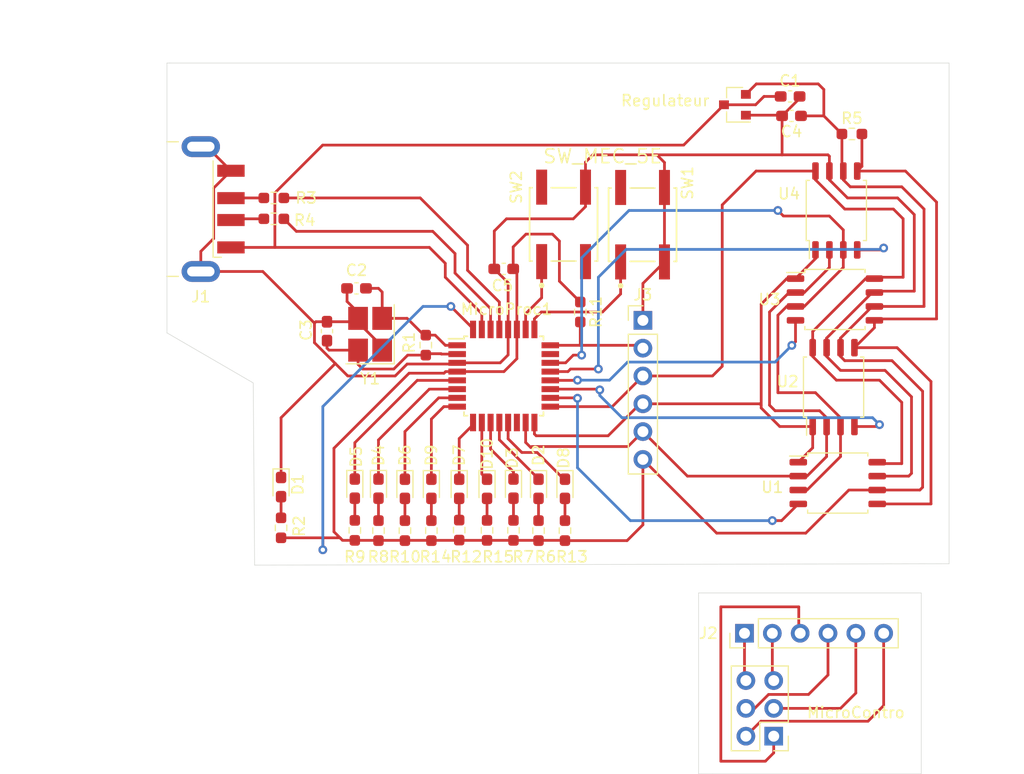
<source format=kicad_pcb>
(kicad_pcb (version 20171130) (host pcbnew 5.1.9+dfsg1-1+deb11u1)

  (general
    (thickness 1.6)
    (drawings 15)
    (tracks 398)
    (zones 0)
    (modules 43)
    (nets 47)
  )

  (page A4)
  (layers
    (0 F.Cu signal)
    (31 B.Cu signal)
    (32 B.Adhes user)
    (33 F.Adhes user)
    (34 B.Paste user)
    (35 F.Paste user)
    (36 B.SilkS user)
    (37 F.SilkS user)
    (38 B.Mask user)
    (39 F.Mask user)
    (40 Dwgs.User user)
    (41 Cmts.User user)
    (42 Eco1.User user)
    (43 Eco2.User user)
    (44 Edge.Cuts user)
    (45 Margin user)
    (46 B.CrtYd user)
    (47 F.CrtYd user)
    (48 B.Fab user)
    (49 F.Fab user hide)
  )

  (setup
    (last_trace_width 0.25)
    (trace_clearance 0.2)
    (zone_clearance 0.508)
    (zone_45_only no)
    (trace_min 0.2)
    (via_size 0.8)
    (via_drill 0.4)
    (via_min_size 0.4)
    (via_min_drill 0.3)
    (uvia_size 0.3)
    (uvia_drill 0.1)
    (uvias_allowed no)
    (uvia_min_size 0.2)
    (uvia_min_drill 0.1)
    (edge_width 0.05)
    (segment_width 0.2)
    (pcb_text_width 0.3)
    (pcb_text_size 1.5 1.5)
    (mod_edge_width 0.12)
    (mod_text_size 1 1)
    (mod_text_width 0.15)
    (pad_size 1.524 1.524)
    (pad_drill 0.762)
    (pad_to_mask_clearance 0)
    (aux_axis_origin 0 0)
    (visible_elements FFFFFF7F)
    (pcbplotparams
      (layerselection 0x010fc_ffffffff)
      (usegerberextensions false)
      (usegerberattributes true)
      (usegerberadvancedattributes true)
      (creategerberjobfile true)
      (excludeedgelayer true)
      (linewidth 0.100000)
      (plotframeref false)
      (viasonmask false)
      (mode 1)
      (useauxorigin false)
      (hpglpennumber 1)
      (hpglpenspeed 20)
      (hpglpendiameter 15.000000)
      (psnegative false)
      (psa4output false)
      (plotreference true)
      (plotvalue true)
      (plotinvisibletext false)
      (padsonsilk false)
      (subtractmaskfromsilk false)
      (outputformat 1)
      (mirror false)
      (drillshape 1)
      (scaleselection 1)
      (outputdirectory ""))
  )

  (net 0 "")
  (net 1 GND)
  (net 2 +5V)
  (net 3 "Net-(C2-Pad1)")
  (net 4 "Net-(C3-Pad1)")
  (net 5 +3V3)
  (net 6 "Net-(D1-Pad2)")
  (net 7 "Net-(D2-Pad2)")
  (net 8 "Net-(D2-Pad1)")
  (net 9 "Net-(D3-Pad2)")
  (net 10 "Net-(D3-Pad1)")
  (net 11 "Net-(D4-Pad2)")
  (net 12 "Net-(D4-Pad1)")
  (net 13 "Net-(D5-Pad2)")
  (net 14 "Net-(D5-Pad1)")
  (net 15 "Net-(D6-Pad2)")
  (net 16 "Net-(D6-Pad1)")
  (net 17 "Net-(D7-Pad2)")
  (net 18 "Net-(D7-Pad1)")
  (net 19 "Net-(D8-Pad2)")
  (net 20 "Net-(D8-Pad1)")
  (net 21 "Net-(D9-Pad2)")
  (net 22 "Net-(D9-Pad1)")
  (net 23 "Net-(D10-Pad2)")
  (net 24 "Net-(D10-Pad1)")
  (net 25 D+)
  (net 26 D-)
  (net 27 RESET)
  (net 28 MOSI)
  (net 29 SCK)
  (net 30 MISO)
  (net 31 "Net-(MicroProc1-Pad30)")
  (net 32 "Net-(MicroProc1-Pad29)")
  (net 33 "Net-(MicroProc1-Pad26)")
  (net 34 CS4)
  (net 35 CS3)
  (net 36 CS2)
  (net 37 CS1)
  (net 38 MEMRST)
  (net 39 WP)
  (net 40 "Net-(MicroProc1-Pad25)")
  (net 41 _VCC)
  (net 42 _SCK)
  (net 43 _MOSI)
  (net 44 _MISO)
  (net 45 _RESET)
  (net 46 _GND)

  (net_class Default "This is the default net class."
    (clearance 0.2)
    (trace_width 0.25)
    (via_dia 0.8)
    (via_drill 0.4)
    (uvia_dia 0.3)
    (uvia_drill 0.1)
    (add_net +3V3)
    (add_net +5V)
    (add_net CS1)
    (add_net CS2)
    (add_net CS3)
    (add_net CS4)
    (add_net D+)
    (add_net D-)
    (add_net GND)
    (add_net MEMRST)
    (add_net MISO)
    (add_net MOSI)
    (add_net "Net-(C2-Pad1)")
    (add_net "Net-(C3-Pad1)")
    (add_net "Net-(D1-Pad2)")
    (add_net "Net-(D10-Pad1)")
    (add_net "Net-(D10-Pad2)")
    (add_net "Net-(D2-Pad1)")
    (add_net "Net-(D2-Pad2)")
    (add_net "Net-(D3-Pad1)")
    (add_net "Net-(D3-Pad2)")
    (add_net "Net-(D4-Pad1)")
    (add_net "Net-(D4-Pad2)")
    (add_net "Net-(D5-Pad1)")
    (add_net "Net-(D5-Pad2)")
    (add_net "Net-(D6-Pad1)")
    (add_net "Net-(D6-Pad2)")
    (add_net "Net-(D7-Pad1)")
    (add_net "Net-(D7-Pad2)")
    (add_net "Net-(D8-Pad1)")
    (add_net "Net-(D8-Pad2)")
    (add_net "Net-(D9-Pad1)")
    (add_net "Net-(D9-Pad2)")
    (add_net "Net-(MicroProc1-Pad25)")
    (add_net "Net-(MicroProc1-Pad26)")
    (add_net "Net-(MicroProc1-Pad29)")
    (add_net "Net-(MicroProc1-Pad30)")
    (add_net RESET)
    (add_net SCK)
    (add_net WP)
    (add_net _GND)
    (add_net _MISO)
    (add_net _MOSI)
    (add_net _RESET)
    (add_net _SCK)
    (add_net _VCC)
  )

  (module Connector_PinHeader_2.54mm:PinHeader_1x06_P2.54mm_Vertical (layer F.Cu) (tedit 59FED5CC) (tstamp 640226BA)
    (at 208.28 121.285)
    (descr "Through hole straight pin header, 1x06, 2.54mm pitch, single row")
    (tags "Through hole pin header THT 1x06 2.54mm single row")
    (path /6410997F)
    (fp_text reference J3 (at 0 -2.33) (layer F.SilkS)
      (effects (font (size 1 1) (thickness 0.15)))
    )
    (fp_text value Conn_01x06_Female (at -2.794 6.604 270) (layer F.Fab)
      (effects (font (size 1 1) (thickness 0.15)))
    )
    (fp_line (start -0.635 -1.27) (end 1.27 -1.27) (layer F.Fab) (width 0.1))
    (fp_line (start 1.27 -1.27) (end 1.27 13.97) (layer F.Fab) (width 0.1))
    (fp_line (start 1.27 13.97) (end -1.27 13.97) (layer F.Fab) (width 0.1))
    (fp_line (start -1.27 13.97) (end -1.27 -0.635) (layer F.Fab) (width 0.1))
    (fp_line (start -1.27 -0.635) (end -0.635 -1.27) (layer F.Fab) (width 0.1))
    (fp_line (start -1.33 14.03) (end 1.33 14.03) (layer F.SilkS) (width 0.12))
    (fp_line (start -1.33 1.27) (end -1.33 14.03) (layer F.SilkS) (width 0.12))
    (fp_line (start 1.33 1.27) (end 1.33 14.03) (layer F.SilkS) (width 0.12))
    (fp_line (start -1.33 1.27) (end 1.33 1.27) (layer F.SilkS) (width 0.12))
    (fp_line (start -1.33 0) (end -1.33 -1.33) (layer F.SilkS) (width 0.12))
    (fp_line (start -1.33 -1.33) (end 0 -1.33) (layer F.SilkS) (width 0.12))
    (fp_line (start -1.8 -1.8) (end -1.8 14.5) (layer F.CrtYd) (width 0.05))
    (fp_line (start -1.8 14.5) (end 1.8 14.5) (layer F.CrtYd) (width 0.05))
    (fp_line (start 1.8 14.5) (end 1.8 -1.8) (layer F.CrtYd) (width 0.05))
    (fp_line (start 1.8 -1.8) (end -1.8 -1.8) (layer F.CrtYd) (width 0.05))
    (fp_text user %R (at 0 6.35 90) (layer F.Fab)
      (effects (font (size 1 1) (thickness 0.15)))
    )
    (pad 6 thru_hole oval (at 0 12.7) (size 1.7 1.7) (drill 1) (layers *.Cu *.Mask)
      (net 5 +3V3))
    (pad 5 thru_hole oval (at 0 10.16) (size 1.7 1.7) (drill 1) (layers *.Cu *.Mask)
      (net 29 SCK))
    (pad 4 thru_hole oval (at 0 7.62) (size 1.7 1.7) (drill 1) (layers *.Cu *.Mask)
      (net 28 MOSI))
    (pad 3 thru_hole oval (at 0 5.08) (size 1.7 1.7) (drill 1) (layers *.Cu *.Mask)
      (net 30 MISO))
    (pad 2 thru_hole oval (at 0 2.54) (size 1.7 1.7) (drill 1) (layers *.Cu *.Mask)
      (net 27 RESET))
    (pad 1 thru_hole rect (at 0 0) (size 1.7 1.7) (drill 1) (layers *.Cu *.Mask)
      (net 1 GND))
    (model ${KISYS3DMOD}/Connector_PinHeader_2.54mm.3dshapes/PinHeader_1x06_P2.54mm_Vertical.wrl
      (at (xyz 0 0 0))
      (scale (xyz 1 1 1))
      (rotate (xyz 0 0 0))
    )
  )

  (module Connector_PinHeader_2.54mm:PinHeader_1x06_P2.54mm_Vertical (layer F.Cu) (tedit 59FED5CC) (tstamp 640226A0)
    (at 217.551 149.86 90)
    (descr "Through hole straight pin header, 1x06, 2.54mm pitch, single row")
    (tags "Through hole pin header THT 1x06 2.54mm single row")
    (path /6410D183)
    (fp_text reference J2 (at 0 -3.302 180) (layer F.SilkS)
      (effects (font (size 1 1) (thickness 0.15)))
    )
    (fp_text value Conn_01x06_Male (at -2.794 6.985 180) (layer F.Fab)
      (effects (font (size 1 1) (thickness 0.15)))
    )
    (fp_line (start -0.635 -1.27) (end 1.27 -1.27) (layer F.Fab) (width 0.1))
    (fp_line (start 1.27 -1.27) (end 1.27 13.97) (layer F.Fab) (width 0.1))
    (fp_line (start 1.27 13.97) (end -1.27 13.97) (layer F.Fab) (width 0.1))
    (fp_line (start -1.27 13.97) (end -1.27 -0.635) (layer F.Fab) (width 0.1))
    (fp_line (start -1.27 -0.635) (end -0.635 -1.27) (layer F.Fab) (width 0.1))
    (fp_line (start -1.33 14.03) (end 1.33 14.03) (layer F.SilkS) (width 0.12))
    (fp_line (start -1.33 1.27) (end -1.33 14.03) (layer F.SilkS) (width 0.12))
    (fp_line (start 1.33 1.27) (end 1.33 14.03) (layer F.SilkS) (width 0.12))
    (fp_line (start -1.33 1.27) (end 1.33 1.27) (layer F.SilkS) (width 0.12))
    (fp_line (start -1.33 0) (end -1.33 -1.33) (layer F.SilkS) (width 0.12))
    (fp_line (start -1.33 -1.33) (end 0 -1.33) (layer F.SilkS) (width 0.12))
    (fp_line (start -1.8 -1.8) (end -1.8 14.5) (layer F.CrtYd) (width 0.05))
    (fp_line (start -1.8 14.5) (end 1.8 14.5) (layer F.CrtYd) (width 0.05))
    (fp_line (start 1.8 14.5) (end 1.8 -1.8) (layer F.CrtYd) (width 0.05))
    (fp_line (start 1.8 -1.8) (end -1.8 -1.8) (layer F.CrtYd) (width 0.05))
    (fp_text user %R (at 0 6.35) (layer F.Fab)
      (effects (font (size 1 1) (thickness 0.15)))
    )
    (pad 6 thru_hole oval (at 0 12.7 90) (size 1.7 1.7) (drill 1) (layers *.Cu *.Mask)
      (net 41 _VCC))
    (pad 5 thru_hole oval (at 0 10.16 90) (size 1.7 1.7) (drill 1) (layers *.Cu *.Mask)
      (net 42 _SCK))
    (pad 4 thru_hole oval (at 0 7.62 90) (size 1.7 1.7) (drill 1) (layers *.Cu *.Mask)
      (net 43 _MOSI))
    (pad 3 thru_hole oval (at 0 5.08 90) (size 1.7 1.7) (drill 1) (layers *.Cu *.Mask)
      (net 44 _MISO))
    (pad 2 thru_hole oval (at 0 2.54 90) (size 1.7 1.7) (drill 1) (layers *.Cu *.Mask)
      (net 45 _RESET))
    (pad 1 thru_hole rect (at 0 0 90) (size 1.7 1.7) (drill 1) (layers *.Cu *.Mask)
      (net 46 _GND))
    (model ${KISYS3DMOD}/Connector_PinHeader_2.54mm.3dshapes/PinHeader_1x06_P2.54mm_Vertical.wrl
      (at (xyz 0 0 0))
      (scale (xyz 1 1 1))
      (rotate (xyz 0 0 0))
    )
  )

  (module Resistor_SMD:R_0603_1608Metric_Pad0.98x0.95mm_HandSolder (layer F.Cu) (tedit 5F68FEEE) (tstamp 63EFECD7)
    (at 201.168 140.4855 270)
    (descr "Resistor SMD 0603 (1608 Metric), square (rectangular) end terminal, IPC_7351 nominal with elongated pad for handsoldering. (Body size source: IPC-SM-782 page 72, https://www.pcb-3d.com/wordpress/wp-content/uploads/ipc-sm-782a_amendment_1_and_2.pdf), generated with kicad-footprint-generator")
    (tags "resistor handsolder")
    (path /64234186)
    (attr smd)
    (fp_text reference R13 (at 2.3895 -0.635 180) (layer F.SilkS)
      (effects (font (size 1 1) (thickness 0.15)))
    )
    (fp_text value R (at 0 1.43 90) (layer F.Fab)
      (effects (font (size 1 1) (thickness 0.15)))
    )
    (fp_line (start -0.8 0.4125) (end -0.8 -0.4125) (layer F.Fab) (width 0.1))
    (fp_line (start -0.8 -0.4125) (end 0.8 -0.4125) (layer F.Fab) (width 0.1))
    (fp_line (start 0.8 -0.4125) (end 0.8 0.4125) (layer F.Fab) (width 0.1))
    (fp_line (start 0.8 0.4125) (end -0.8 0.4125) (layer F.Fab) (width 0.1))
    (fp_line (start -0.254724 -0.5225) (end 0.254724 -0.5225) (layer F.SilkS) (width 0.12))
    (fp_line (start -0.254724 0.5225) (end 0.254724 0.5225) (layer F.SilkS) (width 0.12))
    (fp_line (start -1.65 0.73) (end -1.65 -0.73) (layer F.CrtYd) (width 0.05))
    (fp_line (start -1.65 -0.73) (end 1.65 -0.73) (layer F.CrtYd) (width 0.05))
    (fp_line (start 1.65 -0.73) (end 1.65 0.73) (layer F.CrtYd) (width 0.05))
    (fp_line (start 1.65 0.73) (end -1.65 0.73) (layer F.CrtYd) (width 0.05))
    (fp_text user %R (at 0 0 90) (layer F.Fab)
      (effects (font (size 0.4 0.4) (thickness 0.06)))
    )
    (pad 1 smd roundrect (at -0.9125 0 270) (size 0.975 0.95) (layers F.Cu F.Paste F.Mask) (roundrect_rratio 0.25)
      (net 19 "Net-(D8-Pad2)"))
    (pad 2 smd roundrect (at 0.9125 0 270) (size 0.975 0.95) (layers F.Cu F.Paste F.Mask) (roundrect_rratio 0.25)
      (net 5 +3V3))
    (model ${KISYS3DMOD}/Resistor_SMD.3dshapes/R_0603_1608Metric.wrl
      (at (xyz 0 0 0))
      (scale (xyz 1 1 1))
      (rotate (xyz 0 0 0))
    )
  )

  (module Resistor_SMD:R_0603_1608Metric_Pad0.98x0.95mm_HandSolder (layer F.Cu) (tedit 5F68FEEE) (tstamp 63EFEC06)
    (at 198.755 140.4855 270)
    (descr "Resistor SMD 0603 (1608 Metric), square (rectangular) end terminal, IPC_7351 nominal with elongated pad for handsoldering. (Body size source: IPC-SM-782 page 72, https://www.pcb-3d.com/wordpress/wp-content/uploads/ipc-sm-782a_amendment_1_and_2.pdf), generated with kicad-footprint-generator")
    (tags "resistor handsolder")
    (path /64245956)
    (attr smd)
    (fp_text reference R6 (at 2.3895 -0.635 180) (layer F.SilkS)
      (effects (font (size 1 1) (thickness 0.15)))
    )
    (fp_text value R (at 0 1.43 90) (layer F.Fab)
      (effects (font (size 1 1) (thickness 0.15)))
    )
    (fp_line (start -0.8 0.4125) (end -0.8 -0.4125) (layer F.Fab) (width 0.1))
    (fp_line (start -0.8 -0.4125) (end 0.8 -0.4125) (layer F.Fab) (width 0.1))
    (fp_line (start 0.8 -0.4125) (end 0.8 0.4125) (layer F.Fab) (width 0.1))
    (fp_line (start 0.8 0.4125) (end -0.8 0.4125) (layer F.Fab) (width 0.1))
    (fp_line (start -0.254724 -0.5225) (end 0.254724 -0.5225) (layer F.SilkS) (width 0.12))
    (fp_line (start -0.254724 0.5225) (end 0.254724 0.5225) (layer F.SilkS) (width 0.12))
    (fp_line (start -1.65 0.73) (end -1.65 -0.73) (layer F.CrtYd) (width 0.05))
    (fp_line (start -1.65 -0.73) (end 1.65 -0.73) (layer F.CrtYd) (width 0.05))
    (fp_line (start 1.65 -0.73) (end 1.65 0.73) (layer F.CrtYd) (width 0.05))
    (fp_line (start 1.65 0.73) (end -1.65 0.73) (layer F.CrtYd) (width 0.05))
    (fp_text user %R (at 0 0 90) (layer F.Fab)
      (effects (font (size 0.4 0.4) (thickness 0.06)))
    )
    (pad 1 smd roundrect (at -0.9125 0 270) (size 0.975 0.95) (layers F.Cu F.Paste F.Mask) (roundrect_rratio 0.25)
      (net 7 "Net-(D2-Pad2)"))
    (pad 2 smd roundrect (at 0.9125 0 270) (size 0.975 0.95) (layers F.Cu F.Paste F.Mask) (roundrect_rratio 0.25)
      (net 5 +3V3))
    (model ${KISYS3DMOD}/Resistor_SMD.3dshapes/R_0603_1608Metric.wrl
      (at (xyz 0 0 0))
      (scale (xyz 1 1 1))
      (rotate (xyz 0 0 0))
    )
  )

  (module LED_SMD:LED_0603_1608Metric_Pad1.05x0.95mm_HandSolder (layer F.Cu) (tedit 5F68FEF1) (tstamp 63EFEA05)
    (at 201.168 136.666 270)
    (descr "LED SMD 0603 (1608 Metric), square (rectangular) end terminal, IPC_7351 nominal, (Body size source: http://www.tortai-tech.com/upload/download/2011102023233369053.pdf), generated with kicad-footprint-generator")
    (tags "LED handsolder")
    (path /64234180)
    (attr smd)
    (fp_text reference D8 (at -2.808 0.127 90) (layer F.SilkS)
      (effects (font (size 1 1) (thickness 0.15)))
    )
    (fp_text value LED (at 0 1.43 90) (layer F.Fab)
      (effects (font (size 1 1) (thickness 0.15)))
    )
    (fp_line (start 0.8 -0.4) (end -0.5 -0.4) (layer F.Fab) (width 0.1))
    (fp_line (start -0.5 -0.4) (end -0.8 -0.1) (layer F.Fab) (width 0.1))
    (fp_line (start -0.8 -0.1) (end -0.8 0.4) (layer F.Fab) (width 0.1))
    (fp_line (start -0.8 0.4) (end 0.8 0.4) (layer F.Fab) (width 0.1))
    (fp_line (start 0.8 0.4) (end 0.8 -0.4) (layer F.Fab) (width 0.1))
    (fp_line (start 0.8 -0.735) (end -1.66 -0.735) (layer F.SilkS) (width 0.12))
    (fp_line (start -1.66 -0.735) (end -1.66 0.735) (layer F.SilkS) (width 0.12))
    (fp_line (start -1.66 0.735) (end 0.8 0.735) (layer F.SilkS) (width 0.12))
    (fp_line (start -1.65 0.73) (end -1.65 -0.73) (layer F.CrtYd) (width 0.05))
    (fp_line (start -1.65 -0.73) (end 1.65 -0.73) (layer F.CrtYd) (width 0.05))
    (fp_line (start 1.65 -0.73) (end 1.65 0.73) (layer F.CrtYd) (width 0.05))
    (fp_line (start 1.65 0.73) (end -1.65 0.73) (layer F.CrtYd) (width 0.05))
    (fp_text user %R (at 0 0 90) (layer F.Fab)
      (effects (font (size 0.4 0.4) (thickness 0.06)))
    )
    (pad 1 smd roundrect (at -0.875 0 270) (size 1.05 0.95) (layers F.Cu F.Paste F.Mask) (roundrect_rratio 0.25)
      (net 20 "Net-(D8-Pad1)"))
    (pad 2 smd roundrect (at 0.875 0 270) (size 1.05 0.95) (layers F.Cu F.Paste F.Mask) (roundrect_rratio 0.25)
      (net 19 "Net-(D8-Pad2)"))
    (model ${KISYS3DMOD}/LED_SMD.3dshapes/LED_0603_1608Metric.wrl
      (at (xyz 0 0 0))
      (scale (xyz 1 1 1))
      (rotate (xyz 0 0 0))
    )
  )

  (module LED_SMD:LED_0603_1608Metric_Pad1.05x0.95mm_HandSolder (layer F.Cu) (tedit 5F68FEF1) (tstamp 63EFE93E)
    (at 198.755 136.666 270)
    (descr "LED SMD 0603 (1608 Metric), square (rectangular) end terminal, IPC_7351 nominal, (Body size source: http://www.tortai-tech.com/upload/download/2011102023233369053.pdf), generated with kicad-footprint-generator")
    (tags "LED handsolder")
    (path /64245950)
    (attr smd)
    (fp_text reference D2 (at -3.062 0 90) (layer F.SilkS)
      (effects (font (size 1 1) (thickness 0.15)))
    )
    (fp_text value LED (at 0 1.43 90) (layer F.Fab)
      (effects (font (size 1 1) (thickness 0.15)))
    )
    (fp_line (start 0.8 -0.4) (end -0.5 -0.4) (layer F.Fab) (width 0.1))
    (fp_line (start -0.5 -0.4) (end -0.8 -0.1) (layer F.Fab) (width 0.1))
    (fp_line (start -0.8 -0.1) (end -0.8 0.4) (layer F.Fab) (width 0.1))
    (fp_line (start -0.8 0.4) (end 0.8 0.4) (layer F.Fab) (width 0.1))
    (fp_line (start 0.8 0.4) (end 0.8 -0.4) (layer F.Fab) (width 0.1))
    (fp_line (start 0.8 -0.735) (end -1.66 -0.735) (layer F.SilkS) (width 0.12))
    (fp_line (start -1.66 -0.735) (end -1.66 0.735) (layer F.SilkS) (width 0.12))
    (fp_line (start -1.66 0.735) (end 0.8 0.735) (layer F.SilkS) (width 0.12))
    (fp_line (start -1.65 0.73) (end -1.65 -0.73) (layer F.CrtYd) (width 0.05))
    (fp_line (start -1.65 -0.73) (end 1.65 -0.73) (layer F.CrtYd) (width 0.05))
    (fp_line (start 1.65 -0.73) (end 1.65 0.73) (layer F.CrtYd) (width 0.05))
    (fp_line (start 1.65 0.73) (end -1.65 0.73) (layer F.CrtYd) (width 0.05))
    (fp_text user %R (at 0 0 90) (layer F.Fab)
      (effects (font (size 0.4 0.4) (thickness 0.06)))
    )
    (pad 1 smd roundrect (at -0.875 0 270) (size 1.05 0.95) (layers F.Cu F.Paste F.Mask) (roundrect_rratio 0.25)
      (net 8 "Net-(D2-Pad1)"))
    (pad 2 smd roundrect (at 0.875 0 270) (size 1.05 0.95) (layers F.Cu F.Paste F.Mask) (roundrect_rratio 0.25)
      (net 7 "Net-(D2-Pad2)"))
    (model ${KISYS3DMOD}/LED_SMD.3dshapes/LED_0603_1608Metric.wrl
      (at (xyz 0 0 0))
      (scale (xyz 1 1 1))
      (rotate (xyz 0 0 0))
    )
  )

  (module Crystal:Crystal_SMD_SeikoEpson_FA238-4Pin_3.2x2.5mm_HandSoldering locked (layer F.Cu) (tedit 5A0FD1B2) (tstamp 63EFB2D5)
    (at 183.388 122.555 90)
    (descr "crystal Epson Toyocom FA-238 series https://support.epson.biz/td/api/doc_check.php?dl=brief_fa-238v_en.pdf, hand-soldering, 3.2x2.5mm^2 package")
    (tags "SMD SMT crystal hand-soldering")
    (path /63E68E64)
    (attr smd)
    (fp_text reference Y1 (at -4.064 0 180) (layer F.SilkS)
      (effects (font (size 1 1) (thickness 0.15)))
    )
    (fp_text value Quartz (at 0 3 90) (layer F.Fab)
      (effects (font (size 1 1) (thickness 0.15)))
    )
    (fp_line (start 2.8 -2.3) (end -2.8 -2.3) (layer F.CrtYd) (width 0.05))
    (fp_line (start 2.8 2.3) (end 2.8 -2.3) (layer F.CrtYd) (width 0.05))
    (fp_line (start -2.8 2.3) (end 2.8 2.3) (layer F.CrtYd) (width 0.05))
    (fp_line (start -2.8 -2.3) (end -2.8 2.3) (layer F.CrtYd) (width 0.05))
    (fp_line (start -2.7 2.2) (end 2.7 2.2) (layer F.SilkS) (width 0.12))
    (fp_line (start -2.7 -2.2) (end -2.7 2.2) (layer F.SilkS) (width 0.12))
    (fp_line (start -1.6 0.25) (end -0.6 1.25) (layer F.Fab) (width 0.1))
    (fp_line (start -1.6 -1.15) (end -1.5 -1.25) (layer F.Fab) (width 0.1))
    (fp_line (start -1.6 1.15) (end -1.6 -1.15) (layer F.Fab) (width 0.1))
    (fp_line (start -1.5 1.25) (end -1.6 1.15) (layer F.Fab) (width 0.1))
    (fp_line (start 1.5 1.25) (end -1.5 1.25) (layer F.Fab) (width 0.1))
    (fp_line (start 1.6 1.15) (end 1.5 1.25) (layer F.Fab) (width 0.1))
    (fp_line (start 1.6 -1.15) (end 1.6 1.15) (layer F.Fab) (width 0.1))
    (fp_line (start 1.5 -1.25) (end 1.6 -1.15) (layer F.Fab) (width 0.1))
    (fp_line (start -1.5 -1.25) (end 1.5 -1.25) (layer F.Fab) (width 0.1))
    (fp_text user %R (at 0 0 90) (layer F.Fab)
      (effects (font (size 0.7 0.7) (thickness 0.105)))
    )
    (pad 4 smd rect (at -1.45 -1.1 90) (size 2.1 1.8) (layers F.Cu F.Paste F.Mask)
      (net 4 "Net-(C3-Pad1)"))
    (pad 3 smd rect (at 1.45 -1.1 90) (size 2.1 1.8) (layers F.Cu F.Paste F.Mask)
      (net 1 GND))
    (pad 2 smd rect (at 1.45 1.1 90) (size 2.1 1.8) (layers F.Cu F.Paste F.Mask)
      (net 3 "Net-(C2-Pad1)"))
    (pad 1 smd rect (at -1.45 1.1 90) (size 2.1 1.8) (layers F.Cu F.Paste F.Mask)
      (net 1 GND))
    (model ${KISYS3DMOD}/Crystal.3dshapes/Crystal_SMD_SeikoEpson_FA238-4Pin_3.2x2.5mm_HandSoldering.wrl
      (at (xyz 0 0 0))
      (scale (xyz 1 1 1))
      (rotate (xyz 0 0 0))
    )
  )

  (module Package_SO:SOIC-8_5.275x5.275mm_P1.27mm (layer F.Cu) (tedit 5D9F72B1) (tstamp 63EFB2BD)
    (at 226.06 136.144)
    (descr "SOIC, 8 Pin (http://ww1.microchip.com/downloads/en/DeviceDoc/20005045C.pdf#page=23), generated with kicad-footprint-generator ipc_gullwing_generator.py")
    (tags "SOIC SO")
    (path /63E7E4BC)
    (attr smd)
    (fp_text reference U1 (at -5.969 0.381) (layer F.SilkS)
      (effects (font (size 1 1) (thickness 0.15)))
    )
    (fp_text value AT45DB161D-SU (at 11.811 -0.381) (layer F.Fab) hide
      (effects (font (size 1 1) (thickness 0.15)))
    )
    (fp_line (start 4.65 -2.89) (end -4.65 -2.89) (layer F.CrtYd) (width 0.05))
    (fp_line (start 4.65 2.89) (end 4.65 -2.89) (layer F.CrtYd) (width 0.05))
    (fp_line (start -4.65 2.89) (end 4.65 2.89) (layer F.CrtYd) (width 0.05))
    (fp_line (start -4.65 -2.89) (end -4.65 2.89) (layer F.CrtYd) (width 0.05))
    (fp_line (start -2.6375 -1.6375) (end -1.6375 -2.6375) (layer F.Fab) (width 0.1))
    (fp_line (start -2.6375 2.6375) (end -2.6375 -1.6375) (layer F.Fab) (width 0.1))
    (fp_line (start 2.6375 2.6375) (end -2.6375 2.6375) (layer F.Fab) (width 0.1))
    (fp_line (start 2.6375 -2.6375) (end 2.6375 2.6375) (layer F.Fab) (width 0.1))
    (fp_line (start -1.6375 -2.6375) (end 2.6375 -2.6375) (layer F.Fab) (width 0.1))
    (fp_line (start -2.7475 -2.465) (end -4.4 -2.465) (layer F.SilkS) (width 0.12))
    (fp_line (start -2.7475 -2.7475) (end -2.7475 -2.465) (layer F.SilkS) (width 0.12))
    (fp_line (start 0 -2.7475) (end -2.7475 -2.7475) (layer F.SilkS) (width 0.12))
    (fp_line (start 2.7475 -2.7475) (end 2.7475 -2.465) (layer F.SilkS) (width 0.12))
    (fp_line (start 0 -2.7475) (end 2.7475 -2.7475) (layer F.SilkS) (width 0.12))
    (fp_line (start -2.7475 2.7475) (end -2.7475 2.465) (layer F.SilkS) (width 0.12))
    (fp_line (start 0 2.7475) (end -2.7475 2.7475) (layer F.SilkS) (width 0.12))
    (fp_line (start 2.7475 2.7475) (end 2.7475 2.465) (layer F.SilkS) (width 0.12))
    (fp_line (start 0 2.7475) (end 2.7475 2.7475) (layer F.SilkS) (width 0.12))
    (fp_text user %R (at 0.254 0.254) (layer F.Fab)
      (effects (font (size 1 1) (thickness 0.15)))
    )
    (pad 8 smd roundrect (at 3.6 -1.905) (size 1.6 0.6) (layers F.Cu F.Paste F.Mask) (roundrect_rratio 0.25)
      (net 30 MISO))
    (pad 7 smd roundrect (at 3.6 -0.635) (size 1.6 0.6) (layers F.Cu F.Paste F.Mask) (roundrect_rratio 0.25)
      (net 1 GND))
    (pad 6 smd roundrect (at 3.6 0.635) (size 1.6 0.6) (layers F.Cu F.Paste F.Mask) (roundrect_rratio 0.25)
      (net 5 +3V3))
    (pad 5 smd roundrect (at 3.6 1.905) (size 1.6 0.6) (layers F.Cu F.Paste F.Mask) (roundrect_rratio 0.25)
      (net 39 WP))
    (pad 4 smd roundrect (at -3.6 1.905) (size 1.6 0.6) (layers F.Cu F.Paste F.Mask) (roundrect_rratio 0.25)
      (net 37 CS1))
    (pad 3 smd roundrect (at -3.6 0.635) (size 1.6 0.6) (layers F.Cu F.Paste F.Mask) (roundrect_rratio 0.25)
      (net 38 MEMRST))
    (pad 2 smd roundrect (at -3.6 -0.635) (size 1.6 0.6) (layers F.Cu F.Paste F.Mask) (roundrect_rratio 0.25)
      (net 29 SCK))
    (pad 1 smd roundrect (at -3.6 -1.905) (size 1.6 0.6) (layers F.Cu F.Paste F.Mask) (roundrect_rratio 0.25)
      (net 28 MOSI))
    (model ${KISYS3DMOD}/Package_SO.3dshapes/SOIC-8_5.275x5.275mm_P1.27mm.wrl
      (at (xyz 0 0 0))
      (scale (xyz 1 1 1))
      (rotate (xyz 0 0 0))
    )
  )

  (module Package_SO:SOIC-8_5.275x5.275mm_P1.27mm (layer F.Cu) (tedit 5D9F72B1) (tstamp 63EFB29E)
    (at 225.933 111.252 90)
    (descr "SOIC, 8 Pin (http://ww1.microchip.com/downloads/en/DeviceDoc/20005045C.pdf#page=23), generated with kicad-footprint-generator ipc_gullwing_generator.py")
    (tags "SOIC SO")
    (path /63F17817)
    (attr smd)
    (fp_text reference U4 (at 1.524 -4.318 180) (layer F.SilkS)
      (effects (font (size 1 1) (thickness 0.15)))
    )
    (fp_text value AT45DB161D-SU (at 11.811 0.127 90) (layer F.Fab) hide
      (effects (font (size 1 1) (thickness 0.15)))
    )
    (fp_line (start 4.65 -2.89) (end -4.65 -2.89) (layer F.CrtYd) (width 0.05))
    (fp_line (start 4.65 2.89) (end 4.65 -2.89) (layer F.CrtYd) (width 0.05))
    (fp_line (start -4.65 2.89) (end 4.65 2.89) (layer F.CrtYd) (width 0.05))
    (fp_line (start -4.65 -2.89) (end -4.65 2.89) (layer F.CrtYd) (width 0.05))
    (fp_line (start -2.6375 -1.6375) (end -1.6375 -2.6375) (layer F.Fab) (width 0.1))
    (fp_line (start -2.6375 2.6375) (end -2.6375 -1.6375) (layer F.Fab) (width 0.1))
    (fp_line (start 2.6375 2.6375) (end -2.6375 2.6375) (layer F.Fab) (width 0.1))
    (fp_line (start 2.6375 -2.6375) (end 2.6375 2.6375) (layer F.Fab) (width 0.1))
    (fp_line (start -1.6375 -2.6375) (end 2.6375 -2.6375) (layer F.Fab) (width 0.1))
    (fp_line (start -2.7475 -2.465) (end -4.4 -2.465) (layer F.SilkS) (width 0.12))
    (fp_line (start -2.7475 -2.7475) (end -2.7475 -2.465) (layer F.SilkS) (width 0.12))
    (fp_line (start 0 -2.7475) (end -2.7475 -2.7475) (layer F.SilkS) (width 0.12))
    (fp_line (start 2.7475 -2.7475) (end 2.7475 -2.465) (layer F.SilkS) (width 0.12))
    (fp_line (start 0 -2.7475) (end 2.7475 -2.7475) (layer F.SilkS) (width 0.12))
    (fp_line (start -2.7475 2.7475) (end -2.7475 2.465) (layer F.SilkS) (width 0.12))
    (fp_line (start 0 2.7475) (end -2.7475 2.7475) (layer F.SilkS) (width 0.12))
    (fp_line (start 2.7475 2.7475) (end 2.7475 2.465) (layer F.SilkS) (width 0.12))
    (fp_line (start 0 2.7475) (end 2.7475 2.7475) (layer F.SilkS) (width 0.12))
    (fp_text user %R (at 0 0) (layer F.Fab)
      (effects (font (size 1 1) (thickness 0.15)))
    )
    (pad 8 smd roundrect (at 3.6 -1.905 90) (size 1.6 0.6) (layers F.Cu F.Paste F.Mask) (roundrect_rratio 0.25)
      (net 30 MISO))
    (pad 7 smd roundrect (at 3.6 -0.635 90) (size 1.6 0.6) (layers F.Cu F.Paste F.Mask) (roundrect_rratio 0.25)
      (net 1 GND))
    (pad 6 smd roundrect (at 3.6 0.635 90) (size 1.6 0.6) (layers F.Cu F.Paste F.Mask) (roundrect_rratio 0.25)
      (net 5 +3V3))
    (pad 5 smd roundrect (at 3.6 1.905 90) (size 1.6 0.6) (layers F.Cu F.Paste F.Mask) (roundrect_rratio 0.25)
      (net 39 WP))
    (pad 4 smd roundrect (at -3.6 1.905 90) (size 1.6 0.6) (layers F.Cu F.Paste F.Mask) (roundrect_rratio 0.25)
      (net 34 CS4))
    (pad 3 smd roundrect (at -3.6 0.635 90) (size 1.6 0.6) (layers F.Cu F.Paste F.Mask) (roundrect_rratio 0.25)
      (net 38 MEMRST))
    (pad 2 smd roundrect (at -3.6 -0.635 90) (size 1.6 0.6) (layers F.Cu F.Paste F.Mask) (roundrect_rratio 0.25)
      (net 29 SCK))
    (pad 1 smd roundrect (at -3.6 -1.905 90) (size 1.6 0.6) (layers F.Cu F.Paste F.Mask) (roundrect_rratio 0.25)
      (net 28 MOSI))
    (model ${KISYS3DMOD}/Package_SO.3dshapes/SOIC-8_5.275x5.275mm_P1.27mm.wrl
      (at (xyz 0 0 0))
      (scale (xyz 1 1 1))
      (rotate (xyz 0 0 0))
    )
  )

  (module Package_SO:SOIC-8_5.275x5.275mm_P1.27mm locked (layer F.Cu) (tedit 5D9F72B1) (tstamp 64010341)
    (at 225.806 119.38)
    (descr "SOIC, 8 Pin (http://ww1.microchip.com/downloads/en/DeviceDoc/20005045C.pdf#page=23), generated with kicad-footprint-generator ipc_gullwing_generator.py")
    (tags "SOIC SO")
    (path /63F17135)
    (attr smd)
    (fp_text reference U3 (at -5.969 0) (layer F.SilkS)
      (effects (font (size 1 1) (thickness 0.15)))
    )
    (fp_text value AT45DB161D-SU (at 12.065 0.381) (layer F.Fab) hide
      (effects (font (size 1 1) (thickness 0.15)))
    )
    (fp_line (start 0 2.7475) (end 2.7475 2.7475) (layer F.SilkS) (width 0.12))
    (fp_line (start 2.7475 2.7475) (end 2.7475 2.465) (layer F.SilkS) (width 0.12))
    (fp_line (start 0 2.7475) (end -2.7475 2.7475) (layer F.SilkS) (width 0.12))
    (fp_line (start -2.7475 2.7475) (end -2.7475 2.465) (layer F.SilkS) (width 0.12))
    (fp_line (start 0 -2.7475) (end 2.7475 -2.7475) (layer F.SilkS) (width 0.12))
    (fp_line (start 2.7475 -2.7475) (end 2.7475 -2.465) (layer F.SilkS) (width 0.12))
    (fp_line (start 0 -2.7475) (end -2.7475 -2.7475) (layer F.SilkS) (width 0.12))
    (fp_line (start -2.7475 -2.7475) (end -2.7475 -2.465) (layer F.SilkS) (width 0.12))
    (fp_line (start -2.7475 -2.465) (end -4.4 -2.465) (layer F.SilkS) (width 0.12))
    (fp_line (start -1.6375 -2.6375) (end 2.6375 -2.6375) (layer F.Fab) (width 0.1))
    (fp_line (start 2.6375 -2.6375) (end 2.6375 2.6375) (layer F.Fab) (width 0.1))
    (fp_line (start 2.6375 2.6375) (end -2.6375 2.6375) (layer F.Fab) (width 0.1))
    (fp_line (start -2.6375 2.6375) (end -2.6375 -1.6375) (layer F.Fab) (width 0.1))
    (fp_line (start -2.6375 -1.6375) (end -1.6375 -2.6375) (layer F.Fab) (width 0.1))
    (fp_line (start -4.65 -2.89) (end -4.65 2.89) (layer F.CrtYd) (width 0.05))
    (fp_line (start -4.65 2.89) (end 4.65 2.89) (layer F.CrtYd) (width 0.05))
    (fp_line (start 4.65 2.89) (end 4.65 -2.89) (layer F.CrtYd) (width 0.05))
    (fp_line (start 4.65 -2.89) (end -4.65 -2.89) (layer F.CrtYd) (width 0.05))
    (fp_text user %R (at 0 0) (layer F.Fab)
      (effects (font (size 1 1) (thickness 0.15)))
    )
    (pad 1 smd roundrect (at -3.6 -1.905) (size 1.6 0.6) (layers F.Cu F.Paste F.Mask) (roundrect_rratio 0.25)
      (net 28 MOSI))
    (pad 2 smd roundrect (at -3.6 -0.635) (size 1.6 0.6) (layers F.Cu F.Paste F.Mask) (roundrect_rratio 0.25)
      (net 29 SCK))
    (pad 3 smd roundrect (at -3.6 0.635) (size 1.6 0.6) (layers F.Cu F.Paste F.Mask) (roundrect_rratio 0.25)
      (net 38 MEMRST))
    (pad 4 smd roundrect (at -3.6 1.905) (size 1.6 0.6) (layers F.Cu F.Paste F.Mask) (roundrect_rratio 0.25)
      (net 35 CS3))
    (pad 5 smd roundrect (at 3.6 1.905) (size 1.6 0.6) (layers F.Cu F.Paste F.Mask) (roundrect_rratio 0.25)
      (net 39 WP))
    (pad 6 smd roundrect (at 3.6 0.635) (size 1.6 0.6) (layers F.Cu F.Paste F.Mask) (roundrect_rratio 0.25)
      (net 5 +3V3))
    (pad 7 smd roundrect (at 3.6 -0.635) (size 1.6 0.6) (layers F.Cu F.Paste F.Mask) (roundrect_rratio 0.25)
      (net 1 GND))
    (pad 8 smd roundrect (at 3.6 -1.905) (size 1.6 0.6) (layers F.Cu F.Paste F.Mask) (roundrect_rratio 0.25)
      (net 30 MISO))
    (model ${KISYS3DMOD}/Package_SO.3dshapes/SOIC-8_5.275x5.275mm_P1.27mm.wrl
      (at (xyz 0 0 0))
      (scale (xyz 1 1 1))
      (rotate (xyz 0 0 0))
    )
  )

  (module Package_SO:SOIC-8_5.275x5.275mm_P1.27mm (layer F.Cu) (tedit 5D9F72B1) (tstamp 63EFB260)
    (at 225.679 127.381 90)
    (descr "SOIC, 8 Pin (http://ww1.microchip.com/downloads/en/DeviceDoc/20005045C.pdf#page=23), generated with kicad-footprint-generator ipc_gullwing_generator.py")
    (tags "SOIC SO")
    (path /63F16433)
    (attr smd)
    (fp_text reference U2 (at 0.508 -4.191 180) (layer F.SilkS)
      (effects (font (size 1 1) (thickness 0.15)))
    )
    (fp_text value AT45DB161D-SU (at 11.938 0.254 90) (layer F.Fab)
      (effects (font (size 1 1) (thickness 0.15)))
    )
    (fp_line (start 4.65 -2.89) (end -4.65 -2.89) (layer F.CrtYd) (width 0.05))
    (fp_line (start 4.65 2.89) (end 4.65 -2.89) (layer F.CrtYd) (width 0.05))
    (fp_line (start -4.65 2.89) (end 4.65 2.89) (layer F.CrtYd) (width 0.05))
    (fp_line (start -4.65 -2.89) (end -4.65 2.89) (layer F.CrtYd) (width 0.05))
    (fp_line (start -2.6375 -1.6375) (end -1.6375 -2.6375) (layer F.Fab) (width 0.1))
    (fp_line (start -2.6375 2.6375) (end -2.6375 -1.6375) (layer F.Fab) (width 0.1))
    (fp_line (start 2.6375 2.6375) (end -2.6375 2.6375) (layer F.Fab) (width 0.1))
    (fp_line (start 2.6375 -2.6375) (end 2.6375 2.6375) (layer F.Fab) (width 0.1))
    (fp_line (start -1.6375 -2.6375) (end 2.6375 -2.6375) (layer F.Fab) (width 0.1))
    (fp_line (start -2.7475 -2.465) (end -4.4 -2.465) (layer F.SilkS) (width 0.12))
    (fp_line (start -2.7475 -2.7475) (end -2.7475 -2.465) (layer F.SilkS) (width 0.12))
    (fp_line (start 0 -2.7475) (end -2.7475 -2.7475) (layer F.SilkS) (width 0.12))
    (fp_line (start 2.7475 -2.7475) (end 2.7475 -2.465) (layer F.SilkS) (width 0.12))
    (fp_line (start 0 -2.7475) (end 2.7475 -2.7475) (layer F.SilkS) (width 0.12))
    (fp_line (start -2.7475 2.7475) (end -2.7475 2.465) (layer F.SilkS) (width 0.12))
    (fp_line (start 0 2.7475) (end -2.7475 2.7475) (layer F.SilkS) (width 0.12))
    (fp_line (start 2.7475 2.7475) (end 2.7475 2.465) (layer F.SilkS) (width 0.12))
    (fp_line (start 0 2.7475) (end 2.7475 2.7475) (layer F.SilkS) (width 0.12))
    (fp_text user %R (at 0 0 90) (layer F.Fab)
      (effects (font (size 1 1) (thickness 0.15)))
    )
    (pad 8 smd roundrect (at 3.6 -1.905 90) (size 1.6 0.6) (layers F.Cu F.Paste F.Mask) (roundrect_rratio 0.25)
      (net 30 MISO))
    (pad 7 smd roundrect (at 3.6 -0.635 90) (size 1.6 0.6) (layers F.Cu F.Paste F.Mask) (roundrect_rratio 0.25)
      (net 1 GND))
    (pad 6 smd roundrect (at 3.6 0.635 90) (size 1.6 0.6) (layers F.Cu F.Paste F.Mask) (roundrect_rratio 0.25)
      (net 5 +3V3))
    (pad 5 smd roundrect (at 3.6 1.905 90) (size 1.6 0.6) (layers F.Cu F.Paste F.Mask) (roundrect_rratio 0.25)
      (net 39 WP))
    (pad 4 smd roundrect (at -3.6 1.905 90) (size 1.6 0.6) (layers F.Cu F.Paste F.Mask) (roundrect_rratio 0.25)
      (net 36 CS2))
    (pad 3 smd roundrect (at -3.6 0.635 90) (size 1.6 0.6) (layers F.Cu F.Paste F.Mask) (roundrect_rratio 0.25)
      (net 38 MEMRST))
    (pad 2 smd roundrect (at -3.6 -0.635 90) (size 1.6 0.6) (layers F.Cu F.Paste F.Mask) (roundrect_rratio 0.25)
      (net 29 SCK))
    (pad 1 smd roundrect (at -3.6 -1.905 90) (size 1.6 0.6) (layers F.Cu F.Paste F.Mask) (roundrect_rratio 0.25)
      (net 28 MOSI))
    (model ${KISYS3DMOD}/Package_SO.3dshapes/SOIC-8_5.275x5.275mm_P1.27mm.wrl
      (at (xyz 0 0 0))
      (scale (xyz 1 1 1))
      (rotate (xyz 0 0 0))
    )
  )

  (module eec:Panasonic_Electronic_Components-EVQ-Q2F01W-MFG (layer F.Cu) (tedit 5F8FDE8E) (tstamp 63EFB241)
    (at 201.041 112.522 90)
    (path /6408A86F)
    (fp_text reference SW2 (at 1.778 -4.318 90) (layer F.SilkS)
      (effects (font (size 1 1) (thickness 0.15)) (justify left))
    )
    (fp_text value SW_MEC_5E (at 3.81 -9.398 180) (layer F.SilkS) hide
      (effects (font (size 1.27 1.27) (thickness 0.15)))
    )
    (fp_circle (center -5.575 -2) (end -5.45 -2) (layer F.SilkS) (width 0.25))
    (fp_line (start -3.35 -2.875) (end -3.35 -3.1) (layer F.SilkS) (width 0.15))
    (fp_line (start -3.35 1.125) (end -3.35 -1.125) (layer F.SilkS) (width 0.15))
    (fp_line (start -3.35 3.1) (end -3.35 2.875) (layer F.SilkS) (width 0.15))
    (fp_line (start -3.35 3.1) (end 3.35 3.1) (layer F.SilkS) (width 0.15))
    (fp_line (start 3.35 -2.875) (end 3.35 -3.1) (layer F.SilkS) (width 0.15))
    (fp_line (start 3.35 1.125) (end 3.35 -1.125) (layer F.SilkS) (width 0.15))
    (fp_line (start 3.35 3.1) (end 3.35 2.875) (layer F.SilkS) (width 0.15))
    (fp_line (start -3.35 -3.1) (end 3.35 -3.1) (layer F.SilkS) (width 0.15))
    (fp_line (start 5.025 3.125) (end 5.025 -3.125) (layer F.CrtYd) (width 0.15))
    (fp_line (start -5.025 3.125) (end 5.025 3.125) (layer F.CrtYd) (width 0.15))
    (fp_line (start -5.025 -3.125) (end -5.025 3.125) (layer F.CrtYd) (width 0.15))
    (fp_line (start 5.025 -3.125) (end -5.025 -3.125) (layer F.CrtYd) (width 0.15))
    (fp_line (start 5.025 -3.125) (end 5.025 -3.125) (layer F.CrtYd) (width 0.15))
    (fp_line (start 3.35 3.1) (end -3.35 3.1) (layer F.Fab) (width 0.15))
    (fp_line (start 3.35 -3.1) (end 3.35 3.1) (layer F.Fab) (width 0.15))
    (fp_line (start -3.35 -3.1) (end 3.35 -3.1) (layer F.Fab) (width 0.15))
    (fp_line (start -3.35 3.1) (end -3.35 -3.1) (layer F.Fab) (width 0.15))
    (pad B' smd rect (at 3.4 2 270) (size 3.2 1) (layers F.Cu F.Paste F.Mask)
      (net 1 GND))
    (pad A' smd rect (at 3.4 -2 270) (size 3.2 1) (layers F.Cu F.Paste F.Mask))
    (pad B smd rect (at -3.4 2 270) (size 3.2 1) (layers F.Cu F.Paste F.Mask))
    (pad A smd rect (at -3.4 -2 270) (size 3.2 1) (layers F.Cu F.Paste F.Mask)
      (net 33 "Net-(MicroProc1-Pad26)"))
    (model eec.models/Panasonic_Electronic_Components_-_EVQ-Q2F01W.step
      (at (xyz 0 0 0))
      (scale (xyz 1 1 1))
      (rotate (xyz 0 0 0))
    )
  )

  (module eec:Panasonic_Electronic_Components-EVQ-Q2F01W-MFG (layer F.Cu) (tedit 5F8FDE8E) (tstamp 63EFB227)
    (at 208.248 112.551 90)
    (path /6408A862)
    (fp_text reference SW1 (at 2.188 4.096 90) (layer F.SilkS)
      (effects (font (size 1 1) (thickness 0.15)) (justify left))
    )
    (fp_text value SW_MEC_5E (at 6.252 -3.651) (layer F.SilkS)
      (effects (font (size 1.27 1.27) (thickness 0.15)))
    )
    (fp_circle (center -5.575 -2) (end -5.45 -2) (layer F.SilkS) (width 0.25))
    (fp_line (start -3.35 -2.875) (end -3.35 -3.1) (layer F.SilkS) (width 0.15))
    (fp_line (start -3.35 1.125) (end -3.35 -1.125) (layer F.SilkS) (width 0.15))
    (fp_line (start -3.35 3.1) (end -3.35 2.875) (layer F.SilkS) (width 0.15))
    (fp_line (start -3.35 3.1) (end 3.35 3.1) (layer F.SilkS) (width 0.15))
    (fp_line (start 3.35 -2.875) (end 3.35 -3.1) (layer F.SilkS) (width 0.15))
    (fp_line (start 3.35 1.125) (end 3.35 -1.125) (layer F.SilkS) (width 0.15))
    (fp_line (start 3.35 3.1) (end 3.35 2.875) (layer F.SilkS) (width 0.15))
    (fp_line (start -3.35 -3.1) (end 3.35 -3.1) (layer F.SilkS) (width 0.15))
    (fp_line (start 5.025 3.125) (end 5.025 -3.125) (layer F.CrtYd) (width 0.15))
    (fp_line (start -5.025 3.125) (end 5.025 3.125) (layer F.CrtYd) (width 0.15))
    (fp_line (start -5.025 -3.125) (end -5.025 3.125) (layer F.CrtYd) (width 0.15))
    (fp_line (start 5.025 -3.125) (end -5.025 -3.125) (layer F.CrtYd) (width 0.15))
    (fp_line (start 5.025 -3.125) (end 5.025 -3.125) (layer F.CrtYd) (width 0.15))
    (fp_line (start 3.35 3.1) (end -3.35 3.1) (layer F.Fab) (width 0.15))
    (fp_line (start 3.35 -3.1) (end 3.35 3.1) (layer F.Fab) (width 0.15))
    (fp_line (start -3.35 -3.1) (end 3.35 -3.1) (layer F.Fab) (width 0.15))
    (fp_line (start -3.35 3.1) (end -3.35 -3.1) (layer F.Fab) (width 0.15))
    (pad B' smd rect (at 3.4 2 270) (size 3.2 1) (layers F.Cu F.Paste F.Mask)
      (net 1 GND))
    (pad A' smd rect (at 3.4 -2 270) (size 3.2 1) (layers F.Cu F.Paste F.Mask))
    (pad B smd rect (at -3.4 2 270) (size 3.2 1) (layers F.Cu F.Paste F.Mask)
      (net 1 GND))
    (pad A smd rect (at -3.4 -2 270) (size 3.2 1) (layers F.Cu F.Paste F.Mask)
      (net 40 "Net-(MicroProc1-Pad25)"))
    (model eec.models/Panasonic_Electronic_Components_-_EVQ-Q2F01W.step
      (at (xyz 0 0 0))
      (scale (xyz 1 1 1))
      (rotate (xyz 0 0 0))
    )
  )

  (module Package_TO_SOT_SMD:SOT-23 (layer F.Cu) (tedit 5A02FF57) (tstamp 63EFB20D)
    (at 216.678 101.6 180)
    (descr "SOT-23, Standard")
    (tags SOT-23)
    (path /63E6BD1E)
    (attr smd)
    (fp_text reference Regulateur (at 6.366 0.381) (layer F.SilkS)
      (effects (font (size 1 1) (thickness 0.15)))
    )
    (fp_text value LM1117-3.3 (at 0 2.5) (layer F.Fab)
      (effects (font (size 1 1) (thickness 0.15)))
    )
    (fp_line (start 0.76 1.58) (end -0.7 1.58) (layer F.SilkS) (width 0.12))
    (fp_line (start 0.76 -1.58) (end -1.4 -1.58) (layer F.SilkS) (width 0.12))
    (fp_line (start -1.7 1.75) (end -1.7 -1.75) (layer F.CrtYd) (width 0.05))
    (fp_line (start 1.7 1.75) (end -1.7 1.75) (layer F.CrtYd) (width 0.05))
    (fp_line (start 1.7 -1.75) (end 1.7 1.75) (layer F.CrtYd) (width 0.05))
    (fp_line (start -1.7 -1.75) (end 1.7 -1.75) (layer F.CrtYd) (width 0.05))
    (fp_line (start 0.76 -1.58) (end 0.76 -0.65) (layer F.SilkS) (width 0.12))
    (fp_line (start 0.76 1.58) (end 0.76 0.65) (layer F.SilkS) (width 0.12))
    (fp_line (start -0.7 1.52) (end 0.7 1.52) (layer F.Fab) (width 0.1))
    (fp_line (start 0.7 -1.52) (end 0.7 1.52) (layer F.Fab) (width 0.1))
    (fp_line (start -0.7 -0.95) (end -0.15 -1.52) (layer F.Fab) (width 0.1))
    (fp_line (start -0.15 -1.52) (end 0.7 -1.52) (layer F.Fab) (width 0.1))
    (fp_line (start -0.7 -0.95) (end -0.7 1.5) (layer F.Fab) (width 0.1))
    (fp_text user %R (at 0.524 7.493 90) (layer F.Fab)
      (effects (font (size 0.5 0.5) (thickness 0.075)))
    )
    (pad 3 smd rect (at 1 0 180) (size 0.9 0.8) (layers F.Cu F.Paste F.Mask)
      (net 2 +5V))
    (pad 2 smd rect (at -1 0.95 180) (size 0.9 0.8) (layers F.Cu F.Paste F.Mask)
      (net 5 +3V3))
    (pad 1 smd rect (at -1 -0.95 180) (size 0.9 0.8) (layers F.Cu F.Paste F.Mask)
      (net 1 GND))
    (model ${KISYS3DMOD}/Package_TO_SOT_SMD.3dshapes/SOT-23.wrl
      (at (xyz 0 0 0))
      (scale (xyz 1 1 1))
      (rotate (xyz 0 0 0))
    )
  )

  (module Resistor_SMD:R_0603_1608Metric_Pad0.98x0.95mm_HandSolder (layer F.Cu) (tedit 5F68FEEE) (tstamp 63EFB1F8)
    (at 194.056 140.462 270)
    (descr "Resistor SMD 0603 (1608 Metric), square (rectangular) end terminal, IPC_7351 nominal with elongated pad for handsoldering. (Body size source: IPC-SM-782 page 72, https://www.pcb-3d.com/wordpress/wp-content/uploads/ipc-sm-782a_amendment_1_and_2.pdf), generated with kicad-footprint-generator")
    (tags "resistor handsolder")
    (path /6408A7EC)
    (attr smd)
    (fp_text reference R15 (at 2.413 -1.016 180) (layer F.SilkS)
      (effects (font (size 1 1) (thickness 0.15)))
    )
    (fp_text value R (at 0 1.43 90) (layer F.Fab)
      (effects (font (size 1 1) (thickness 0.15)))
    )
    (fp_line (start -0.8 0.4125) (end -0.8 -0.4125) (layer F.Fab) (width 0.1))
    (fp_line (start -0.8 -0.4125) (end 0.8 -0.4125) (layer F.Fab) (width 0.1))
    (fp_line (start 0.8 -0.4125) (end 0.8 0.4125) (layer F.Fab) (width 0.1))
    (fp_line (start 0.8 0.4125) (end -0.8 0.4125) (layer F.Fab) (width 0.1))
    (fp_line (start -0.254724 -0.5225) (end 0.254724 -0.5225) (layer F.SilkS) (width 0.12))
    (fp_line (start -0.254724 0.5225) (end 0.254724 0.5225) (layer F.SilkS) (width 0.12))
    (fp_line (start -1.65 0.73) (end -1.65 -0.73) (layer F.CrtYd) (width 0.05))
    (fp_line (start -1.65 -0.73) (end 1.65 -0.73) (layer F.CrtYd) (width 0.05))
    (fp_line (start 1.65 -0.73) (end 1.65 0.73) (layer F.CrtYd) (width 0.05))
    (fp_line (start 1.65 0.73) (end -1.65 0.73) (layer F.CrtYd) (width 0.05))
    (fp_text user %R (at 0 0 90) (layer F.Fab)
      (effects (font (size 0.4 0.4) (thickness 0.06)))
    )
    (pad 1 smd roundrect (at -0.9125 0 270) (size 0.975 0.95) (layers F.Cu F.Paste F.Mask) (roundrect_rratio 0.25)
      (net 23 "Net-(D10-Pad2)"))
    (pad 2 smd roundrect (at 0.9125 0 270) (size 0.975 0.95) (layers F.Cu F.Paste F.Mask) (roundrect_rratio 0.25)
      (net 5 +3V3))
    (model ${KISYS3DMOD}/Resistor_SMD.3dshapes/R_0603_1608Metric.wrl
      (at (xyz 0 0 0))
      (scale (xyz 1 1 1))
      (rotate (xyz 0 0 0))
    )
  )

  (module Resistor_SMD:R_0603_1608Metric_Pad0.98x0.95mm_HandSolder (layer F.Cu) (tedit 5F68FEEE) (tstamp 63EFB1E7)
    (at 188.976 140.4855 270)
    (descr "Resistor SMD 0603 (1608 Metric), square (rectangular) end terminal, IPC_7351 nominal with elongated pad for handsoldering. (Body size source: IPC-SM-782 page 72, https://www.pcb-3d.com/wordpress/wp-content/uploads/ipc-sm-782a_amendment_1_and_2.pdf), generated with kicad-footprint-generator")
    (tags "resistor handsolder")
    (path /6408A80A)
    (attr smd)
    (fp_text reference R14 (at 2.3895 -0.381 180) (layer F.SilkS)
      (effects (font (size 1 1) (thickness 0.15)))
    )
    (fp_text value R (at 0 1.43 90) (layer F.Fab)
      (effects (font (size 1 1) (thickness 0.15)))
    )
    (fp_line (start -0.8 0.4125) (end -0.8 -0.4125) (layer F.Fab) (width 0.1))
    (fp_line (start -0.8 -0.4125) (end 0.8 -0.4125) (layer F.Fab) (width 0.1))
    (fp_line (start 0.8 -0.4125) (end 0.8 0.4125) (layer F.Fab) (width 0.1))
    (fp_line (start 0.8 0.4125) (end -0.8 0.4125) (layer F.Fab) (width 0.1))
    (fp_line (start -0.254724 -0.5225) (end 0.254724 -0.5225) (layer F.SilkS) (width 0.12))
    (fp_line (start -0.254724 0.5225) (end 0.254724 0.5225) (layer F.SilkS) (width 0.12))
    (fp_line (start -1.65 0.73) (end -1.65 -0.73) (layer F.CrtYd) (width 0.05))
    (fp_line (start -1.65 -0.73) (end 1.65 -0.73) (layer F.CrtYd) (width 0.05))
    (fp_line (start 1.65 -0.73) (end 1.65 0.73) (layer F.CrtYd) (width 0.05))
    (fp_line (start 1.65 0.73) (end -1.65 0.73) (layer F.CrtYd) (width 0.05))
    (fp_text user %R (at 0 0 90) (layer F.Fab)
      (effects (font (size 0.4 0.4) (thickness 0.06)))
    )
    (pad 1 smd roundrect (at -0.9125 0 270) (size 0.975 0.95) (layers F.Cu F.Paste F.Mask) (roundrect_rratio 0.25)
      (net 21 "Net-(D9-Pad2)"))
    (pad 2 smd roundrect (at 0.9125 0 270) (size 0.975 0.95) (layers F.Cu F.Paste F.Mask) (roundrect_rratio 0.25)
      (net 5 +3V3))
    (model ${KISYS3DMOD}/Resistor_SMD.3dshapes/R_0603_1608Metric.wrl
      (at (xyz 0 0 0))
      (scale (xyz 1 1 1))
      (rotate (xyz 0 0 0))
    )
  )

  (module Resistor_SMD:R_0603_1608Metric_Pad0.98x0.95mm_HandSolder (layer F.Cu) (tedit 5F68FEEE) (tstamp 63EFB1C5)
    (at 191.516 140.4385 270)
    (descr "Resistor SMD 0603 (1608 Metric), square (rectangular) end terminal, IPC_7351 nominal with elongated pad for handsoldering. (Body size source: IPC-SM-782 page 72, https://www.pcb-3d.com/wordpress/wp-content/uploads/ipc-sm-782a_amendment_1_and_2.pdf), generated with kicad-footprint-generator")
    (tags "resistor handsolder")
    (path /6408A7F2)
    (attr smd)
    (fp_text reference R12 (at 2.4365 -0.635 180) (layer F.SilkS)
      (effects (font (size 1 1) (thickness 0.15)))
    )
    (fp_text value R (at 0 1.43 90) (layer F.Fab)
      (effects (font (size 1 1) (thickness 0.15)))
    )
    (fp_line (start -0.8 0.4125) (end -0.8 -0.4125) (layer F.Fab) (width 0.1))
    (fp_line (start -0.8 -0.4125) (end 0.8 -0.4125) (layer F.Fab) (width 0.1))
    (fp_line (start 0.8 -0.4125) (end 0.8 0.4125) (layer F.Fab) (width 0.1))
    (fp_line (start 0.8 0.4125) (end -0.8 0.4125) (layer F.Fab) (width 0.1))
    (fp_line (start -0.254724 -0.5225) (end 0.254724 -0.5225) (layer F.SilkS) (width 0.12))
    (fp_line (start -0.254724 0.5225) (end 0.254724 0.5225) (layer F.SilkS) (width 0.12))
    (fp_line (start -1.65 0.73) (end -1.65 -0.73) (layer F.CrtYd) (width 0.05))
    (fp_line (start -1.65 -0.73) (end 1.65 -0.73) (layer F.CrtYd) (width 0.05))
    (fp_line (start 1.65 -0.73) (end 1.65 0.73) (layer F.CrtYd) (width 0.05))
    (fp_line (start 1.65 0.73) (end -1.65 0.73) (layer F.CrtYd) (width 0.05))
    (fp_text user %R (at 0 0 90) (layer F.Fab)
      (effects (font (size 0.4 0.4) (thickness 0.06)))
    )
    (pad 1 smd roundrect (at -0.9125 0 270) (size 0.975 0.95) (layers F.Cu F.Paste F.Mask) (roundrect_rratio 0.25)
      (net 17 "Net-(D7-Pad2)"))
    (pad 2 smd roundrect (at 0.9125 0 270) (size 0.975 0.95) (layers F.Cu F.Paste F.Mask) (roundrect_rratio 0.25)
      (net 5 +3V3))
    (model ${KISYS3DMOD}/Resistor_SMD.3dshapes/R_0603_1608Metric.wrl
      (at (xyz 0 0 0))
      (scale (xyz 1 1 1))
      (rotate (xyz 0 0 0))
    )
  )

  (module Resistor_SMD:R_0603_1608Metric_Pad0.98x0.95mm_HandSolder (layer F.Cu) (tedit 5F68FEEE) (tstamp 63EFB1B4)
    (at 202.565 120.523 270)
    (descr "Resistor SMD 0603 (1608 Metric), square (rectangular) end terminal, IPC_7351 nominal with elongated pad for handsoldering. (Body size source: IPC-SM-782 page 72, https://www.pcb-3d.com/wordpress/wp-content/uploads/ipc-sm-782a_amendment_1_and_2.pdf), generated with kicad-footprint-generator")
    (tags "resistor handsolder")
    (path /6406F475)
    (attr smd)
    (fp_text reference R11 (at 0 -1.43 90) (layer F.SilkS)
      (effects (font (size 1 1) (thickness 0.15)))
    )
    (fp_text value R (at 0 1.43 90) (layer F.Fab)
      (effects (font (size 1 1) (thickness 0.15)))
    )
    (fp_line (start -0.8 0.4125) (end -0.8 -0.4125) (layer F.Fab) (width 0.1))
    (fp_line (start -0.8 -0.4125) (end 0.8 -0.4125) (layer F.Fab) (width 0.1))
    (fp_line (start 0.8 -0.4125) (end 0.8 0.4125) (layer F.Fab) (width 0.1))
    (fp_line (start 0.8 0.4125) (end -0.8 0.4125) (layer F.Fab) (width 0.1))
    (fp_line (start -0.254724 -0.5225) (end 0.254724 -0.5225) (layer F.SilkS) (width 0.12))
    (fp_line (start -0.254724 0.5225) (end 0.254724 0.5225) (layer F.SilkS) (width 0.12))
    (fp_line (start -1.65 0.73) (end -1.65 -0.73) (layer F.CrtYd) (width 0.05))
    (fp_line (start -1.65 -0.73) (end 1.65 -0.73) (layer F.CrtYd) (width 0.05))
    (fp_line (start 1.65 -0.73) (end 1.65 0.73) (layer F.CrtYd) (width 0.05))
    (fp_line (start 1.65 0.73) (end -1.65 0.73) (layer F.CrtYd) (width 0.05))
    (fp_text user %R (at 0 0 90) (layer F.Fab)
      (effects (font (size 0.4 0.4) (thickness 0.06)))
    )
    (pad 1 smd roundrect (at -0.9125 0 270) (size 0.975 0.95) (layers F.Cu F.Paste F.Mask) (roundrect_rratio 0.25)
      (net 5 +3V3))
    (pad 2 smd roundrect (at 0.9125 0 270) (size 0.975 0.95) (layers F.Cu F.Paste F.Mask) (roundrect_rratio 0.25)
      (net 27 RESET))
    (model ${KISYS3DMOD}/Resistor_SMD.3dshapes/R_0603_1608Metric.wrl
      (at (xyz 0 0 0))
      (scale (xyz 1 1 1))
      (rotate (xyz 0 0 0))
    )
  )

  (module Resistor_SMD:R_0603_1608Metric_Pad0.98x0.95mm_HandSolder (layer F.Cu) (tedit 5F68FEEE) (tstamp 63EFB1A3)
    (at 186.563 140.4855 270)
    (descr "Resistor SMD 0603 (1608 Metric), square (rectangular) end terminal, IPC_7351 nominal with elongated pad for handsoldering. (Body size source: IPC-SM-782 page 72, https://www.pcb-3d.com/wordpress/wp-content/uploads/ipc-sm-782a_amendment_1_and_2.pdf), generated with kicad-footprint-generator")
    (tags "resistor handsolder")
    (path /6408A810)
    (attr smd)
    (fp_text reference R10 (at 2.3895 0 180) (layer F.SilkS)
      (effects (font (size 1 1) (thickness 0.15)))
    )
    (fp_text value R (at 0 1.43 90) (layer F.Fab)
      (effects (font (size 1 1) (thickness 0.15)))
    )
    (fp_line (start -0.8 0.4125) (end -0.8 -0.4125) (layer F.Fab) (width 0.1))
    (fp_line (start -0.8 -0.4125) (end 0.8 -0.4125) (layer F.Fab) (width 0.1))
    (fp_line (start 0.8 -0.4125) (end 0.8 0.4125) (layer F.Fab) (width 0.1))
    (fp_line (start 0.8 0.4125) (end -0.8 0.4125) (layer F.Fab) (width 0.1))
    (fp_line (start -0.254724 -0.5225) (end 0.254724 -0.5225) (layer F.SilkS) (width 0.12))
    (fp_line (start -0.254724 0.5225) (end 0.254724 0.5225) (layer F.SilkS) (width 0.12))
    (fp_line (start -1.65 0.73) (end -1.65 -0.73) (layer F.CrtYd) (width 0.05))
    (fp_line (start -1.65 -0.73) (end 1.65 -0.73) (layer F.CrtYd) (width 0.05))
    (fp_line (start 1.65 -0.73) (end 1.65 0.73) (layer F.CrtYd) (width 0.05))
    (fp_line (start 1.65 0.73) (end -1.65 0.73) (layer F.CrtYd) (width 0.05))
    (fp_text user %R (at 0 0 90) (layer F.Fab)
      (effects (font (size 0.4 0.4) (thickness 0.06)))
    )
    (pad 1 smd roundrect (at -0.9125 0 270) (size 0.975 0.95) (layers F.Cu F.Paste F.Mask) (roundrect_rratio 0.25)
      (net 15 "Net-(D6-Pad2)"))
    (pad 2 smd roundrect (at 0.9125 0 270) (size 0.975 0.95) (layers F.Cu F.Paste F.Mask) (roundrect_rratio 0.25)
      (net 5 +3V3))
    (model ${KISYS3DMOD}/Resistor_SMD.3dshapes/R_0603_1608Metric.wrl
      (at (xyz 0 0 0))
      (scale (xyz 1 1 1))
      (rotate (xyz 0 0 0))
    )
  )

  (module Resistor_SMD:R_0603_1608Metric_Pad0.98x0.95mm_HandSolder (layer F.Cu) (tedit 5F68FEEE) (tstamp 63EFB192)
    (at 181.991 140.462 270)
    (descr "Resistor SMD 0603 (1608 Metric), square (rectangular) end terminal, IPC_7351 nominal with elongated pad for handsoldering. (Body size source: IPC-SM-782 page 72, https://www.pcb-3d.com/wordpress/wp-content/uploads/ipc-sm-782a_amendment_1_and_2.pdf), generated with kicad-footprint-generator")
    (tags "resistor handsolder")
    (path /6408A822)
    (attr smd)
    (fp_text reference R9 (at 2.413 0 180) (layer F.SilkS)
      (effects (font (size 1 1) (thickness 0.15)))
    )
    (fp_text value R (at 0 1.43 90) (layer F.Fab)
      (effects (font (size 1 1) (thickness 0.15)))
    )
    (fp_line (start -0.8 0.4125) (end -0.8 -0.4125) (layer F.Fab) (width 0.1))
    (fp_line (start -0.8 -0.4125) (end 0.8 -0.4125) (layer F.Fab) (width 0.1))
    (fp_line (start 0.8 -0.4125) (end 0.8 0.4125) (layer F.Fab) (width 0.1))
    (fp_line (start 0.8 0.4125) (end -0.8 0.4125) (layer F.Fab) (width 0.1))
    (fp_line (start -0.254724 -0.5225) (end 0.254724 -0.5225) (layer F.SilkS) (width 0.12))
    (fp_line (start -0.254724 0.5225) (end 0.254724 0.5225) (layer F.SilkS) (width 0.12))
    (fp_line (start -1.65 0.73) (end -1.65 -0.73) (layer F.CrtYd) (width 0.05))
    (fp_line (start -1.65 -0.73) (end 1.65 -0.73) (layer F.CrtYd) (width 0.05))
    (fp_line (start 1.65 -0.73) (end 1.65 0.73) (layer F.CrtYd) (width 0.05))
    (fp_line (start 1.65 0.73) (end -1.65 0.73) (layer F.CrtYd) (width 0.05))
    (fp_text user %R (at 0 0 90) (layer F.Fab)
      (effects (font (size 0.4 0.4) (thickness 0.06)))
    )
    (pad 1 smd roundrect (at -0.9125 0 270) (size 0.975 0.95) (layers F.Cu F.Paste F.Mask) (roundrect_rratio 0.25)
      (net 13 "Net-(D5-Pad2)"))
    (pad 2 smd roundrect (at 0.9125 0 270) (size 0.975 0.95) (layers F.Cu F.Paste F.Mask) (roundrect_rratio 0.25)
      (net 5 +3V3))
    (model ${KISYS3DMOD}/Resistor_SMD.3dshapes/R_0603_1608Metric.wrl
      (at (xyz 0 0 0))
      (scale (xyz 1 1 1))
      (rotate (xyz 0 0 0))
    )
  )

  (module Resistor_SMD:R_0603_1608Metric_Pad0.98x0.95mm_HandSolder (layer F.Cu) (tedit 5F68FEEE) (tstamp 63EFB181)
    (at 184.15 140.4855 270)
    (descr "Resistor SMD 0603 (1608 Metric), square (rectangular) end terminal, IPC_7351 nominal with elongated pad for handsoldering. (Body size source: IPC-SM-782 page 72, https://www.pcb-3d.com/wordpress/wp-content/uploads/ipc-sm-782a_amendment_1_and_2.pdf), generated with kicad-footprint-generator")
    (tags "resistor handsolder")
    (path /6408A816)
    (attr smd)
    (fp_text reference R8 (at 2.3895 0 180) (layer F.SilkS)
      (effects (font (size 1 1) (thickness 0.15)))
    )
    (fp_text value R (at 0 1.43 90) (layer F.Fab)
      (effects (font (size 1 1) (thickness 0.15)))
    )
    (fp_line (start -0.8 0.4125) (end -0.8 -0.4125) (layer F.Fab) (width 0.1))
    (fp_line (start -0.8 -0.4125) (end 0.8 -0.4125) (layer F.Fab) (width 0.1))
    (fp_line (start 0.8 -0.4125) (end 0.8 0.4125) (layer F.Fab) (width 0.1))
    (fp_line (start 0.8 0.4125) (end -0.8 0.4125) (layer F.Fab) (width 0.1))
    (fp_line (start -0.254724 -0.5225) (end 0.254724 -0.5225) (layer F.SilkS) (width 0.12))
    (fp_line (start -0.254724 0.5225) (end 0.254724 0.5225) (layer F.SilkS) (width 0.12))
    (fp_line (start -1.65 0.73) (end -1.65 -0.73) (layer F.CrtYd) (width 0.05))
    (fp_line (start -1.65 -0.73) (end 1.65 -0.73) (layer F.CrtYd) (width 0.05))
    (fp_line (start 1.65 -0.73) (end 1.65 0.73) (layer F.CrtYd) (width 0.05))
    (fp_line (start 1.65 0.73) (end -1.65 0.73) (layer F.CrtYd) (width 0.05))
    (fp_text user %R (at 0 0 90) (layer F.Fab)
      (effects (font (size 0.4 0.4) (thickness 0.06)))
    )
    (pad 1 smd roundrect (at -0.9125 0 270) (size 0.975 0.95) (layers F.Cu F.Paste F.Mask) (roundrect_rratio 0.25)
      (net 11 "Net-(D4-Pad2)"))
    (pad 2 smd roundrect (at 0.9125 0 270) (size 0.975 0.95) (layers F.Cu F.Paste F.Mask) (roundrect_rratio 0.25)
      (net 5 +3V3))
    (model ${KISYS3DMOD}/Resistor_SMD.3dshapes/R_0603_1608Metric.wrl
      (at (xyz 0 0 0))
      (scale (xyz 1 1 1))
      (rotate (xyz 0 0 0))
    )
  )

  (module Resistor_SMD:R_0603_1608Metric_Pad0.98x0.95mm_HandSolder (layer F.Cu) (tedit 5F68FEEE) (tstamp 63EFB170)
    (at 196.469 140.462 270)
    (descr "Resistor SMD 0603 (1608 Metric), square (rectangular) end terminal, IPC_7351 nominal with elongated pad for handsoldering. (Body size source: IPC-SM-782 page 72, https://www.pcb-3d.com/wordpress/wp-content/uploads/ipc-sm-782a_amendment_1_and_2.pdf), generated with kicad-footprint-generator")
    (tags "resistor handsolder")
    (path /6408A89C)
    (attr smd)
    (fp_text reference R7 (at 2.413 -0.889 180) (layer F.SilkS)
      (effects (font (size 1 1) (thickness 0.15)))
    )
    (fp_text value R (at 0 1.43 90) (layer F.Fab)
      (effects (font (size 1 1) (thickness 0.15)))
    )
    (fp_line (start -0.8 0.4125) (end -0.8 -0.4125) (layer F.Fab) (width 0.1))
    (fp_line (start -0.8 -0.4125) (end 0.8 -0.4125) (layer F.Fab) (width 0.1))
    (fp_line (start 0.8 -0.4125) (end 0.8 0.4125) (layer F.Fab) (width 0.1))
    (fp_line (start 0.8 0.4125) (end -0.8 0.4125) (layer F.Fab) (width 0.1))
    (fp_line (start -0.254724 -0.5225) (end 0.254724 -0.5225) (layer F.SilkS) (width 0.12))
    (fp_line (start -0.254724 0.5225) (end 0.254724 0.5225) (layer F.SilkS) (width 0.12))
    (fp_line (start -1.65 0.73) (end -1.65 -0.73) (layer F.CrtYd) (width 0.05))
    (fp_line (start -1.65 -0.73) (end 1.65 -0.73) (layer F.CrtYd) (width 0.05))
    (fp_line (start 1.65 -0.73) (end 1.65 0.73) (layer F.CrtYd) (width 0.05))
    (fp_line (start 1.65 0.73) (end -1.65 0.73) (layer F.CrtYd) (width 0.05))
    (fp_text user %R (at 0 0 90) (layer F.Fab)
      (effects (font (size 0.4 0.4) (thickness 0.06)))
    )
    (pad 1 smd roundrect (at -0.9125 0 270) (size 0.975 0.95) (layers F.Cu F.Paste F.Mask) (roundrect_rratio 0.25)
      (net 9 "Net-(D3-Pad2)"))
    (pad 2 smd roundrect (at 0.9125 0 270) (size 0.975 0.95) (layers F.Cu F.Paste F.Mask) (roundrect_rratio 0.25)
      (net 5 +3V3))
    (model ${KISYS3DMOD}/Resistor_SMD.3dshapes/R_0603_1608Metric.wrl
      (at (xyz 0 0 0))
      (scale (xyz 1 1 1))
      (rotate (xyz 0 0 0))
    )
  )

  (module Resistor_SMD:R_0603_1608Metric_Pad0.98x0.95mm_HandSolder (layer F.Cu) (tedit 5F68FEEE) (tstamp 63EFB14E)
    (at 227.3535 104.267)
    (descr "Resistor SMD 0603 (1608 Metric), square (rectangular) end terminal, IPC_7351 nominal with elongated pad for handsoldering. (Body size source: IPC-SM-782 page 72, https://www.pcb-3d.com/wordpress/wp-content/uploads/ipc-sm-782a_amendment_1_and_2.pdf), generated with kicad-footprint-generator")
    (tags "resistor handsolder")
    (path /63F2F804)
    (attr smd)
    (fp_text reference R5 (at 0 -1.43) (layer F.SilkS)
      (effects (font (size 1 1) (thickness 0.15)))
    )
    (fp_text value 10k (at 0 1.43) (layer F.Fab)
      (effects (font (size 1 1) (thickness 0.15)))
    )
    (fp_line (start -0.8 0.4125) (end -0.8 -0.4125) (layer F.Fab) (width 0.1))
    (fp_line (start -0.8 -0.4125) (end 0.8 -0.4125) (layer F.Fab) (width 0.1))
    (fp_line (start 0.8 -0.4125) (end 0.8 0.4125) (layer F.Fab) (width 0.1))
    (fp_line (start 0.8 0.4125) (end -0.8 0.4125) (layer F.Fab) (width 0.1))
    (fp_line (start -0.254724 -0.5225) (end 0.254724 -0.5225) (layer F.SilkS) (width 0.12))
    (fp_line (start -0.254724 0.5225) (end 0.254724 0.5225) (layer F.SilkS) (width 0.12))
    (fp_line (start -1.65 0.73) (end -1.65 -0.73) (layer F.CrtYd) (width 0.05))
    (fp_line (start -1.65 -0.73) (end 1.65 -0.73) (layer F.CrtYd) (width 0.05))
    (fp_line (start 1.65 -0.73) (end 1.65 0.73) (layer F.CrtYd) (width 0.05))
    (fp_line (start 1.65 0.73) (end -1.65 0.73) (layer F.CrtYd) (width 0.05))
    (fp_text user %R (at 0 0) (layer F.Fab)
      (effects (font (size 0.4 0.4) (thickness 0.06)))
    )
    (pad 1 smd roundrect (at -0.9125 0) (size 0.975 0.95) (layers F.Cu F.Paste F.Mask) (roundrect_rratio 0.25)
      (net 5 +3V3))
    (pad 2 smd roundrect (at 0.9125 0) (size 0.975 0.95) (layers F.Cu F.Paste F.Mask) (roundrect_rratio 0.25)
      (net 39 WP))
    (model ${KISYS3DMOD}/Resistor_SMD.3dshapes/R_0603_1608Metric.wrl
      (at (xyz 0 0 0))
      (scale (xyz 1 1 1))
      (rotate (xyz 0 0 0))
    )
  )

  (module Resistor_SMD:R_0603_1608Metric_Pad0.98x0.95mm_HandSolder (layer F.Cu) (tedit 5F68FEEE) (tstamp 63EFB13D)
    (at 174.6015 112.014)
    (descr "Resistor SMD 0603 (1608 Metric), square (rectangular) end terminal, IPC_7351 nominal with elongated pad for handsoldering. (Body size source: IPC-SM-782 page 72, https://www.pcb-3d.com/wordpress/wp-content/uploads/ipc-sm-782a_amendment_1_and_2.pdf), generated with kicad-footprint-generator")
    (tags "resistor handsolder")
    (path /63F7C5ED)
    (attr smd)
    (fp_text reference R4 (at 2.8175 0.127) (layer F.SilkS)
      (effects (font (size 1 1) (thickness 0.15)))
    )
    (fp_text value 22 (at 0 1.43) (layer F.Fab)
      (effects (font (size 1 1) (thickness 0.15)))
    )
    (fp_line (start 1.65 0.73) (end -1.65 0.73) (layer F.CrtYd) (width 0.05))
    (fp_line (start 1.65 -0.73) (end 1.65 0.73) (layer F.CrtYd) (width 0.05))
    (fp_line (start -1.65 -0.73) (end 1.65 -0.73) (layer F.CrtYd) (width 0.05))
    (fp_line (start -1.65 0.73) (end -1.65 -0.73) (layer F.CrtYd) (width 0.05))
    (fp_line (start -0.254724 0.5225) (end 0.254724 0.5225) (layer F.SilkS) (width 0.12))
    (fp_line (start -0.254724 -0.5225) (end 0.254724 -0.5225) (layer F.SilkS) (width 0.12))
    (fp_line (start 0.8 0.4125) (end -0.8 0.4125) (layer F.Fab) (width 0.1))
    (fp_line (start 0.8 -0.4125) (end 0.8 0.4125) (layer F.Fab) (width 0.1))
    (fp_line (start -0.8 -0.4125) (end 0.8 -0.4125) (layer F.Fab) (width 0.1))
    (fp_line (start -0.8 0.4125) (end -0.8 -0.4125) (layer F.Fab) (width 0.1))
    (fp_text user %R (at 0 0) (layer F.Fab)
      (effects (font (size 0.4 0.4) (thickness 0.06)))
    )
    (pad 2 smd roundrect (at 0.9125 0) (size 0.975 0.95) (layers F.Cu F.Paste F.Mask) (roundrect_rratio 0.25)
      (net 31 "Net-(MicroProc1-Pad30)"))
    (pad 1 smd roundrect (at -0.9125 0) (size 0.975 0.95) (layers F.Cu F.Paste F.Mask) (roundrect_rratio 0.25)
      (net 26 D-))
    (model ${KISYS3DMOD}/Resistor_SMD.3dshapes/R_0603_1608Metric.wrl
      (at (xyz 0 0 0))
      (scale (xyz 1 1 1))
      (rotate (xyz 0 0 0))
    )
  )

  (module Resistor_SMD:R_0603_1608Metric_Pad0.98x0.95mm_HandSolder (layer F.Cu) (tedit 5F68FEEE) (tstamp 63EFB12C)
    (at 174.6015 110.109)
    (descr "Resistor SMD 0603 (1608 Metric), square (rectangular) end terminal, IPC_7351 nominal with elongated pad for handsoldering. (Body size source: IPC-SM-782 page 72, https://www.pcb-3d.com/wordpress/wp-content/uploads/ipc-sm-782a_amendment_1_and_2.pdf), generated with kicad-footprint-generator")
    (tags "resistor handsolder")
    (path /63F6FFC3)
    (attr smd)
    (fp_text reference R3 (at 2.9445 0) (layer F.SilkS)
      (effects (font (size 1 1) (thickness 0.15)))
    )
    (fp_text value 22 (at 0 1.43) (layer F.Fab)
      (effects (font (size 1 1) (thickness 0.15)))
    )
    (fp_line (start 1.65 0.73) (end -1.65 0.73) (layer F.CrtYd) (width 0.05))
    (fp_line (start 1.65 -0.73) (end 1.65 0.73) (layer F.CrtYd) (width 0.05))
    (fp_line (start -1.65 -0.73) (end 1.65 -0.73) (layer F.CrtYd) (width 0.05))
    (fp_line (start -1.65 0.73) (end -1.65 -0.73) (layer F.CrtYd) (width 0.05))
    (fp_line (start -0.254724 0.5225) (end 0.254724 0.5225) (layer F.SilkS) (width 0.12))
    (fp_line (start -0.254724 -0.5225) (end 0.254724 -0.5225) (layer F.SilkS) (width 0.12))
    (fp_line (start 0.8 0.4125) (end -0.8 0.4125) (layer F.Fab) (width 0.1))
    (fp_line (start 0.8 -0.4125) (end 0.8 0.4125) (layer F.Fab) (width 0.1))
    (fp_line (start -0.8 -0.4125) (end 0.8 -0.4125) (layer F.Fab) (width 0.1))
    (fp_line (start -0.8 0.4125) (end -0.8 -0.4125) (layer F.Fab) (width 0.1))
    (fp_text user %R (at 0 0) (layer F.Fab)
      (effects (font (size 0.4 0.4) (thickness 0.06)))
    )
    (pad 2 smd roundrect (at 0.9125 0) (size 0.975 0.95) (layers F.Cu F.Paste F.Mask) (roundrect_rratio 0.25)
      (net 32 "Net-(MicroProc1-Pad29)"))
    (pad 1 smd roundrect (at -0.9125 0) (size 0.975 0.95) (layers F.Cu F.Paste F.Mask) (roundrect_rratio 0.25)
      (net 25 D+))
    (model ${KISYS3DMOD}/Resistor_SMD.3dshapes/R_0603_1608Metric.wrl
      (at (xyz 0 0 0))
      (scale (xyz 1 1 1))
      (rotate (xyz 0 0 0))
    )
  )

  (module Resistor_SMD:R_0603_1608Metric_Pad0.98x0.95mm_HandSolder (layer F.Cu) (tedit 5F68FEEE) (tstamp 63EFB11B)
    (at 175.26 140.2315 270)
    (descr "Resistor SMD 0603 (1608 Metric), square (rectangular) end terminal, IPC_7351 nominal with elongated pad for handsoldering. (Body size source: IPC-SM-782 page 72, https://www.pcb-3d.com/wordpress/wp-content/uploads/ipc-sm-782a_amendment_1_and_2.pdf), generated with kicad-footprint-generator")
    (tags "resistor handsolder")
    (path /63FD7101)
    (attr smd)
    (fp_text reference R2 (at -0.1505 -1.651 90) (layer F.SilkS)
      (effects (font (size 1 1) (thickness 0.15)))
    )
    (fp_text value 510 (at 0 1.43 90) (layer F.Fab)
      (effects (font (size 1 1) (thickness 0.15)))
    )
    (fp_line (start 1.65 0.73) (end -1.65 0.73) (layer F.CrtYd) (width 0.05))
    (fp_line (start 1.65 -0.73) (end 1.65 0.73) (layer F.CrtYd) (width 0.05))
    (fp_line (start -1.65 -0.73) (end 1.65 -0.73) (layer F.CrtYd) (width 0.05))
    (fp_line (start -1.65 0.73) (end -1.65 -0.73) (layer F.CrtYd) (width 0.05))
    (fp_line (start -0.254724 0.5225) (end 0.254724 0.5225) (layer F.SilkS) (width 0.12))
    (fp_line (start -0.254724 -0.5225) (end 0.254724 -0.5225) (layer F.SilkS) (width 0.12))
    (fp_line (start 0.8 0.4125) (end -0.8 0.4125) (layer F.Fab) (width 0.1))
    (fp_line (start 0.8 -0.4125) (end 0.8 0.4125) (layer F.Fab) (width 0.1))
    (fp_line (start -0.8 -0.4125) (end 0.8 -0.4125) (layer F.Fab) (width 0.1))
    (fp_line (start -0.8 0.4125) (end -0.8 -0.4125) (layer F.Fab) (width 0.1))
    (fp_text user %R (at 0 0 90) (layer F.Fab)
      (effects (font (size 0.4 0.4) (thickness 0.06)))
    )
    (pad 2 smd roundrect (at 0.9125 0 270) (size 0.975 0.95) (layers F.Cu F.Paste F.Mask) (roundrect_rratio 0.25)
      (net 5 +3V3))
    (pad 1 smd roundrect (at -0.9125 0 270) (size 0.975 0.95) (layers F.Cu F.Paste F.Mask) (roundrect_rratio 0.25)
      (net 6 "Net-(D1-Pad2)"))
    (model ${KISYS3DMOD}/Resistor_SMD.3dshapes/R_0603_1608Metric.wrl
      (at (xyz 0 0 0))
      (scale (xyz 1 1 1))
      (rotate (xyz 0 0 0))
    )
  )

  (module Resistor_SMD:R_0603_1608Metric_Pad0.98x0.95mm_HandSolder (layer F.Cu) (tedit 5F68FEEE) (tstamp 63EFB10A)
    (at 188.468 123.5475 270)
    (descr "Resistor SMD 0603 (1608 Metric), square (rectangular) end terminal, IPC_7351 nominal with elongated pad for handsoldering. (Body size source: IPC-SM-782 page 72, https://www.pcb-3d.com/wordpress/wp-content/uploads/ipc-sm-782a_amendment_1_and_2.pdf), generated with kicad-footprint-generator")
    (tags "resistor handsolder")
    (path /63E6F94B)
    (attr smd)
    (fp_text reference R1 (at -0.2305 1.524 90) (layer F.SilkS)
      (effects (font (size 1 1) (thickness 0.15)))
    )
    (fp_text value 1M (at 0 1.43 90) (layer F.Fab)
      (effects (font (size 1 1) (thickness 0.15)))
    )
    (fp_line (start 1.65 0.73) (end -1.65 0.73) (layer F.CrtYd) (width 0.05))
    (fp_line (start 1.65 -0.73) (end 1.65 0.73) (layer F.CrtYd) (width 0.05))
    (fp_line (start -1.65 -0.73) (end 1.65 -0.73) (layer F.CrtYd) (width 0.05))
    (fp_line (start -1.65 0.73) (end -1.65 -0.73) (layer F.CrtYd) (width 0.05))
    (fp_line (start -0.254724 0.5225) (end 0.254724 0.5225) (layer F.SilkS) (width 0.12))
    (fp_line (start -0.254724 -0.5225) (end 0.254724 -0.5225) (layer F.SilkS) (width 0.12))
    (fp_line (start 0.8 0.4125) (end -0.8 0.4125) (layer F.Fab) (width 0.1))
    (fp_line (start 0.8 -0.4125) (end 0.8 0.4125) (layer F.Fab) (width 0.1))
    (fp_line (start -0.8 -0.4125) (end 0.8 -0.4125) (layer F.Fab) (width 0.1))
    (fp_line (start -0.8 0.4125) (end -0.8 -0.4125) (layer F.Fab) (width 0.1))
    (fp_text user %R (at 0 0 90) (layer F.Fab)
      (effects (font (size 0.4 0.4) (thickness 0.06)))
    )
    (pad 2 smd roundrect (at 0.9125 0 270) (size 0.975 0.95) (layers F.Cu F.Paste F.Mask) (roundrect_rratio 0.25)
      (net 4 "Net-(C3-Pad1)"))
    (pad 1 smd roundrect (at -0.9125 0 270) (size 0.975 0.95) (layers F.Cu F.Paste F.Mask) (roundrect_rratio 0.25)
      (net 3 "Net-(C2-Pad1)"))
    (model ${KISYS3DMOD}/Resistor_SMD.3dshapes/R_0603_1608Metric.wrl
      (at (xyz 0 0 0))
      (scale (xyz 1 1 1))
      (rotate (xyz 0 0 0))
    )
  )

  (module Package_QFP:TQFP-32_7x7mm_P0.8mm (layer F.Cu) (tedit 5A02F146) (tstamp 63EFB0F9)
    (at 195.58 126.365)
    (descr "32-Lead Plastic Thin Quad Flatpack (PT) - 7x7x1.0 mm Body, 2.00 mm [TQFP] (see Microchip Packaging Specification 00000049BS.pdf)")
    (tags "QFP 0.8")
    (path /63E69EC6)
    (attr smd)
    (fp_text reference MicroProc1 (at 0.254 -6.096) (layer F.SilkS)
      (effects (font (size 1 1) (thickness 0.15)))
    )
    (fp_text value ATmega16U2-AU (at 0 6.05) (layer F.Fab)
      (effects (font (size 1 1) (thickness 0.15)))
    )
    (fp_line (start -2.5 -3.5) (end 3.5 -3.5) (layer F.Fab) (width 0.15))
    (fp_line (start 3.5 -3.5) (end 3.5 3.5) (layer F.Fab) (width 0.15))
    (fp_line (start 3.5 3.5) (end -3.5 3.5) (layer F.Fab) (width 0.15))
    (fp_line (start -3.5 3.5) (end -3.5 -2.5) (layer F.Fab) (width 0.15))
    (fp_line (start -3.5 -2.5) (end -2.5 -3.5) (layer F.Fab) (width 0.15))
    (fp_line (start -5.3 -5.3) (end -5.3 5.3) (layer F.CrtYd) (width 0.05))
    (fp_line (start 5.3 -5.3) (end 5.3 5.3) (layer F.CrtYd) (width 0.05))
    (fp_line (start -5.3 -5.3) (end 5.3 -5.3) (layer F.CrtYd) (width 0.05))
    (fp_line (start -5.3 5.3) (end 5.3 5.3) (layer F.CrtYd) (width 0.05))
    (fp_line (start -3.625 -3.625) (end -3.625 -3.4) (layer F.SilkS) (width 0.15))
    (fp_line (start 3.625 -3.625) (end 3.625 -3.3) (layer F.SilkS) (width 0.15))
    (fp_line (start 3.625 3.625) (end 3.625 3.3) (layer F.SilkS) (width 0.15))
    (fp_line (start -3.625 3.625) (end -3.625 3.3) (layer F.SilkS) (width 0.15))
    (fp_line (start -3.625 -3.625) (end -3.3 -3.625) (layer F.SilkS) (width 0.15))
    (fp_line (start -3.625 3.625) (end -3.3 3.625) (layer F.SilkS) (width 0.15))
    (fp_line (start 3.625 3.625) (end 3.3 3.625) (layer F.SilkS) (width 0.15))
    (fp_line (start 3.625 -3.625) (end 3.3 -3.625) (layer F.SilkS) (width 0.15))
    (fp_line (start -3.625 -3.4) (end -5.05 -3.4) (layer F.SilkS) (width 0.15))
    (fp_text user %R (at 0 0) (layer F.Fab)
      (effects (font (size 1 1) (thickness 0.15)))
    )
    (pad 1 smd rect (at -4.25 -2.8) (size 1.6 0.55) (layers F.Cu F.Paste F.Mask)
      (net 3 "Net-(C2-Pad1)"))
    (pad 2 smd rect (at -4.25 -2) (size 1.6 0.55) (layers F.Cu F.Paste F.Mask)
      (net 4 "Net-(C3-Pad1)"))
    (pad 3 smd rect (at -4.25 -1.2) (size 1.6 0.55) (layers F.Cu F.Paste F.Mask)
      (net 1 GND))
    (pad 4 smd rect (at -4.25 -0.4) (size 1.6 0.55) (layers F.Cu F.Paste F.Mask)
      (net 5 +3V3))
    (pad 5 smd rect (at -4.25 0.4) (size 1.6 0.55) (layers F.Cu F.Paste F.Mask)
      (net 14 "Net-(D5-Pad1)"))
    (pad 6 smd rect (at -4.25 1.2) (size 1.6 0.55) (layers F.Cu F.Paste F.Mask)
      (net 12 "Net-(D4-Pad1)"))
    (pad 7 smd rect (at -4.25 2) (size 1.6 0.55) (layers F.Cu F.Paste F.Mask)
      (net 16 "Net-(D6-Pad1)"))
    (pad 8 smd rect (at -4.25 2.8) (size 1.6 0.55) (layers F.Cu F.Paste F.Mask)
      (net 22 "Net-(D9-Pad1)"))
    (pad 9 smd rect (at -2.8 4.25 90) (size 1.6 0.55) (layers F.Cu F.Paste F.Mask)
      (net 18 "Net-(D7-Pad1)"))
    (pad 10 smd rect (at -2 4.25 90) (size 1.6 0.55) (layers F.Cu F.Paste F.Mask)
      (net 24 "Net-(D10-Pad1)"))
    (pad 11 smd rect (at -1.2 4.25 90) (size 1.6 0.55) (layers F.Cu F.Paste F.Mask)
      (net 10 "Net-(D3-Pad1)"))
    (pad 12 smd rect (at -0.4 4.25 90) (size 1.6 0.55) (layers F.Cu F.Paste F.Mask)
      (net 8 "Net-(D2-Pad1)"))
    (pad 13 smd rect (at 0.4 4.25 90) (size 1.6 0.55) (layers F.Cu F.Paste F.Mask)
      (net 20 "Net-(D8-Pad1)"))
    (pad 14 smd rect (at 1.2 4.25 90) (size 1.6 0.55) (layers F.Cu F.Paste F.Mask))
    (pad 15 smd rect (at 2 4.25 90) (size 1.6 0.55) (layers F.Cu F.Paste F.Mask)
      (net 29 SCK))
    (pad 16 smd rect (at 2.8 4.25 90) (size 1.6 0.55) (layers F.Cu F.Paste F.Mask)
      (net 28 MOSI))
    (pad 17 smd rect (at 4.25 2.8) (size 1.6 0.55) (layers F.Cu F.Paste F.Mask)
      (net 30 MISO))
    (pad 18 smd rect (at 4.25 2) (size 1.6 0.55) (layers F.Cu F.Paste F.Mask)
      (net 37 CS1))
    (pad 19 smd rect (at 4.25 1.2) (size 1.6 0.55) (layers F.Cu F.Paste F.Mask)
      (net 36 CS2))
    (pad 20 smd rect (at 4.25 0.4) (size 1.6 0.55) (layers F.Cu F.Paste F.Mask)
      (net 35 CS3))
    (pad 21 smd rect (at 4.25 -0.4) (size 1.6 0.55) (layers F.Cu F.Paste F.Mask)
      (net 34 CS4))
    (pad 22 smd rect (at 4.25 -1.2) (size 1.6 0.55) (layers F.Cu F.Paste F.Mask)
      (net 38 MEMRST))
    (pad 23 smd rect (at 4.25 -2) (size 1.6 0.55) (layers F.Cu F.Paste F.Mask))
    (pad 24 smd rect (at 4.25 -2.8) (size 1.6 0.55) (layers F.Cu F.Paste F.Mask)
      (net 27 RESET))
    (pad 25 smd rect (at 2.8 -4.25 90) (size 1.6 0.55) (layers F.Cu F.Paste F.Mask)
      (net 40 "Net-(MicroProc1-Pad25)"))
    (pad 26 smd rect (at 2 -4.25 90) (size 1.6 0.55) (layers F.Cu F.Paste F.Mask)
      (net 33 "Net-(MicroProc1-Pad26)"))
    (pad 27 smd rect (at 1.2 -4.25 90) (size 1.6 0.55) (layers F.Cu F.Paste F.Mask)
      (net 5 +3V3))
    (pad 28 smd rect (at 0.4 -4.25 90) (size 1.6 0.55) (layers F.Cu F.Paste F.Mask)
      (net 1 GND))
    (pad 29 smd rect (at -0.4 -4.25 90) (size 1.6 0.55) (layers F.Cu F.Paste F.Mask)
      (net 32 "Net-(MicroProc1-Pad29)"))
    (pad 30 smd rect (at -1.2 -4.25 90) (size 1.6 0.55) (layers F.Cu F.Paste F.Mask)
      (net 31 "Net-(MicroProc1-Pad30)"))
    (pad 31 smd rect (at -2 -4.25 90) (size 1.6 0.55) (layers F.Cu F.Paste F.Mask)
      (net 2 +5V))
    (pad 32 smd rect (at -2.8 -4.25 90) (size 1.6 0.55) (layers F.Cu F.Paste F.Mask)
      (net 5 +3V3))
    (model ${KISYS3DMOD}/Package_QFP.3dshapes/TQFP-32_7x7mm_P0.8mm.wrl
      (at (xyz 0 0 0))
      (scale (xyz 1 1 1))
      (rotate (xyz 0 0 0))
    )
  )

  (module Connector_PinHeader_2.54mm:PinHeader_2x03_P2.54mm_Vertical (layer F.Cu) (tedit 59FED5CC) (tstamp 63EFB0C2)
    (at 220.218 159.258 180)
    (descr "Through hole straight pin header, 2x03, 2.54mm pitch, double rows")
    (tags "Through hole pin header THT 2x03 2.54mm double row")
    (path /63E6D518)
    (fp_text reference MicroContro (at -7.493 2.159) (layer F.SilkS)
      (effects (font (size 1 1) (thickness 0.15)))
    )
    (fp_text value AVR-ISP-6 (at 1.27 7.41) (layer F.Fab)
      (effects (font (size 1 1) (thickness 0.15)))
    )
    (fp_line (start 4.35 -1.8) (end -1.8 -1.8) (layer F.CrtYd) (width 0.05))
    (fp_line (start 4.35 6.85) (end 4.35 -1.8) (layer F.CrtYd) (width 0.05))
    (fp_line (start -1.8 6.85) (end 4.35 6.85) (layer F.CrtYd) (width 0.05))
    (fp_line (start -1.8 -1.8) (end -1.8 6.85) (layer F.CrtYd) (width 0.05))
    (fp_line (start -1.33 -1.33) (end 0 -1.33) (layer F.SilkS) (width 0.12))
    (fp_line (start -1.33 0) (end -1.33 -1.33) (layer F.SilkS) (width 0.12))
    (fp_line (start 1.27 -1.33) (end 3.87 -1.33) (layer F.SilkS) (width 0.12))
    (fp_line (start 1.27 1.27) (end 1.27 -1.33) (layer F.SilkS) (width 0.12))
    (fp_line (start -1.33 1.27) (end 1.27 1.27) (layer F.SilkS) (width 0.12))
    (fp_line (start 3.87 -1.33) (end 3.87 6.41) (layer F.SilkS) (width 0.12))
    (fp_line (start -1.33 1.27) (end -1.33 6.41) (layer F.SilkS) (width 0.12))
    (fp_line (start -1.33 6.41) (end 3.87 6.41) (layer F.SilkS) (width 0.12))
    (fp_line (start -1.27 0) (end 0 -1.27) (layer F.Fab) (width 0.1))
    (fp_line (start -1.27 6.35) (end -1.27 0) (layer F.Fab) (width 0.1))
    (fp_line (start 3.81 6.35) (end -1.27 6.35) (layer F.Fab) (width 0.1))
    (fp_line (start 3.81 -1.27) (end 3.81 6.35) (layer F.Fab) (width 0.1))
    (fp_line (start 0 -1.27) (end 3.81 -1.27) (layer F.Fab) (width 0.1))
    (fp_text user %R (at 1.27 2.54 90) (layer F.Fab)
      (effects (font (size 1 1) (thickness 0.15)))
    )
    (pad 6 thru_hole oval (at 2.54 5.08 180) (size 1.7 1.7) (drill 1) (layers *.Cu *.Mask)
      (net 46 _GND))
    (pad 5 thru_hole oval (at 0 5.08 180) (size 1.7 1.7) (drill 1) (layers *.Cu *.Mask)
      (net 45 _RESET))
    (pad 4 thru_hole oval (at 2.54 2.54 180) (size 1.7 1.7) (drill 1) (layers *.Cu *.Mask)
      (net 43 _MOSI))
    (pad 3 thru_hole oval (at 0 2.54 180) (size 1.7 1.7) (drill 1) (layers *.Cu *.Mask)
      (net 42 _SCK))
    (pad 2 thru_hole oval (at 2.54 0 180) (size 1.7 1.7) (drill 1) (layers *.Cu *.Mask)
      (net 41 _VCC))
    (pad 1 thru_hole rect (at 0 0 180) (size 1.7 1.7) (drill 1) (layers *.Cu *.Mask)
      (net 44 _MISO))
    (model ${KISYS3DMOD}/Connector_PinHeader_2.54mm.3dshapes/PinHeader_2x03_P2.54mm_Vertical.wrl
      (at (xyz 0 0 0))
      (scale (xyz 1 1 1))
      (rotate (xyz 0 0 0))
    )
  )

  (module Connector_USB:USB_A_CNCTech_1001-011-01101_Horizontal (layer F.Cu) (tedit 5E754393) (tstamp 63EFB0A6)
    (at 161.036 111.125 180)
    (descr "USB type A Plug, Horizontal, http://cnctech.us/pdfs/1001-011-01101.pdf")
    (tags USB-A)
    (path /63E6DFB3)
    (attr smd)
    (fp_text reference J1 (at -6.9 -8) (layer F.SilkS)
      (effects (font (size 1 1) (thickness 0.15)))
    )
    (fp_text value USB_A (at 0 8 180) (layer F.Fab)
      (effects (font (size 1 1) (thickness 0.15)))
    )
    (fp_line (start -7.25 -4) (end -7.25 -3.05) (layer F.Fab) (width 0.1))
    (fp_line (start -7.75 -3.5) (end -7.25 -4) (layer F.Fab) (width 0.1))
    (fp_line (start -7.75 -3.5) (end -7.25 -3) (layer F.Fab) (width 0.1))
    (fp_line (start -8.02 -4.4) (end -8.775 -4.4) (layer F.SilkS) (width 0.12))
    (fp_line (start -11.4 4.55) (end -9.15 4.55) (layer F.CrtYd) (width 0.05))
    (fp_line (start -9.15 4.55) (end -9.15 7.15) (layer F.CrtYd) (width 0.05))
    (fp_line (start -9.15 7.15) (end -4.65 7.15) (layer F.CrtYd) (width 0.05))
    (fp_line (start -4.65 7.15) (end -4.65 6.52) (layer F.CrtYd) (width 0.05))
    (fp_line (start -4.65 6.52) (end 11.4 6.52) (layer F.CrtYd) (width 0.05))
    (fp_line (start 11.4 6.52) (end 11.4 -6.52) (layer F.CrtYd) (width 0.05))
    (fp_line (start -4.65 -6.52) (end 11.4 -6.52) (layer F.CrtYd) (width 0.05))
    (fp_line (start -4.65 -6.52) (end -4.65 -7.15) (layer F.CrtYd) (width 0.05))
    (fp_line (start -9.15 -7.15) (end -4.65 -7.15) (layer F.CrtYd) (width 0.05))
    (fp_line (start -9.15 -7.15) (end -9.15 -4.55) (layer F.CrtYd) (width 0.05))
    (fp_line (start -11.4 -4.55) (end -9.15 -4.55) (layer F.CrtYd) (width 0.05))
    (fp_line (start -11.4 4.55) (end -11.4 -4.55) (layer F.CrtYd) (width 0.05))
    (fp_line (start -4.85 6.145) (end -3.8 6.145) (layer F.SilkS) (width 0.12))
    (fp_line (start -4.85 -6.145) (end -3.8 -6.145) (layer F.SilkS) (width 0.12))
    (fp_line (start -3.8 6.025) (end -3.8 -6.025) (layer Dwgs.User) (width 0.1))
    (fp_line (start -8.02 -4.4) (end -8.02 4.4) (layer F.SilkS) (width 0.12))
    (fp_circle (center -6.9 2.3) (end -6.9 2.8) (layer F.Fab) (width 0.1))
    (fp_circle (center -6.9 -2.3) (end -6.9 -2.8) (layer F.Fab) (width 0.1))
    (fp_line (start -10.4 -3.25) (end -7.9 -3.25) (layer F.Fab) (width 0.1))
    (fp_line (start -10.4 -3.25) (end -10.4 -3.75) (layer F.Fab) (width 0.1))
    (fp_line (start -10.4 -3.75) (end -7.9 -3.75) (layer F.Fab) (width 0.1))
    (fp_line (start -10.4 -1.25) (end -7.9 -1.25) (layer F.Fab) (width 0.1))
    (fp_line (start -10.4 -0.75) (end -7.9 -0.75) (layer F.Fab) (width 0.1))
    (fp_line (start -10.4 -0.75) (end -10.4 -1.25) (layer F.Fab) (width 0.1))
    (fp_line (start -10.4 1.25) (end -7.9 1.25) (layer F.Fab) (width 0.1))
    (fp_line (start -10.4 1.25) (end -10.4 0.75) (layer F.Fab) (width 0.1))
    (fp_line (start -10.4 0.75) (end -7.9 0.75) (layer F.Fab) (width 0.1))
    (fp_line (start -10.4 3.75) (end -7.9 3.75) (layer F.Fab) (width 0.1))
    (fp_line (start -10.4 3.25) (end -7.9 3.25) (layer F.Fab) (width 0.1))
    (fp_line (start -10.4 3.75) (end -10.4 3.25) (layer F.Fab) (width 0.1))
    (fp_line (start 10.9 6.025) (end 10.9 -6.025) (layer F.Fab) (width 0.1))
    (fp_line (start -7.9 6.025) (end 10.9 6.025) (layer F.Fab) (width 0.1))
    (fp_line (start -7.9 -6.025) (end 10.9 -6.025) (layer F.Fab) (width 0.1))
    (fp_line (start -7.9 6.025) (end -7.9 -6.025) (layer F.Fab) (width 0.1))
    (fp_text user %R (at -6 0 90) (layer F.Fab)
      (effects (font (size 1 1) (thickness 0.15)))
    )
    (fp_text user "PCB Edge" (at -4.55 -0.05 90) (layer Dwgs.User)
      (effects (font (size 0.6 0.6) (thickness 0.09)))
    )
    (pad "" np_thru_hole circle (at -6.9 2.3 180) (size 1.1 1.1) (drill 1.1) (layers *.Cu *.Mask))
    (pad "" np_thru_hole circle (at -6.9 -2.3 180) (size 1.1 1.1) (drill 1.1) (layers *.Cu *.Mask))
    (pad 5 thru_hole oval (at -6.9 5.7 180) (size 3.5 1.9) (drill oval 2.5 0.9) (layers *.Cu *.Mask)
      (net 1 GND))
    (pad 5 thru_hole oval (at -6.9 -5.7 180) (size 3.5 1.9) (drill oval 2.5 0.9) (layers *.Cu *.Mask)
      (net 1 GND))
    (pad 4 smd rect (at -9.65 3.5 180) (size 2.5 1.1) (layers F.Cu F.Paste F.Mask)
      (net 1 GND))
    (pad 1 smd rect (at -9.65 -3.5 180) (size 2.5 1.1) (layers F.Cu F.Paste F.Mask)
      (net 2 +5V))
    (pad 3 smd rect (at -9.65 1 180) (size 2.5 1.1) (layers F.Cu F.Paste F.Mask)
      (net 25 D+))
    (pad 2 smd rect (at -9.65 -1 180) (size 2.5 1.1) (layers F.Cu F.Paste F.Mask)
      (net 26 D-))
    (model ${KISYS3DMOD}/Connector_USB.3dshapes/USB_A_CNCTech_1001-011-01101_Horizontal.wrl
      (at (xyz 0 0 0))
      (scale (xyz 1 1 1))
      (rotate (xyz 0 0 0))
    )
  )

  (module LED_SMD:LED_0603_1608Metric_Pad1.05x0.95mm_HandSolder (layer F.Cu) (tedit 5F68FEF1) (tstamp 63EFB072)
    (at 194.056 136.666 270)
    (descr "LED SMD 0603 (1608 Metric), square (rectangular) end terminal, IPC_7351 nominal, (Body size source: http://www.tortai-tech.com/upload/download/2011102023233369053.pdf), generated with kicad-footprint-generator")
    (tags "LED handsolder")
    (path /6408A7D2)
    (attr smd)
    (fp_text reference D10 (at -3.189 0 90) (layer F.SilkS)
      (effects (font (size 1 1) (thickness 0.15)))
    )
    (fp_text value LED (at 0 1.43 90) (layer F.Fab)
      (effects (font (size 1 1) (thickness 0.15)))
    )
    (fp_line (start 0.8 -0.4) (end -0.5 -0.4) (layer F.Fab) (width 0.1))
    (fp_line (start -0.5 -0.4) (end -0.8 -0.1) (layer F.Fab) (width 0.1))
    (fp_line (start -0.8 -0.1) (end -0.8 0.4) (layer F.Fab) (width 0.1))
    (fp_line (start -0.8 0.4) (end 0.8 0.4) (layer F.Fab) (width 0.1))
    (fp_line (start 0.8 0.4) (end 0.8 -0.4) (layer F.Fab) (width 0.1))
    (fp_line (start 0.8 -0.735) (end -1.66 -0.735) (layer F.SilkS) (width 0.12))
    (fp_line (start -1.66 -0.735) (end -1.66 0.735) (layer F.SilkS) (width 0.12))
    (fp_line (start -1.66 0.735) (end 0.8 0.735) (layer F.SilkS) (width 0.12))
    (fp_line (start -1.65 0.73) (end -1.65 -0.73) (layer F.CrtYd) (width 0.05))
    (fp_line (start -1.65 -0.73) (end 1.65 -0.73) (layer F.CrtYd) (width 0.05))
    (fp_line (start 1.65 -0.73) (end 1.65 0.73) (layer F.CrtYd) (width 0.05))
    (fp_line (start 1.65 0.73) (end -1.65 0.73) (layer F.CrtYd) (width 0.05))
    (fp_text user %R (at 0 0 90) (layer F.Fab)
      (effects (font (size 0.4 0.4) (thickness 0.06)))
    )
    (pad 1 smd roundrect (at -0.875 0 270) (size 1.05 0.95) (layers F.Cu F.Paste F.Mask) (roundrect_rratio 0.25)
      (net 24 "Net-(D10-Pad1)"))
    (pad 2 smd roundrect (at 0.875 0 270) (size 1.05 0.95) (layers F.Cu F.Paste F.Mask) (roundrect_rratio 0.25)
      (net 23 "Net-(D10-Pad2)"))
    (model ${KISYS3DMOD}/LED_SMD.3dshapes/LED_0603_1608Metric.wrl
      (at (xyz 0 0 0))
      (scale (xyz 1 1 1))
      (rotate (xyz 0 0 0))
    )
  )

  (module LED_SMD:LED_0603_1608Metric_Pad1.05x0.95mm_HandSolder (layer F.Cu) (tedit 5F68FEF1) (tstamp 63EFB05F)
    (at 188.976 136.666 270)
    (descr "LED SMD 0603 (1608 Metric), square (rectangular) end terminal, IPC_7351 nominal, (Body size source: http://www.tortai-tech.com/upload/download/2011102023233369053.pdf), generated with kicad-footprint-generator")
    (tags "LED handsolder")
    (path /6408A804)
    (attr smd)
    (fp_text reference D9 (at -3.062 0 90) (layer F.SilkS)
      (effects (font (size 1 1) (thickness 0.15)))
    )
    (fp_text value LED (at 0 1.43 90) (layer F.Fab)
      (effects (font (size 1 1) (thickness 0.15)))
    )
    (fp_line (start 0.8 -0.4) (end -0.5 -0.4) (layer F.Fab) (width 0.1))
    (fp_line (start -0.5 -0.4) (end -0.8 -0.1) (layer F.Fab) (width 0.1))
    (fp_line (start -0.8 -0.1) (end -0.8 0.4) (layer F.Fab) (width 0.1))
    (fp_line (start -0.8 0.4) (end 0.8 0.4) (layer F.Fab) (width 0.1))
    (fp_line (start 0.8 0.4) (end 0.8 -0.4) (layer F.Fab) (width 0.1))
    (fp_line (start 0.8 -0.735) (end -1.66 -0.735) (layer F.SilkS) (width 0.12))
    (fp_line (start -1.66 -0.735) (end -1.66 0.735) (layer F.SilkS) (width 0.12))
    (fp_line (start -1.66 0.735) (end 0.8 0.735) (layer F.SilkS) (width 0.12))
    (fp_line (start -1.65 0.73) (end -1.65 -0.73) (layer F.CrtYd) (width 0.05))
    (fp_line (start -1.65 -0.73) (end 1.65 -0.73) (layer F.CrtYd) (width 0.05))
    (fp_line (start 1.65 -0.73) (end 1.65 0.73) (layer F.CrtYd) (width 0.05))
    (fp_line (start 1.65 0.73) (end -1.65 0.73) (layer F.CrtYd) (width 0.05))
    (fp_text user %R (at 0 0 90) (layer F.Fab)
      (effects (font (size 0.4 0.4) (thickness 0.06)))
    )
    (pad 1 smd roundrect (at -0.875 0 270) (size 1.05 0.95) (layers F.Cu F.Paste F.Mask) (roundrect_rratio 0.25)
      (net 22 "Net-(D9-Pad1)"))
    (pad 2 smd roundrect (at 0.875 0 270) (size 1.05 0.95) (layers F.Cu F.Paste F.Mask) (roundrect_rratio 0.25)
      (net 21 "Net-(D9-Pad2)"))
    (model ${KISYS3DMOD}/LED_SMD.3dshapes/LED_0603_1608Metric.wrl
      (at (xyz 0 0 0))
      (scale (xyz 1 1 1))
      (rotate (xyz 0 0 0))
    )
  )

  (module LED_SMD:LED_0603_1608Metric_Pad1.05x0.95mm_HandSolder (layer F.Cu) (tedit 5F68FEF1) (tstamp 63EFB039)
    (at 191.516 136.666 270)
    (descr "LED SMD 0603 (1608 Metric), square (rectangular) end terminal, IPC_7351 nominal, (Body size source: http://www.tortai-tech.com/upload/download/2011102023233369053.pdf), generated with kicad-footprint-generator")
    (tags "LED handsolder")
    (path /6408A7CC)
    (attr smd)
    (fp_text reference D7 (at -3.062 0 90) (layer F.SilkS)
      (effects (font (size 1 1) (thickness 0.15)))
    )
    (fp_text value LED (at 0 1.43 90) (layer F.Fab)
      (effects (font (size 1 1) (thickness 0.15)))
    )
    (fp_line (start 0.8 -0.4) (end -0.5 -0.4) (layer F.Fab) (width 0.1))
    (fp_line (start -0.5 -0.4) (end -0.8 -0.1) (layer F.Fab) (width 0.1))
    (fp_line (start -0.8 -0.1) (end -0.8 0.4) (layer F.Fab) (width 0.1))
    (fp_line (start -0.8 0.4) (end 0.8 0.4) (layer F.Fab) (width 0.1))
    (fp_line (start 0.8 0.4) (end 0.8 -0.4) (layer F.Fab) (width 0.1))
    (fp_line (start 0.8 -0.735) (end -1.66 -0.735) (layer F.SilkS) (width 0.12))
    (fp_line (start -1.66 -0.735) (end -1.66 0.735) (layer F.SilkS) (width 0.12))
    (fp_line (start -1.66 0.735) (end 0.8 0.735) (layer F.SilkS) (width 0.12))
    (fp_line (start -1.65 0.73) (end -1.65 -0.73) (layer F.CrtYd) (width 0.05))
    (fp_line (start -1.65 -0.73) (end 1.65 -0.73) (layer F.CrtYd) (width 0.05))
    (fp_line (start 1.65 -0.73) (end 1.65 0.73) (layer F.CrtYd) (width 0.05))
    (fp_line (start 1.65 0.73) (end -1.65 0.73) (layer F.CrtYd) (width 0.05))
    (fp_text user %R (at 0 0 90) (layer F.Fab)
      (effects (font (size 0.4 0.4) (thickness 0.06)))
    )
    (pad 1 smd roundrect (at -0.875 0 270) (size 1.05 0.95) (layers F.Cu F.Paste F.Mask) (roundrect_rratio 0.25)
      (net 18 "Net-(D7-Pad1)"))
    (pad 2 smd roundrect (at 0.875 0 270) (size 1.05 0.95) (layers F.Cu F.Paste F.Mask) (roundrect_rratio 0.25)
      (net 17 "Net-(D7-Pad2)"))
    (model ${KISYS3DMOD}/LED_SMD.3dshapes/LED_0603_1608Metric.wrl
      (at (xyz 0 0 0))
      (scale (xyz 1 1 1))
      (rotate (xyz 0 0 0))
    )
  )

  (module LED_SMD:LED_0603_1608Metric_Pad1.05x0.95mm_HandSolder (layer F.Cu) (tedit 5F68FEF1) (tstamp 63EFB026)
    (at 186.563 136.666 270)
    (descr "LED SMD 0603 (1608 Metric), square (rectangular) end terminal, IPC_7351 nominal, (Body size source: http://www.tortai-tech.com/upload/download/2011102023233369053.pdf), generated with kicad-footprint-generator")
    (tags "LED handsolder")
    (path /6408A7FE)
    (attr smd)
    (fp_text reference D6 (at -3.062 0 90) (layer F.SilkS)
      (effects (font (size 1 1) (thickness 0.15)))
    )
    (fp_text value LED (at 0 1.43 90) (layer F.Fab)
      (effects (font (size 1 1) (thickness 0.15)))
    )
    (fp_line (start 0.8 -0.4) (end -0.5 -0.4) (layer F.Fab) (width 0.1))
    (fp_line (start -0.5 -0.4) (end -0.8 -0.1) (layer F.Fab) (width 0.1))
    (fp_line (start -0.8 -0.1) (end -0.8 0.4) (layer F.Fab) (width 0.1))
    (fp_line (start -0.8 0.4) (end 0.8 0.4) (layer F.Fab) (width 0.1))
    (fp_line (start 0.8 0.4) (end 0.8 -0.4) (layer F.Fab) (width 0.1))
    (fp_line (start 0.8 -0.735) (end -1.66 -0.735) (layer F.SilkS) (width 0.12))
    (fp_line (start -1.66 -0.735) (end -1.66 0.735) (layer F.SilkS) (width 0.12))
    (fp_line (start -1.66 0.735) (end 0.8 0.735) (layer F.SilkS) (width 0.12))
    (fp_line (start -1.65 0.73) (end -1.65 -0.73) (layer F.CrtYd) (width 0.05))
    (fp_line (start -1.65 -0.73) (end 1.65 -0.73) (layer F.CrtYd) (width 0.05))
    (fp_line (start 1.65 -0.73) (end 1.65 0.73) (layer F.CrtYd) (width 0.05))
    (fp_line (start 1.65 0.73) (end -1.65 0.73) (layer F.CrtYd) (width 0.05))
    (fp_text user %R (at 0 0 90) (layer F.Fab)
      (effects (font (size 0.4 0.4) (thickness 0.06)))
    )
    (pad 1 smd roundrect (at -0.875 0 270) (size 1.05 0.95) (layers F.Cu F.Paste F.Mask) (roundrect_rratio 0.25)
      (net 16 "Net-(D6-Pad1)"))
    (pad 2 smd roundrect (at 0.875 0 270) (size 1.05 0.95) (layers F.Cu F.Paste F.Mask) (roundrect_rratio 0.25)
      (net 15 "Net-(D6-Pad2)"))
    (model ${KISYS3DMOD}/LED_SMD.3dshapes/LED_0603_1608Metric.wrl
      (at (xyz 0 0 0))
      (scale (xyz 1 1 1))
      (rotate (xyz 0 0 0))
    )
  )

  (module LED_SMD:LED_0603_1608Metric_Pad1.05x0.95mm_HandSolder (layer F.Cu) (tedit 5F68FEF1) (tstamp 63EFB013)
    (at 181.991 136.652 270)
    (descr "LED SMD 0603 (1608 Metric), square (rectangular) end terminal, IPC_7351 nominal, (Body size source: http://www.tortai-tech.com/upload/download/2011102023233369053.pdf), generated with kicad-footprint-generator")
    (tags "LED handsolder")
    (path /6408A828)
    (attr smd)
    (fp_text reference D5 (at -2.921 -0.127 90) (layer F.SilkS)
      (effects (font (size 1 1) (thickness 0.15)))
    )
    (fp_text value LED (at 0 1.43 90) (layer F.Fab) hide
      (effects (font (size 1 1) (thickness 0.15)))
    )
    (fp_line (start 0.8 -0.4) (end -0.5 -0.4) (layer F.Fab) (width 0.1))
    (fp_line (start -0.5 -0.4) (end -0.8 -0.1) (layer F.Fab) (width 0.1))
    (fp_line (start -0.8 -0.1) (end -0.8 0.4) (layer F.Fab) (width 0.1))
    (fp_line (start -0.8 0.4) (end 0.8 0.4) (layer F.Fab) (width 0.1))
    (fp_line (start 0.8 0.4) (end 0.8 -0.4) (layer F.Fab) (width 0.1))
    (fp_line (start 0.8 -0.735) (end -1.66 -0.735) (layer F.SilkS) (width 0.12))
    (fp_line (start -1.66 -0.735) (end -1.66 0.735) (layer F.SilkS) (width 0.12))
    (fp_line (start -1.66 0.735) (end 0.8 0.735) (layer F.SilkS) (width 0.12))
    (fp_line (start -1.65 0.73) (end -1.65 -0.73) (layer F.CrtYd) (width 0.05))
    (fp_line (start -1.65 -0.73) (end 1.65 -0.73) (layer F.CrtYd) (width 0.05))
    (fp_line (start 1.65 -0.73) (end 1.65 0.73) (layer F.CrtYd) (width 0.05))
    (fp_line (start 1.65 0.73) (end -1.65 0.73) (layer F.CrtYd) (width 0.05))
    (fp_text user %R (at 0 0 90) (layer F.Fab)
      (effects (font (size 0.4 0.4) (thickness 0.06)))
    )
    (pad 1 smd roundrect (at -0.875 0 270) (size 1.05 0.95) (layers F.Cu F.Paste F.Mask) (roundrect_rratio 0.25)
      (net 14 "Net-(D5-Pad1)"))
    (pad 2 smd roundrect (at 0.875 0 270) (size 1.05 0.95) (layers F.Cu F.Paste F.Mask) (roundrect_rratio 0.25)
      (net 13 "Net-(D5-Pad2)"))
    (model ${KISYS3DMOD}/LED_SMD.3dshapes/LED_0603_1608Metric.wrl
      (at (xyz 0 0 0))
      (scale (xyz 1 1 1))
      (rotate (xyz 0 0 0))
    )
  )

  (module LED_SMD:LED_0603_1608Metric_Pad1.05x0.95mm_HandSolder (layer F.Cu) (tedit 5F68FEF1) (tstamp 63EFB000)
    (at 184.15 136.652 270)
    (descr "LED SMD 0603 (1608 Metric), square (rectangular) end terminal, IPC_7351 nominal, (Body size source: http://www.tortai-tech.com/upload/download/2011102023233369053.pdf), generated with kicad-footprint-generator")
    (tags "LED handsolder")
    (path /6408A7DE)
    (attr smd)
    (fp_text reference D4 (at -3.048 0 90) (layer F.SilkS)
      (effects (font (size 1 1) (thickness 0.15)))
    )
    (fp_text value LED (at 0 1.43 90) (layer F.Fab)
      (effects (font (size 1 1) (thickness 0.15)))
    )
    (fp_line (start 0.8 -0.4) (end -0.5 -0.4) (layer F.Fab) (width 0.1))
    (fp_line (start -0.5 -0.4) (end -0.8 -0.1) (layer F.Fab) (width 0.1))
    (fp_line (start -0.8 -0.1) (end -0.8 0.4) (layer F.Fab) (width 0.1))
    (fp_line (start -0.8 0.4) (end 0.8 0.4) (layer F.Fab) (width 0.1))
    (fp_line (start 0.8 0.4) (end 0.8 -0.4) (layer F.Fab) (width 0.1))
    (fp_line (start 0.8 -0.735) (end -1.66 -0.735) (layer F.SilkS) (width 0.12))
    (fp_line (start -1.66 -0.735) (end -1.66 0.735) (layer F.SilkS) (width 0.12))
    (fp_line (start -1.66 0.735) (end 0.8 0.735) (layer F.SilkS) (width 0.12))
    (fp_line (start -1.65 0.73) (end -1.65 -0.73) (layer F.CrtYd) (width 0.05))
    (fp_line (start -1.65 -0.73) (end 1.65 -0.73) (layer F.CrtYd) (width 0.05))
    (fp_line (start 1.65 -0.73) (end 1.65 0.73) (layer F.CrtYd) (width 0.05))
    (fp_line (start 1.65 0.73) (end -1.65 0.73) (layer F.CrtYd) (width 0.05))
    (fp_text user %R (at 0 0 90) (layer F.Fab)
      (effects (font (size 0.4 0.4) (thickness 0.06)))
    )
    (pad 1 smd roundrect (at -0.875 0 270) (size 1.05 0.95) (layers F.Cu F.Paste F.Mask) (roundrect_rratio 0.25)
      (net 12 "Net-(D4-Pad1)"))
    (pad 2 smd roundrect (at 0.875 0 270) (size 1.05 0.95) (layers F.Cu F.Paste F.Mask) (roundrect_rratio 0.25)
      (net 11 "Net-(D4-Pad2)"))
    (model ${KISYS3DMOD}/LED_SMD.3dshapes/LED_0603_1608Metric.wrl
      (at (xyz 0 0 0))
      (scale (xyz 1 1 1))
      (rotate (xyz 0 0 0))
    )
  )

  (module LED_SMD:LED_0603_1608Metric_Pad1.05x0.95mm_HandSolder (layer F.Cu) (tedit 5F68FEF1) (tstamp 63EFAFED)
    (at 196.469 136.652 270)
    (descr "LED SMD 0603 (1608 Metric), square (rectangular) end terminal, IPC_7351 nominal, (Body size source: http://www.tortai-tech.com/upload/download/2011102023233369053.pdf), generated with kicad-footprint-generator")
    (tags "LED handsolder")
    (path /6408A8A2)
    (attr smd)
    (fp_text reference D3 (at -2.794 0.127 90) (layer F.SilkS)
      (effects (font (size 1 1) (thickness 0.15)))
    )
    (fp_text value LED (at 0 1.43 90) (layer F.Fab)
      (effects (font (size 1 1) (thickness 0.15)))
    )
    (fp_line (start 0.8 -0.4) (end -0.5 -0.4) (layer F.Fab) (width 0.1))
    (fp_line (start -0.5 -0.4) (end -0.8 -0.1) (layer F.Fab) (width 0.1))
    (fp_line (start -0.8 -0.1) (end -0.8 0.4) (layer F.Fab) (width 0.1))
    (fp_line (start -0.8 0.4) (end 0.8 0.4) (layer F.Fab) (width 0.1))
    (fp_line (start 0.8 0.4) (end 0.8 -0.4) (layer F.Fab) (width 0.1))
    (fp_line (start 0.8 -0.735) (end -1.66 -0.735) (layer F.SilkS) (width 0.12))
    (fp_line (start -1.66 -0.735) (end -1.66 0.735) (layer F.SilkS) (width 0.12))
    (fp_line (start -1.66 0.735) (end 0.8 0.735) (layer F.SilkS) (width 0.12))
    (fp_line (start -1.65 0.73) (end -1.65 -0.73) (layer F.CrtYd) (width 0.05))
    (fp_line (start -1.65 -0.73) (end 1.65 -0.73) (layer F.CrtYd) (width 0.05))
    (fp_line (start 1.65 -0.73) (end 1.65 0.73) (layer F.CrtYd) (width 0.05))
    (fp_line (start 1.65 0.73) (end -1.65 0.73) (layer F.CrtYd) (width 0.05))
    (fp_text user %R (at 0 0 90) (layer F.Fab)
      (effects (font (size 0.4 0.4) (thickness 0.06)))
    )
    (pad 1 smd roundrect (at -0.875 0 270) (size 1.05 0.95) (layers F.Cu F.Paste F.Mask) (roundrect_rratio 0.25)
      (net 10 "Net-(D3-Pad1)"))
    (pad 2 smd roundrect (at 0.875 0 270) (size 1.05 0.95) (layers F.Cu F.Paste F.Mask) (roundrect_rratio 0.25)
      (net 9 "Net-(D3-Pad2)"))
    (model ${KISYS3DMOD}/LED_SMD.3dshapes/LED_0603_1608Metric.wrl
      (at (xyz 0 0 0))
      (scale (xyz 1 1 1))
      (rotate (xyz 0 0 0))
    )
  )

  (module LED_SMD:LED_0603_1608Metric_Pad1.05x0.95mm_HandSolder (layer F.Cu) (tedit 5F68FEF1) (tstamp 63EFAFC7)
    (at 175.26 136.511 270)
    (descr "LED SMD 0603 (1608 Metric), square (rectangular) end terminal, IPC_7351 nominal, (Body size source: http://www.tortai-tech.com/upload/download/2011102023233369053.pdf), generated with kicad-footprint-generator")
    (tags "LED handsolder")
    (path /63FD6439)
    (attr smd)
    (fp_text reference D1 (at -0.24 -1.524 90) (layer F.SilkS)
      (effects (font (size 1 1) (thickness 0.15)))
    )
    (fp_text value LED (at 0 1.43 90) (layer F.Fab)
      (effects (font (size 1 1) (thickness 0.15)))
    )
    (fp_line (start 1.65 0.73) (end -1.65 0.73) (layer F.CrtYd) (width 0.05))
    (fp_line (start 1.65 -0.73) (end 1.65 0.73) (layer F.CrtYd) (width 0.05))
    (fp_line (start -1.65 -0.73) (end 1.65 -0.73) (layer F.CrtYd) (width 0.05))
    (fp_line (start -1.65 0.73) (end -1.65 -0.73) (layer F.CrtYd) (width 0.05))
    (fp_line (start -1.66 0.735) (end 0.8 0.735) (layer F.SilkS) (width 0.12))
    (fp_line (start -1.66 -0.735) (end -1.66 0.735) (layer F.SilkS) (width 0.12))
    (fp_line (start 0.8 -0.735) (end -1.66 -0.735) (layer F.SilkS) (width 0.12))
    (fp_line (start 0.8 0.4) (end 0.8 -0.4) (layer F.Fab) (width 0.1))
    (fp_line (start -0.8 0.4) (end 0.8 0.4) (layer F.Fab) (width 0.1))
    (fp_line (start -0.8 -0.1) (end -0.8 0.4) (layer F.Fab) (width 0.1))
    (fp_line (start -0.5 -0.4) (end -0.8 -0.1) (layer F.Fab) (width 0.1))
    (fp_line (start 0.8 -0.4) (end -0.5 -0.4) (layer F.Fab) (width 0.1))
    (fp_text user %R (at 0 0 90) (layer F.Fab)
      (effects (font (size 0.4 0.4) (thickness 0.06)))
    )
    (pad 2 smd roundrect (at 0.875 0 270) (size 1.05 0.95) (layers F.Cu F.Paste F.Mask) (roundrect_rratio 0.25)
      (net 6 "Net-(D1-Pad2)"))
    (pad 1 smd roundrect (at -0.875 0 270) (size 1.05 0.95) (layers F.Cu F.Paste F.Mask) (roundrect_rratio 0.25)
      (net 1 GND))
    (model ${KISYS3DMOD}/LED_SMD.3dshapes/LED_0603_1608Metric.wrl
      (at (xyz 0 0 0))
      (scale (xyz 1 1 1))
      (rotate (xyz 0 0 0))
    )
  )

  (module Capacitor_SMD:C_0603_1608Metric_Pad1.08x0.95mm_HandSolder (layer F.Cu) (tedit 5F68FEEF) (tstamp 63EFAFB4)
    (at 195.58 116.586 180)
    (descr "Capacitor SMD 0603 (1608 Metric), square (rectangular) end terminal, IPC_7351 nominal with elongated pad for handsoldering. (Body size source: IPC-SM-782 page 76, https://www.pcb-3d.com/wordpress/wp-content/uploads/ipc-sm-782a_amendment_1_and_2.pdf), generated with kicad-footprint-generator")
    (tags "capacitor handsolder")
    (path /63F68E7A)
    (attr smd)
    (fp_text reference C5 (at 0.127 -1.524) (layer F.SilkS)
      (effects (font (size 1 1) (thickness 0.15)))
    )
    (fp_text value 100nF (at 0 1.43) (layer F.Fab)
      (effects (font (size 1 1) (thickness 0.15)))
    )
    (fp_line (start 1.65 0.73) (end -1.65 0.73) (layer F.CrtYd) (width 0.05))
    (fp_line (start 1.65 -0.73) (end 1.65 0.73) (layer F.CrtYd) (width 0.05))
    (fp_line (start -1.65 -0.73) (end 1.65 -0.73) (layer F.CrtYd) (width 0.05))
    (fp_line (start -1.65 0.73) (end -1.65 -0.73) (layer F.CrtYd) (width 0.05))
    (fp_line (start -0.146267 0.51) (end 0.146267 0.51) (layer F.SilkS) (width 0.12))
    (fp_line (start -0.146267 -0.51) (end 0.146267 -0.51) (layer F.SilkS) (width 0.12))
    (fp_line (start 0.8 0.4) (end -0.8 0.4) (layer F.Fab) (width 0.1))
    (fp_line (start 0.8 -0.4) (end 0.8 0.4) (layer F.Fab) (width 0.1))
    (fp_line (start -0.8 -0.4) (end 0.8 -0.4) (layer F.Fab) (width 0.1))
    (fp_line (start -0.8 0.4) (end -0.8 -0.4) (layer F.Fab) (width 0.1))
    (fp_text user %R (at 0 0) (layer F.Fab)
      (effects (font (size 0.4 0.4) (thickness 0.06)))
    )
    (pad 2 smd roundrect (at 0.8625 0 180) (size 1.075 0.95) (layers F.Cu F.Paste F.Mask) (roundrect_rratio 0.25)
      (net 1 GND))
    (pad 1 smd roundrect (at -0.8625 0 180) (size 1.075 0.95) (layers F.Cu F.Paste F.Mask) (roundrect_rratio 0.25)
      (net 5 +3V3))
    (model ${KISYS3DMOD}/Capacitor_SMD.3dshapes/C_0603_1608Metric.wrl
      (at (xyz 0 0 0))
      (scale (xyz 1 1 1))
      (rotate (xyz 0 0 0))
    )
  )

  (module Capacitor_SMD:C_0603_1608Metric_Pad1.08x0.95mm_HandSolder (layer F.Cu) (tedit 5F68FEEF) (tstamp 63EFAFA3)
    (at 221.8425 102.616 180)
    (descr "Capacitor SMD 0603 (1608 Metric), square (rectangular) end terminal, IPC_7351 nominal with elongated pad for handsoldering. (Body size source: IPC-SM-782 page 76, https://www.pcb-3d.com/wordpress/wp-content/uploads/ipc-sm-782a_amendment_1_and_2.pdf), generated with kicad-footprint-generator")
    (tags "capacitor handsolder")
    (path /63F42DD1)
    (attr smd)
    (fp_text reference C4 (at 0 -1.43) (layer F.SilkS)
      (effects (font (size 1 1) (thickness 0.15)))
    )
    (fp_text value 100nF (at -0.1535 -2.159) (layer F.Fab)
      (effects (font (size 1 1) (thickness 0.15)))
    )
    (fp_line (start 1.65 0.73) (end -1.65 0.73) (layer F.CrtYd) (width 0.05))
    (fp_line (start 1.65 -0.73) (end 1.65 0.73) (layer F.CrtYd) (width 0.05))
    (fp_line (start -1.65 -0.73) (end 1.65 -0.73) (layer F.CrtYd) (width 0.05))
    (fp_line (start -1.65 0.73) (end -1.65 -0.73) (layer F.CrtYd) (width 0.05))
    (fp_line (start -0.146267 0.51) (end 0.146267 0.51) (layer F.SilkS) (width 0.12))
    (fp_line (start -0.146267 -0.51) (end 0.146267 -0.51) (layer F.SilkS) (width 0.12))
    (fp_line (start 0.8 0.4) (end -0.8 0.4) (layer F.Fab) (width 0.1))
    (fp_line (start 0.8 -0.4) (end 0.8 0.4) (layer F.Fab) (width 0.1))
    (fp_line (start -0.8 -0.4) (end 0.8 -0.4) (layer F.Fab) (width 0.1))
    (fp_line (start -0.8 0.4) (end -0.8 -0.4) (layer F.Fab) (width 0.1))
    (fp_text user %R (at 0 0) (layer F.Fab)
      (effects (font (size 0.4 0.4) (thickness 0.06)))
    )
    (pad 2 smd roundrect (at 0.8625 0 180) (size 1.075 0.95) (layers F.Cu F.Paste F.Mask) (roundrect_rratio 0.25)
      (net 1 GND))
    (pad 1 smd roundrect (at -0.8625 0 180) (size 1.075 0.95) (layers F.Cu F.Paste F.Mask) (roundrect_rratio 0.25)
      (net 5 +3V3))
    (model ${KISYS3DMOD}/Capacitor_SMD.3dshapes/C_0603_1608Metric.wrl
      (at (xyz 0 0 0))
      (scale (xyz 1 1 1))
      (rotate (xyz 0 0 0))
    )
  )

  (module Capacitor_SMD:C_0603_1608Metric_Pad1.08x0.95mm_HandSolder (layer F.Cu) (tedit 5F68FEEF) (tstamp 63EFAF92)
    (at 179.451 122.2745 90)
    (descr "Capacitor SMD 0603 (1608 Metric), square (rectangular) end terminal, IPC_7351 nominal with elongated pad for handsoldering. (Body size source: IPC-SM-782 page 76, https://www.pcb-3d.com/wordpress/wp-content/uploads/ipc-sm-782a_amendment_1_and_2.pdf), generated with kicad-footprint-generator")
    (tags "capacitor handsolder")
    (path /63E76945)
    (attr smd)
    (fp_text reference C3 (at 0.1005 -1.905 90) (layer F.SilkS)
      (effects (font (size 1 1) (thickness 0.15)))
    )
    (fp_text value 22pF (at 0 1.43 90) (layer F.Fab)
      (effects (font (size 1 1) (thickness 0.15)))
    )
    (fp_line (start 1.65 0.73) (end -1.65 0.73) (layer F.CrtYd) (width 0.05))
    (fp_line (start 1.65 -0.73) (end 1.65 0.73) (layer F.CrtYd) (width 0.05))
    (fp_line (start -1.65 -0.73) (end 1.65 -0.73) (layer F.CrtYd) (width 0.05))
    (fp_line (start -1.65 0.73) (end -1.65 -0.73) (layer F.CrtYd) (width 0.05))
    (fp_line (start -0.146267 0.51) (end 0.146267 0.51) (layer F.SilkS) (width 0.12))
    (fp_line (start -0.146267 -0.51) (end 0.146267 -0.51) (layer F.SilkS) (width 0.12))
    (fp_line (start 0.8 0.4) (end -0.8 0.4) (layer F.Fab) (width 0.1))
    (fp_line (start 0.8 -0.4) (end 0.8 0.4) (layer F.Fab) (width 0.1))
    (fp_line (start -0.8 -0.4) (end 0.8 -0.4) (layer F.Fab) (width 0.1))
    (fp_line (start -0.8 0.4) (end -0.8 -0.4) (layer F.Fab) (width 0.1))
    (fp_text user %R (at 0 0 90) (layer F.Fab)
      (effects (font (size 0.4 0.4) (thickness 0.06)))
    )
    (pad 2 smd roundrect (at 0.8625 0 90) (size 1.075 0.95) (layers F.Cu F.Paste F.Mask) (roundrect_rratio 0.25)
      (net 1 GND))
    (pad 1 smd roundrect (at -0.8625 0 90) (size 1.075 0.95) (layers F.Cu F.Paste F.Mask) (roundrect_rratio 0.25)
      (net 4 "Net-(C3-Pad1)"))
    (model ${KISYS3DMOD}/Capacitor_SMD.3dshapes/C_0603_1608Metric.wrl
      (at (xyz 0 0 0))
      (scale (xyz 1 1 1))
      (rotate (xyz 0 0 0))
    )
  )

  (module Capacitor_SMD:C_0603_1608Metric_Pad1.08x0.95mm_HandSolder (layer F.Cu) (tedit 5F68FEEF) (tstamp 63EFAF81)
    (at 182.1445 118.364 180)
    (descr "Capacitor SMD 0603 (1608 Metric), square (rectangular) end terminal, IPC_7351 nominal with elongated pad for handsoldering. (Body size source: IPC-SM-782 page 76, https://www.pcb-3d.com/wordpress/wp-content/uploads/ipc-sm-782a_amendment_1_and_2.pdf), generated with kicad-footprint-generator")
    (tags "capacitor handsolder")
    (path /63E76E8D)
    (attr smd)
    (fp_text reference C2 (at 0 1.651) (layer F.SilkS)
      (effects (font (size 1 1) (thickness 0.15)))
    )
    (fp_text value 22pF (at 0 1.43) (layer F.Fab)
      (effects (font (size 1 1) (thickness 0.15)))
    )
    (fp_line (start 1.65 0.73) (end -1.65 0.73) (layer F.CrtYd) (width 0.05))
    (fp_line (start 1.65 -0.73) (end 1.65 0.73) (layer F.CrtYd) (width 0.05))
    (fp_line (start -1.65 -0.73) (end 1.65 -0.73) (layer F.CrtYd) (width 0.05))
    (fp_line (start -1.65 0.73) (end -1.65 -0.73) (layer F.CrtYd) (width 0.05))
    (fp_line (start -0.146267 0.51) (end 0.146267 0.51) (layer F.SilkS) (width 0.12))
    (fp_line (start -0.146267 -0.51) (end 0.146267 -0.51) (layer F.SilkS) (width 0.12))
    (fp_line (start 0.8 0.4) (end -0.8 0.4) (layer F.Fab) (width 0.1))
    (fp_line (start 0.8 -0.4) (end 0.8 0.4) (layer F.Fab) (width 0.1))
    (fp_line (start -0.8 -0.4) (end 0.8 -0.4) (layer F.Fab) (width 0.1))
    (fp_line (start -0.8 0.4) (end -0.8 -0.4) (layer F.Fab) (width 0.1))
    (fp_text user %R (at 0 0) (layer F.Fab)
      (effects (font (size 0.4 0.4) (thickness 0.06)))
    )
    (pad 2 smd roundrect (at 0.8625 0 180) (size 1.075 0.95) (layers F.Cu F.Paste F.Mask) (roundrect_rratio 0.25)
      (net 1 GND))
    (pad 1 smd roundrect (at -0.8625 0 180) (size 1.075 0.95) (layers F.Cu F.Paste F.Mask) (roundrect_rratio 0.25)
      (net 3 "Net-(C2-Pad1)"))
    (model ${KISYS3DMOD}/Capacitor_SMD.3dshapes/C_0603_1608Metric.wrl
      (at (xyz 0 0 0))
      (scale (xyz 1 1 1))
      (rotate (xyz 0 0 0))
    )
  )

  (module Capacitor_SMD:C_0603_1608Metric_Pad1.08x0.95mm_HandSolder (layer F.Cu) (tedit 5F68FEEF) (tstamp 63EFAF70)
    (at 221.7155 100.838)
    (descr "Capacitor SMD 0603 (1608 Metric), square (rectangular) end terminal, IPC_7351 nominal with elongated pad for handsoldering. (Body size source: IPC-SM-782 page 76, https://www.pcb-3d.com/wordpress/wp-content/uploads/ipc-sm-782a_amendment_1_and_2.pdf), generated with kicad-footprint-generator")
    (tags "capacitor handsolder")
    (path /63F3C93B)
    (attr smd)
    (fp_text reference C1 (at 0 -1.43) (layer F.SilkS)
      (effects (font (size 1 1) (thickness 0.15)))
    )
    (fp_text value 100nF (at 0.2805 -3.429) (layer F.Fab)
      (effects (font (size 1 1) (thickness 0.15)))
    )
    (fp_line (start 1.65 0.73) (end -1.65 0.73) (layer F.CrtYd) (width 0.05))
    (fp_line (start 1.65 -0.73) (end 1.65 0.73) (layer F.CrtYd) (width 0.05))
    (fp_line (start -1.65 -0.73) (end 1.65 -0.73) (layer F.CrtYd) (width 0.05))
    (fp_line (start -1.65 0.73) (end -1.65 -0.73) (layer F.CrtYd) (width 0.05))
    (fp_line (start -0.146267 0.51) (end 0.146267 0.51) (layer F.SilkS) (width 0.12))
    (fp_line (start -0.146267 -0.51) (end 0.146267 -0.51) (layer F.SilkS) (width 0.12))
    (fp_line (start 0.8 0.4) (end -0.8 0.4) (layer F.Fab) (width 0.1))
    (fp_line (start 0.8 -0.4) (end 0.8 0.4) (layer F.Fab) (width 0.1))
    (fp_line (start -0.8 -0.4) (end 0.8 -0.4) (layer F.Fab) (width 0.1))
    (fp_line (start -0.8 0.4) (end -0.8 -0.4) (layer F.Fab) (width 0.1))
    (fp_text user %R (at 0 0) (layer F.Fab)
      (effects (font (size 0.4 0.4) (thickness 0.06)))
    )
    (pad 2 smd roundrect (at 0.8625 0) (size 1.075 0.95) (layers F.Cu F.Paste F.Mask) (roundrect_rratio 0.25)
      (net 1 GND))
    (pad 1 smd roundrect (at -0.8625 0) (size 1.075 0.95) (layers F.Cu F.Paste F.Mask) (roundrect_rratio 0.25)
      (net 2 +5V))
    (model ${KISYS3DMOD}/Capacitor_SMD.3dshapes/C_0603_1608Metric.wrl
      (at (xyz 0 0 0))
      (scale (xyz 1 1 1))
      (rotate (xyz 0 0 0))
    )
  )

  (dimension 71.374 (width 0.15) (layer Dwgs.User)
    (gr_text "71.374 mm" (at 200.533 92.934) (layer Dwgs.User)
      (effects (font (size 1 1) (thickness 0.15)))
    )
    (feature1 (pts (xy 236.22 97.79) (xy 236.22 93.647579)))
    (feature2 (pts (xy 164.846 97.79) (xy 164.846 93.647579)))
    (crossbar (pts (xy 164.846 94.234) (xy 236.22 94.234)))
    (arrow1a (pts (xy 236.22 94.234) (xy 235.093496 94.820421)))
    (arrow1b (pts (xy 236.22 94.234) (xy 235.093496 93.647579)))
    (arrow2a (pts (xy 164.846 94.234) (xy 165.972504 94.820421)))
    (arrow2b (pts (xy 164.846 94.234) (xy 165.972504 93.647579)))
  )
  (dimension 45.72 (width 0.15) (layer Dwgs.User)
    (gr_text "45.720 mm" (at 241.711 120.65 270) (layer Dwgs.User)
      (effects (font (size 1 1) (thickness 0.15)))
    )
    (feature1 (pts (xy 237.109 143.51) (xy 240.997421 143.51)))
    (feature2 (pts (xy 237.109 97.79) (xy 240.997421 97.79)))
    (crossbar (pts (xy 240.411 97.79) (xy 240.411 143.51)))
    (arrow1a (pts (xy 240.411 143.51) (xy 239.824579 142.383496)))
    (arrow1b (pts (xy 240.411 143.51) (xy 240.997421 142.383496)))
    (arrow2a (pts (xy 240.411 97.79) (xy 239.824579 98.916504)))
    (arrow2b (pts (xy 240.411 97.79) (xy 240.997421 98.916504)))
  )
  (gr_line (start 213.36 162.687) (end 213.36 146.177) (layer Edge.Cuts) (width 0.05) (tstamp 64021F18))
  (gr_line (start 214.63 162.687) (end 213.36 162.687) (layer Edge.Cuts) (width 0.05))
  (gr_line (start 233.68 162.687) (end 214.63 162.687) (layer Edge.Cuts) (width 0.05))
  (gr_line (start 233.68 146.177) (end 233.68 162.687) (layer Edge.Cuts) (width 0.05))
  (gr_line (start 213.36 146.177) (end 233.68 146.177) (layer Edge.Cuts) (width 0.05))
  (gr_line (start 164.846 97.79) (end 164.846 105.156) (layer Edge.Cuts) (width 0.05) (tstamp 64021EF2))
  (gr_line (start 165.1 97.79) (end 164.846 97.79) (layer Edge.Cuts) (width 0.05))
  (gr_line (start 236.22 97.79) (end 165.1 97.79) (layer Edge.Cuts) (width 0.05))
  (gr_line (start 236.22 143.51) (end 236.22 97.79) (layer Edge.Cuts) (width 0.05))
  (gr_line (start 172.847 143.637) (end 236.22 143.51) (layer Edge.Cuts) (width 0.05))
  (gr_line (start 172.72 127) (end 172.847 143.637) (layer Edge.Cuts) (width 0.05))
  (gr_line (start 164.846 122.428) (end 172.72 127) (layer Edge.Cuts) (width 0.05))
  (gr_line (start 164.846 105.156) (end 164.846 122.428) (layer Edge.Cuts) (width 0.05))

  (segment (start 232.537 135.509) (end 229.66 135.509) (width 0.25) (layer F.Cu) (net 1))
  (segment (start 232.791 135.255) (end 232.537 135.509) (width 0.25) (layer F.Cu) (net 1))
  (segment (start 232.791 128.27) (end 232.791 135.255) (width 0.25) (layer F.Cu) (net 1))
  (segment (start 230.378 125.857) (end 232.791 128.27) (width 0.25) (layer F.Cu) (net 1))
  (segment (start 226.32 125.857) (end 230.378 125.857) (width 0.25) (layer F.Cu) (net 1))
  (segment (start 225.044 124.581) (end 226.32 125.857) (width 0.25) (layer F.Cu) (net 1))
  (segment (start 225.044 123.781) (end 225.044 124.581) (width 0.25) (layer F.Cu) (net 1))
  (segment (start 229.204232 118.745) (end 229.406 118.745) (width 0.25) (layer F.Cu) (net 1))
  (segment (start 225.044 122.905232) (end 229.204232 118.745) (width 0.25) (layer F.Cu) (net 1))
  (segment (start 225.044 123.781) (end 225.044 122.905232) (width 0.25) (layer F.Cu) (net 1))
  (segment (start 225.298 108.452) (end 226.955 110.109) (width 0.25) (layer F.Cu) (net 1))
  (segment (start 225.298 107.652) (end 225.298 108.452) (width 0.25) (layer F.Cu) (net 1))
  (segment (start 226.955 110.109) (end 231.521 110.109) (width 0.25) (layer F.Cu) (net 1))
  (segment (start 231.521 110.109) (end 233.045 111.633) (width 0.25) (layer F.Cu) (net 1))
  (segment (start 233.045 111.633) (end 233.045 118.618) (width 0.25) (layer F.Cu) (net 1))
  (segment (start 229.533 118.618) (end 229.406 118.745) (width 0.25) (layer F.Cu) (net 1))
  (segment (start 233.045 118.618) (end 229.533 118.618) (width 0.25) (layer F.Cu) (net 1))
  (segment (start 208.28 117.919) (end 210.248 115.951) (width 0.25) (layer F.Cu) (net 1))
  (segment (start 208.28 121.285) (end 208.28 117.919) (width 0.25) (layer F.Cu) (net 1))
  (segment (start 203.041 109.122) (end 203.041 106.839) (width 0.25) (layer F.Cu) (net 1))
  (segment (start 203.041 106.839) (end 203.708 106.172) (width 0.25) (layer F.Cu) (net 1))
  (segment (start 210.248 106.87) (end 210.248 109.151) (width 0.25) (layer F.Cu) (net 1))
  (segment (start 209.55 106.172) (end 210.248 106.87) (width 0.25) (layer F.Cu) (net 1))
  (segment (start 210.248 109.151) (end 210.248 115.951) (width 0.25) (layer F.Cu) (net 1))
  (segment (start 225.298 107.652) (end 225.298 106.299) (width 0.25) (layer F.Cu) (net 1))
  (segment (start 225.298 106.299) (end 225.171 106.172) (width 0.25) (layer F.Cu) (net 1))
  (segment (start 209.423 106.172) (end 209.55 106.172) (width 0.25) (layer F.Cu) (net 1))
  (segment (start 203.708 106.172) (end 209.423 106.172) (width 0.25) (layer F.Cu) (net 1))
  (segment (start 195.98 117.8485) (end 194.7175 116.586) (width 0.25) (layer F.Cu) (net 1))
  (segment (start 195.98 122.115) (end 195.98 117.8485) (width 0.25) (layer F.Cu) (net 1))
  (segment (start 203.041 110.903) (end 203.041 109.122) (width 0.25) (layer F.Cu) (net 1))
  (segment (start 201.93 112.014) (end 203.041 110.903) (width 0.25) (layer F.Cu) (net 1))
  (segment (start 195.834 112.014) (end 201.93 112.014) (width 0.25) (layer F.Cu) (net 1))
  (segment (start 194.7175 116.586) (end 194.7175 113.1305) (width 0.25) (layer F.Cu) (net 1))
  (segment (start 182.288 121.105) (end 182.288 120.566) (width 0.25) (layer F.Cu) (net 1))
  (segment (start 181.282 119.56) (end 181.282 118.364) (width 0.25) (layer F.Cu) (net 1))
  (segment (start 182.288 120.566) (end 181.282 119.56) (width 0.25) (layer F.Cu) (net 1))
  (segment (start 181.981 121.412) (end 182.288 121.105) (width 0.25) (layer F.Cu) (net 1))
  (segment (start 179.451 121.412) (end 181.981 121.412) (width 0.25) (layer F.Cu) (net 1))
  (segment (start 182.288 121.469998) (end 182.288 121.105) (width 0.25) (layer F.Cu) (net 1))
  (segment (start 184.488 123.669998) (end 182.288 121.469998) (width 0.25) (layer F.Cu) (net 1))
  (segment (start 184.488 124.005) (end 184.488 123.669998) (width 0.25) (layer F.Cu) (net 1))
  (segment (start 185.674 126.365) (end 186.76649 125.27251) (width 0.25) (layer F.Cu) (net 1))
  (segment (start 181.34599 126.365) (end 185.674 126.365) (width 0.25) (layer F.Cu) (net 1))
  (segment (start 178.308 121.539) (end 178.308 123.32701) (width 0.25) (layer F.Cu) (net 1))
  (segment (start 191.22249 125.27251) (end 191.33 125.165) (width 0.25) (layer F.Cu) (net 1))
  (segment (start 178.435 121.412) (end 178.308 121.539) (width 0.25) (layer F.Cu) (net 1))
  (segment (start 186.76649 125.27251) (end 191.22249 125.27251) (width 0.25) (layer F.Cu) (net 1))
  (segment (start 179.451 121.412) (end 178.435 121.412) (width 0.25) (layer F.Cu) (net 1))
  (segment (start 191.33 125.165) (end 195.256 125.165) (width 0.25) (layer F.Cu) (net 1))
  (segment (start 195.98 124.441) (end 195.98 122.115) (width 0.25) (layer F.Cu) (net 1))
  (segment (start 195.256 125.165) (end 195.98 124.441) (width 0.25) (layer F.Cu) (net 1))
  (segment (start 194.7175 113.1305) (end 195.834 112.014) (width 0.25) (layer F.Cu) (net 1))
  (segment (start 168.486 105.425) (end 170.686 107.625) (width 0.25) (layer F.Cu) (net 1))
  (segment (start 167.936 105.425) (end 168.486 105.425) (width 0.25) (layer F.Cu) (net 1))
  (segment (start 169.110999 109.200001) (end 170.686 107.625) (width 0.25) (layer F.Cu) (net 1))
  (segment (start 169.110999 113.814999) (end 169.110999 109.200001) (width 0.25) (layer F.Cu) (net 1))
  (segment (start 167.936 114.989998) (end 169.110999 113.814999) (width 0.25) (layer F.Cu) (net 1))
  (segment (start 167.936 116.825) (end 167.936 114.989998) (width 0.25) (layer F.Cu) (net 1))
  (segment (start 173.594 116.825) (end 178.308 121.539) (width 0.25) (layer F.Cu) (net 1))
  (segment (start 167.936 116.825) (end 173.594 116.825) (width 0.25) (layer F.Cu) (net 1))
  (segment (start 220.914 102.55) (end 220.98 102.616) (width 0.25) (layer F.Cu) (net 1))
  (segment (start 217.678 102.55) (end 220.914 102.55) (width 0.25) (layer F.Cu) (net 1))
  (segment (start 222.578 101.018) (end 220.98 102.616) (width 0.25) (layer F.Cu) (net 1))
  (segment (start 222.578 100.838) (end 222.578 101.018) (width 0.25) (layer F.Cu) (net 1))
  (segment (start 220.98 102.616) (end 220.98 106.172) (width 0.25) (layer F.Cu) (net 1))
  (segment (start 220.98 106.172) (end 209.423 106.172) (width 0.25) (layer F.Cu) (net 1))
  (segment (start 225.171 106.172) (end 220.98 106.172) (width 0.25) (layer F.Cu) (net 1))
  (segment (start 175.26 130.175) (end 180.207995 125.227005) (width 0.25) (layer F.Cu) (net 1))
  (segment (start 180.207995 125.227005) (end 181.34599 126.365) (width 0.25) (layer F.Cu) (net 1))
  (segment (start 175.26 135.636) (end 175.26 130.175) (width 0.25) (layer F.Cu) (net 1))
  (segment (start 178.308 123.32701) (end 180.207995 125.227005) (width 0.25) (layer F.Cu) (net 1))
  (segment (start 188.793 114.625) (end 190.246 116.078) (width 0.25) (layer F.Cu) (net 2))
  (segment (start 190.246 116.078) (end 190.246 117.348) (width 0.25) (layer F.Cu) (net 2))
  (segment (start 193.58 120.682) (end 193.58 122.115) (width 0.25) (layer F.Cu) (net 2))
  (segment (start 190.246 117.348) (end 193.58 120.682) (width 0.25) (layer F.Cu) (net 2))
  (segment (start 174.696 109.64399) (end 179.05699 105.283) (width 0.25) (layer F.Cu) (net 2))
  (segment (start 174.696 114.625) (end 174.696 109.64399) (width 0.25) (layer F.Cu) (net 2))
  (segment (start 170.686 114.625) (end 174.696 114.625) (width 0.25) (layer F.Cu) (net 2))
  (segment (start 174.696 114.625) (end 188.793 114.625) (width 0.25) (layer F.Cu) (net 2))
  (segment (start 211.995 105.283) (end 215.678 101.6) (width 0.25) (layer F.Cu) (net 2))
  (segment (start 179.05699 105.283) (end 211.995 105.283) (width 0.25) (layer F.Cu) (net 2))
  (segment (start 220.853 100.838) (end 219.329 100.838) (width 0.25) (layer F.Cu) (net 2))
  (segment (start 219.329 100.838) (end 218.567 101.6) (width 0.25) (layer F.Cu) (net 2))
  (segment (start 218.567 101.6) (end 215.678 101.6) (width 0.25) (layer F.Cu) (net 2))
  (segment (start 191.33 123.565) (end 190.252 123.565) (width 0.25) (layer F.Cu) (net 3))
  (segment (start 189.322 122.635) (end 188.468 122.635) (width 0.25) (layer F.Cu) (net 3))
  (segment (start 190.252 123.565) (end 189.322 122.635) (width 0.25) (layer F.Cu) (net 3))
  (segment (start 188.468 122.635) (end 188.294 122.635) (width 0.25) (layer F.Cu) (net 3))
  (segment (start 186.764 121.105) (end 184.488 121.105) (width 0.25) (layer F.Cu) (net 3))
  (segment (start 188.294 122.635) (end 186.764 121.105) (width 0.25) (layer F.Cu) (net 3))
  (segment (start 184.488 121.105) (end 184.488 118.702) (width 0.25) (layer F.Cu) (net 3))
  (segment (start 184.15 118.364) (end 183.007 118.364) (width 0.25) (layer F.Cu) (net 3))
  (segment (start 184.488 118.702) (end 184.15 118.364) (width 0.25) (layer F.Cu) (net 3))
  (segment (start 191.33 124.365) (end 189.897 124.365) (width 0.25) (layer F.Cu) (net 4))
  (segment (start 189.897 124.365) (end 189.865 124.333) (width 0.25) (layer F.Cu) (net 4))
  (segment (start 188.595 124.333) (end 188.468 124.46) (width 0.25) (layer F.Cu) (net 4))
  (segment (start 189.865 124.333) (end 188.595 124.333) (width 0.25) (layer F.Cu) (net 4))
  (segment (start 188.468 124.46) (end 186.817 124.46) (width 0.25) (layer F.Cu) (net 4))
  (segment (start 186.817 124.46) (end 185.547 125.73) (width 0.25) (layer F.Cu) (net 4))
  (segment (start 182.288 125.305) (end 182.288 124.005) (width 0.25) (layer F.Cu) (net 4))
  (segment (start 182.713 125.73) (end 182.288 125.305) (width 0.25) (layer F.Cu) (net 4))
  (segment (start 185.547 125.73) (end 182.713 125.73) (width 0.25) (layer F.Cu) (net 4))
  (segment (start 179.451 123.137) (end 179.451 123.825) (width 0.25) (layer F.Cu) (net 4))
  (segment (start 179.631 124.005) (end 182.288 124.005) (width 0.25) (layer F.Cu) (net 4))
  (segment (start 179.451 123.825) (end 179.631 124.005) (width 0.25) (layer F.Cu) (net 4))
  (via (at 190.754 120.015) (size 0.8) (drill 0.4) (layers F.Cu B.Cu) (net 5))
  (via (at 179.07 142.24) (size 0.8) (drill 0.4) (layers F.Cu B.Cu) (net 5))
  (segment (start 201.1445 141.3745) (end 201.168 141.398) (width 0.25) (layer F.Cu) (net 5))
  (segment (start 181.991 141.3745) (end 201.1445 141.3745) (width 0.25) (layer F.Cu) (net 5))
  (segment (start 201.168 141.398) (end 206.836 141.398) (width 0.25) (layer F.Cu) (net 5))
  (segment (start 208.28 139.954) (end 208.28 133.985) (width 0.25) (layer F.Cu) (net 5))
  (segment (start 206.836 141.398) (end 208.28 139.954) (width 0.25) (layer F.Cu) (net 5))
  (segment (start 226.314 124.581) (end 226.701 124.968) (width 0.25) (layer F.Cu) (net 5))
  (segment (start 226.314 123.781) (end 226.314 124.581) (width 0.25) (layer F.Cu) (net 5))
  (segment (start 226.701 124.968) (end 231.013 124.968) (width 0.25) (layer F.Cu) (net 5))
  (segment (start 231.013 124.968) (end 233.807 127.762) (width 0.25) (layer F.Cu) (net 5))
  (segment (start 233.807 127.762) (end 233.807 136.525) (width 0.25) (layer F.Cu) (net 5))
  (segment (start 233.553 136.779) (end 229.66 136.779) (width 0.25) (layer F.Cu) (net 5))
  (segment (start 233.807 136.525) (end 233.553 136.779) (width 0.25) (layer F.Cu) (net 5))
  (segment (start 229.204232 120.015) (end 229.406 120.015) (width 0.25) (layer F.Cu) (net 5))
  (segment (start 226.314 122.905232) (end 229.204232 120.015) (width 0.25) (layer F.Cu) (net 5))
  (segment (start 226.314 123.781) (end 226.314 122.905232) (width 0.25) (layer F.Cu) (net 5))
  (segment (start 226.568 108.452) (end 227.209 109.093) (width 0.25) (layer F.Cu) (net 5))
  (segment (start 226.568 107.652) (end 226.568 108.452) (width 0.25) (layer F.Cu) (net 5))
  (segment (start 227.209 109.093) (end 231.902 109.093) (width 0.25) (layer F.Cu) (net 5))
  (segment (start 231.902 109.093) (end 233.934 111.125) (width 0.25) (layer F.Cu) (net 5))
  (segment (start 233.934 111.125) (end 233.934 120.015) (width 0.25) (layer F.Cu) (net 5))
  (segment (start 233.934 120.015) (end 229.406 120.015) (width 0.25) (layer F.Cu) (net 5))
  (segment (start 208.28 133.985) (end 215.011 140.716) (width 0.25) (layer F.Cu) (net 5))
  (segment (start 215.011 140.716) (end 223.139 140.716) (width 0.25) (layer F.Cu) (net 5))
  (segment (start 227.076 136.779) (end 229.66 136.779) (width 0.25) (layer F.Cu) (net 5))
  (segment (start 223.139 140.716) (end 227.076 136.779) (width 0.25) (layer F.Cu) (net 5))
  (segment (start 196.78 116.9235) (end 196.4425 116.586) (width 0.25) (layer F.Cu) (net 5))
  (segment (start 196.78 122.115) (end 196.78 116.9235) (width 0.25) (layer F.Cu) (net 5))
  (segment (start 202.565 119.6105) (end 200.66 117.7055) (width 0.25) (layer F.Cu) (net 5))
  (segment (start 200.66 117.7055) (end 200.66 114.046) (width 0.25) (layer F.Cu) (net 5))
  (segment (start 200.66 114.046) (end 200.025 113.411) (width 0.25) (layer F.Cu) (net 5))
  (segment (start 200.025 113.411) (end 197.612 113.411) (width 0.25) (layer F.Cu) (net 5))
  (segment (start 196.4425 114.5805) (end 196.4425 116.586) (width 0.25) (layer F.Cu) (net 5))
  (segment (start 197.612 113.411) (end 196.4425 114.5805) (width 0.25) (layer F.Cu) (net 5))
  (segment (start 190.28 125.965) (end 190.134 126.111) (width 0.25) (layer F.Cu) (net 5))
  (segment (start 191.33 125.965) (end 190.28 125.965) (width 0.25) (layer F.Cu) (net 5))
  (segment (start 190.134 126.111) (end 186.944 126.111) (width 0.25) (layer F.Cu) (net 5))
  (segment (start 186.944 126.111) (end 180.086 132.969) (width 0.25) (layer F.Cu) (net 5))
  (segment (start 180.086 132.969) (end 180.086 140.589) (width 0.25) (layer F.Cu) (net 5))
  (segment (start 180.8715 141.3745) (end 181.991 141.3745) (width 0.25) (layer F.Cu) (net 5))
  (segment (start 196.78 122.115) (end 196.78 124.784) (width 0.25) (layer F.Cu) (net 5))
  (segment (start 195.599 125.965) (end 191.33 125.965) (width 0.25) (layer F.Cu) (net 5))
  (segment (start 196.78 124.784) (end 195.599 125.965) (width 0.25) (layer F.Cu) (net 5))
  (segment (start 224.79 102.616) (end 226.441 104.267) (width 0.25) (layer F.Cu) (net 5))
  (segment (start 222.705 102.616) (end 224.79 102.616) (width 0.25) (layer F.Cu) (net 5))
  (segment (start 226.441 107.525) (end 226.568 107.652) (width 0.25) (layer F.Cu) (net 5))
  (segment (start 226.441 104.267) (end 226.441 107.525) (width 0.25) (layer F.Cu) (net 5))
  (segment (start 217.678 100.65) (end 218.633 99.695) (width 0.25) (layer F.Cu) (net 5))
  (segment (start 218.633 99.695) (end 224.282 99.695) (width 0.25) (layer F.Cu) (net 5))
  (segment (start 224.79 100.203) (end 224.79 102.616) (width 0.25) (layer F.Cu) (net 5))
  (segment (start 224.282 99.695) (end 224.79 100.203) (width 0.25) (layer F.Cu) (net 5))
  (segment (start 180.641 141.144) (end 180.721 141.224) (width 0.25) (layer F.Cu) (net 5))
  (segment (start 180.721 141.224) (end 180.8715 141.3745) (width 0.25) (layer F.Cu) (net 5))
  (segment (start 180.086 140.589) (end 180.721 141.224) (width 0.25) (layer F.Cu) (net 5))
  (segment (start 190.754 120.015) (end 188.214 120.015) (width 0.25) (layer B.Cu) (net 5))
  (segment (start 179.07 129.159) (end 179.07 142.24) (width 0.25) (layer B.Cu) (net 5))
  (segment (start 188.214 120.015) (end 179.07 129.159) (width 0.25) (layer B.Cu) (net 5))
  (segment (start 179.07 141.224) (end 179.15 141.144) (width 0.25) (layer F.Cu) (net 5))
  (segment (start 179.07 142.24) (end 179.07 141.224) (width 0.25) (layer F.Cu) (net 5))
  (segment (start 179.15 141.144) (end 180.641 141.144) (width 0.25) (layer F.Cu) (net 5))
  (segment (start 175.26 141.144) (end 179.15 141.144) (width 0.25) (layer F.Cu) (net 5))
  (segment (start 192.78 122.041) (end 192.78 122.115) (width 0.25) (layer F.Cu) (net 5))
  (segment (start 190.754 120.015) (end 192.78 122.041) (width 0.25) (layer F.Cu) (net 5))
  (segment (start 175.26 137.386) (end 175.26 139.319) (width 0.25) (layer F.Cu) (net 6))
  (segment (start 198.755 137.541) (end 198.755 139.573) (width 0.25) (layer F.Cu) (net 7))
  (segment (start 198.755 135.763) (end 198.755 135.791) (width 0.25) (layer F.Cu) (net 8))
  (segment (start 195.18 132.188) (end 198.755 135.763) (width 0.25) (layer F.Cu) (net 8))
  (segment (start 195.18 130.615) (end 195.18 132.188) (width 0.25) (layer F.Cu) (net 8))
  (segment (start 196.469 137.527) (end 196.469 139.5495) (width 0.25) (layer F.Cu) (net 9))
  (segment (start 196.469 135.128) (end 196.469 135.777) (width 0.25) (layer F.Cu) (net 10))
  (segment (start 194.38 133.039) (end 196.469 135.128) (width 0.25) (layer F.Cu) (net 10))
  (segment (start 194.38 130.615) (end 194.38 133.039) (width 0.25) (layer F.Cu) (net 10))
  (segment (start 184.15 137.527) (end 184.15 139.573) (width 0.25) (layer F.Cu) (net 11))
  (segment (start 191.33 127.565) (end 188.792 127.565) (width 0.25) (layer F.Cu) (net 12))
  (segment (start 184.15 132.207) (end 184.15 135.777) (width 0.25) (layer F.Cu) (net 12))
  (segment (start 188.792 127.565) (end 184.15 132.207) (width 0.25) (layer F.Cu) (net 12))
  (segment (start 181.991 137.527) (end 181.991 139.5495) (width 0.25) (layer F.Cu) (net 13))
  (segment (start 191.33 126.765) (end 187.687 126.765) (width 0.25) (layer F.Cu) (net 14))
  (segment (start 181.991 132.461) (end 181.991 135.777) (width 0.25) (layer F.Cu) (net 14))
  (segment (start 187.687 126.765) (end 181.991 132.461) (width 0.25) (layer F.Cu) (net 14))
  (segment (start 186.563 137.541) (end 186.563 139.573) (width 0.25) (layer F.Cu) (net 15))
  (segment (start 191.33 128.365) (end 189.643 128.365) (width 0.25) (layer F.Cu) (net 16))
  (segment (start 186.563 131.445) (end 186.563 135.791) (width 0.25) (layer F.Cu) (net 16))
  (segment (start 189.643 128.365) (end 186.563 131.445) (width 0.25) (layer F.Cu) (net 16))
  (segment (start 191.516 137.541) (end 191.516 139.526) (width 0.25) (layer F.Cu) (net 17))
  (segment (start 192.78 130.615) (end 192.78 130.816) (width 0.25) (layer F.Cu) (net 18))
  (segment (start 191.516 132.08) (end 191.516 135.791) (width 0.25) (layer F.Cu) (net 18))
  (segment (start 192.78 130.816) (end 191.516 132.08) (width 0.25) (layer F.Cu) (net 18))
  (segment (start 201.168 137.541) (end 201.168 139.573) (width 0.25) (layer F.Cu) (net 19))
  (segment (start 201.069 135.791) (end 201.168 135.791) (width 0.25) (layer F.Cu) (net 20))
  (segment (start 198.628 133.35) (end 201.069 135.791) (width 0.25) (layer F.Cu) (net 20))
  (segment (start 197.231 133.35) (end 198.628 133.35) (width 0.25) (layer F.Cu) (net 20))
  (segment (start 195.98 132.099) (end 197.231 133.35) (width 0.25) (layer F.Cu) (net 20))
  (segment (start 195.98 130.615) (end 195.98 132.099) (width 0.25) (layer F.Cu) (net 20))
  (segment (start 188.976 137.541) (end 188.976 139.573) (width 0.25) (layer F.Cu) (net 21))
  (segment (start 191.33 129.165) (end 190.113 129.165) (width 0.25) (layer F.Cu) (net 22))
  (segment (start 188.976 130.302) (end 188.976 135.791) (width 0.25) (layer F.Cu) (net 22))
  (segment (start 190.113 129.165) (end 188.976 130.302) (width 0.25) (layer F.Cu) (net 22))
  (segment (start 194.056 137.541) (end 194.056 139.5495) (width 0.25) (layer F.Cu) (net 23))
  (segment (start 193.58 135.315) (end 194.056 135.791) (width 0.25) (layer F.Cu) (net 24))
  (segment (start 193.58 130.615) (end 193.58 135.315) (width 0.25) (layer F.Cu) (net 24))
  (segment (start 170.702 110.109) (end 170.686 110.125) (width 0.25) (layer F.Cu) (net 25))
  (segment (start 173.689 110.109) (end 170.702 110.109) (width 0.25) (layer F.Cu) (net 25))
  (segment (start 170.797 112.014) (end 170.686 112.125) (width 0.25) (layer F.Cu) (net 26))
  (segment (start 173.689 112.014) (end 170.797 112.014) (width 0.25) (layer F.Cu) (net 26))
  (segment (start 208.28 123.825) (end 208.02 123.565) (width 0.25) (layer F.Cu) (net 27))
  (segment (start 202.565 123.559) (end 202.559 123.565) (width 0.25) (layer F.Cu) (net 27))
  (segment (start 202.565 121.4355) (end 202.565 123.559) (width 0.25) (layer F.Cu) (net 27))
  (segment (start 202.559 123.565) (end 199.83 123.565) (width 0.25) (layer F.Cu) (net 27))
  (segment (start 208.02 123.565) (end 202.559 123.565) (width 0.25) (layer F.Cu) (net 27))
  (segment (start 198.38 131.665) (end 198.541 131.826) (width 0.25) (layer F.Cu) (net 28))
  (segment (start 198.38 130.615) (end 198.38 131.665) (width 0.25) (layer F.Cu) (net 28))
  (segment (start 198.541 131.826) (end 205.105 131.826) (width 0.25) (layer F.Cu) (net 28))
  (segment (start 208.026 128.905) (end 208.28 128.905) (width 0.25) (layer F.Cu) (net 28))
  (segment (start 205.105 131.826) (end 208.026 128.905) (width 0.25) (layer F.Cu) (net 28))
  (segment (start 224.028 115.653) (end 222.206 117.475) (width 0.25) (layer F.Cu) (net 28))
  (segment (start 224.028 114.852) (end 224.028 115.653) (width 0.25) (layer F.Cu) (net 28))
  (segment (start 221.406 117.475) (end 219.075 119.806) (width 0.25) (layer F.Cu) (net 28))
  (segment (start 222.206 117.475) (end 221.406 117.475) (width 0.25) (layer F.Cu) (net 28))
  (segment (start 220.77 130.981) (end 223.774 130.981) (width 0.25) (layer F.Cu) (net 28))
  (segment (start 219.075 129.286) (end 220.77 130.981) (width 0.25) (layer F.Cu) (net 28))
  (segment (start 223.774 132.925) (end 222.46 134.239) (width 0.25) (layer F.Cu) (net 28))
  (segment (start 223.774 130.981) (end 223.774 132.925) (width 0.25) (layer F.Cu) (net 28))
  (segment (start 218.948 128.905) (end 219.075 129.032) (width 0.25) (layer F.Cu) (net 28))
  (segment (start 219.075 129.032) (end 219.075 129.286) (width 0.25) (layer F.Cu) (net 28))
  (segment (start 208.28 128.905) (end 218.948 128.905) (width 0.25) (layer F.Cu) (net 28))
  (segment (start 219.075 119.806) (end 219.075 129.032) (width 0.25) (layer F.Cu) (net 28))
  (segment (start 197.58 130.615) (end 197.58 132.429) (width 0.25) (layer F.Cu) (net 29))
  (segment (start 197.58 132.429) (end 198.05099 132.89999) (width 0.25) (layer F.Cu) (net 29))
  (segment (start 206.915001 132.809999) (end 208.28 131.445) (width 0.25) (layer F.Cu) (net 29))
  (segment (start 198.140981 132.809999) (end 206.915001 132.809999) (width 0.25) (layer F.Cu) (net 29))
  (segment (start 198.05099 132.89999) (end 198.140981 132.809999) (width 0.25) (layer F.Cu) (net 29))
  (segment (start 223.006 118.745) (end 222.206 118.745) (width 0.25) (layer F.Cu) (net 29))
  (segment (start 225.298 116.453) (end 223.006 118.745) (width 0.25) (layer F.Cu) (net 29))
  (segment (start 225.298 114.852) (end 225.298 116.453) (width 0.25) (layer F.Cu) (net 29))
  (segment (start 224.403 129.54) (end 225.044 130.181) (width 0.25) (layer F.Cu) (net 29))
  (segment (start 220.345 129.54) (end 224.403 129.54) (width 0.25) (layer F.Cu) (net 29))
  (segment (start 219.837 129.032) (end 220.345 129.54) (width 0.25) (layer F.Cu) (net 29))
  (segment (start 221.615 118.745) (end 219.837 120.523) (width 0.25) (layer F.Cu) (net 29))
  (segment (start 225.044 130.181) (end 225.044 130.981) (width 0.25) (layer F.Cu) (net 29))
  (segment (start 219.837 120.523) (end 219.837 129.032) (width 0.25) (layer F.Cu) (net 29))
  (segment (start 222.206 118.745) (end 221.615 118.745) (width 0.25) (layer F.Cu) (net 29))
  (segment (start 223.26 135.509) (end 222.46 135.509) (width 0.25) (layer F.Cu) (net 29))
  (segment (start 225.044 133.725) (end 223.26 135.509) (width 0.25) (layer F.Cu) (net 29))
  (segment (start 225.044 130.981) (end 225.044 133.725) (width 0.25) (layer F.Cu) (net 29))
  (segment (start 212.344 135.509) (end 222.46 135.509) (width 0.25) (layer F.Cu) (net 29))
  (segment (start 208.28 131.445) (end 212.344 135.509) (width 0.25) (layer F.Cu) (net 29))
  (segment (start 205.48 129.165) (end 208.28 126.365) (width 0.25) (layer F.Cu) (net 30))
  (segment (start 199.83 129.165) (end 205.48 129.165) (width 0.25) (layer F.Cu) (net 30))
  (segment (start 231.902 128.778) (end 231.902 134.366) (width 0.25) (layer F.Cu) (net 30))
  (segment (start 229.787 134.366) (end 229.66 134.239) (width 0.25) (layer F.Cu) (net 30))
  (segment (start 229.87 126.746) (end 231.902 128.778) (width 0.25) (layer F.Cu) (net 30))
  (segment (start 225.939 126.746) (end 229.87 126.746) (width 0.25) (layer F.Cu) (net 30))
  (segment (start 231.902 134.366) (end 229.787 134.366) (width 0.25) (layer F.Cu) (net 30))
  (segment (start 223.774 124.581) (end 225.939 126.746) (width 0.25) (layer F.Cu) (net 30))
  (segment (start 223.774 123.781) (end 223.774 124.581) (width 0.25) (layer F.Cu) (net 30))
  (segment (start 228.606 117.475) (end 229.406 117.475) (width 0.25) (layer F.Cu) (net 30))
  (segment (start 223.774 122.307) (end 228.606 117.475) (width 0.25) (layer F.Cu) (net 30))
  (segment (start 223.774 123.781) (end 223.774 122.307) (width 0.25) (layer F.Cu) (net 30))
  (segment (start 224.028 108.452) (end 226.701 111.125) (width 0.25) (layer F.Cu) (net 30))
  (segment (start 224.028 107.652) (end 224.028 108.452) (width 0.25) (layer F.Cu) (net 30))
  (segment (start 226.701 111.125) (end 231.14 111.125) (width 0.25) (layer F.Cu) (net 30))
  (segment (start 231.14 111.125) (end 232.029 112.014) (width 0.25) (layer F.Cu) (net 30))
  (segment (start 232.029 112.014) (end 232.029 117.348) (width 0.25) (layer F.Cu) (net 30))
  (segment (start 229.533 117.348) (end 229.406 117.475) (width 0.25) (layer F.Cu) (net 30))
  (segment (start 232.029 117.348) (end 229.533 117.348) (width 0.25) (layer F.Cu) (net 30))
  (segment (start 218.611 107.652) (end 224.028 107.652) (width 0.25) (layer F.Cu) (net 30))
  (segment (start 215.519 110.744) (end 218.611 107.652) (width 0.25) (layer F.Cu) (net 30))
  (segment (start 215.519 125.476) (end 215.519 110.744) (width 0.25) (layer F.Cu) (net 30))
  (segment (start 214.63 126.365) (end 215.519 125.476) (width 0.25) (layer F.Cu) (net 30))
  (segment (start 208.28 126.365) (end 214.63 126.365) (width 0.25) (layer F.Cu) (net 30))
  (segment (start 194.38 122.115) (end 194.38 120.212) (width 0.25) (layer F.Cu) (net 31))
  (segment (start 194.38 120.212) (end 191.135 116.967) (width 0.25) (layer F.Cu) (net 31))
  (segment (start 191.135 116.967) (end 191.135 115.189) (width 0.25) (layer F.Cu) (net 31))
  (segment (start 191.135 115.189) (end 189.103 113.157) (width 0.25) (layer F.Cu) (net 31))
  (segment (start 176.657 113.157) (end 175.514 112.014) (width 0.25) (layer F.Cu) (net 31))
  (segment (start 189.103 113.157) (end 176.657 113.157) (width 0.25) (layer F.Cu) (net 31))
  (segment (start 195.18 122.115) (end 195.18 119.615) (width 0.25) (layer F.Cu) (net 32))
  (segment (start 195.18 119.615) (end 192.278 116.713) (width 0.25) (layer F.Cu) (net 32))
  (segment (start 192.278 116.713) (end 192.278 114.427) (width 0.25) (layer F.Cu) (net 32))
  (segment (start 187.96 110.109) (end 175.514 110.109) (width 0.25) (layer F.Cu) (net 32))
  (segment (start 192.278 114.427) (end 187.96 110.109) (width 0.25) (layer F.Cu) (net 32))
  (segment (start 197.58 122.115) (end 197.58 120.682) (width 0.25) (layer F.Cu) (net 33))
  (segment (start 199.041 119.221) (end 199.041 115.922) (width 0.25) (layer F.Cu) (net 33))
  (segment (start 197.58 120.682) (end 199.041 119.221) (width 0.25) (layer F.Cu) (net 33))
  (via (at 204.216 125.73) (size 0.8) (drill 0.4) (layers F.Cu B.Cu) (net 34))
  (via (at 230.251 114.681) (size 0.8) (drill 0.4) (layers F.Cu B.Cu) (net 34))
  (segment (start 230.08 114.852) (end 230.251 114.681) (width 0.25) (layer F.Cu) (net 34))
  (segment (start 227.838 114.852) (end 230.08 114.852) (width 0.25) (layer F.Cu) (net 34))
  (segment (start 199.83 125.965) (end 201.441 125.965) (width 0.25) (layer F.Cu) (net 34))
  (segment (start 201.676 125.73) (end 204.216 125.73) (width 0.25) (layer F.Cu) (net 34))
  (segment (start 201.441 125.965) (end 201.676 125.73) (width 0.25) (layer F.Cu) (net 34))
  (segment (start 204.216 125.73) (end 204.216 117.348) (width 0.25) (layer B.Cu) (net 34))
  (segment (start 204.216 117.348) (end 206.756 114.808) (width 0.25) (layer B.Cu) (net 34))
  (segment (start 230.124 114.808) (end 230.251 114.681) (width 0.25) (layer B.Cu) (net 34))
  (segment (start 206.756 114.808) (end 230.124 114.808) (width 0.25) (layer B.Cu) (net 34))
  (via (at 202.311 126.746) (size 0.8) (drill 0.4) (layers F.Cu B.Cu) (net 35))
  (via (at 221.869 123.571) (size 0.8) (drill 0.4) (layers F.Cu B.Cu) (net 35))
  (segment (start 222.206 123.234) (end 221.869 123.571) (width 0.25) (layer F.Cu) (net 35))
  (segment (start 222.206 121.285) (end 222.206 123.234) (width 0.25) (layer F.Cu) (net 35))
  (segment (start 202.292 126.765) (end 202.311 126.746) (width 0.25) (layer F.Cu) (net 35))
  (segment (start 199.83 126.765) (end 202.292 126.765) (width 0.25) (layer F.Cu) (net 35))
  (segment (start 220.345 125.095) (end 221.869 123.571) (width 0.25) (layer B.Cu) (net 35))
  (segment (start 206.883 125.095) (end 220.345 125.095) (width 0.25) (layer B.Cu) (net 35))
  (segment (start 205.232 126.746) (end 206.883 125.095) (width 0.25) (layer B.Cu) (net 35))
  (segment (start 202.311 126.746) (end 205.232 126.746) (width 0.25) (layer B.Cu) (net 35))
  (via (at 204.343 127.635) (size 0.8) (drill 0.4) (layers F.Cu B.Cu) (net 36))
  (via (at 229.87 130.81) (size 0.8) (drill 0.4) (layers F.Cu B.Cu) (net 36))
  (segment (start 229.699 130.981) (end 229.87 130.81) (width 0.25) (layer F.Cu) (net 36))
  (segment (start 227.584 130.981) (end 229.699 130.981) (width 0.25) (layer F.Cu) (net 36))
  (segment (start 204.273 127.565) (end 204.343 127.635) (width 0.25) (layer F.Cu) (net 36))
  (segment (start 199.83 127.565) (end 204.273 127.565) (width 0.25) (layer F.Cu) (net 36))
  (segment (start 229.235 130.175) (end 229.87 130.81) (width 0.25) (layer B.Cu) (net 36))
  (segment (start 206.375 130.175) (end 229.235 130.175) (width 0.25) (layer B.Cu) (net 36))
  (segment (start 204.343 128.143) (end 206.375 130.175) (width 0.25) (layer B.Cu) (net 36))
  (segment (start 204.343 127.635) (end 204.343 128.143) (width 0.25) (layer B.Cu) (net 36))
  (via (at 202.311 128.397) (size 0.8) (drill 0.4) (layers F.Cu B.Cu) (net 37))
  (via (at 220.091 139.573) (size 0.8) (drill 0.4) (layers F.Cu B.Cu) (net 37))
  (segment (start 220.936 139.573) (end 222.46 138.049) (width 0.25) (layer F.Cu) (net 37))
  (segment (start 220.091 139.573) (end 220.936 139.573) (width 0.25) (layer F.Cu) (net 37))
  (segment (start 220.091 139.573) (end 207.137 139.573) (width 0.25) (layer B.Cu) (net 37))
  (segment (start 202.311 134.747) (end 202.311 128.397) (width 0.25) (layer B.Cu) (net 37))
  (segment (start 207.137 139.573) (end 202.311 134.747) (width 0.25) (layer B.Cu) (net 37))
  (segment (start 202.279 128.365) (end 202.311 128.397) (width 0.25) (layer F.Cu) (net 37))
  (segment (start 199.83 128.365) (end 202.279 128.365) (width 0.25) (layer F.Cu) (net 37))
  (via (at 220.599 111.252) (size 0.8) (drill 0.4) (layers F.Cu B.Cu) (net 38))
  (via (at 202.692 124.46) (size 0.8) (drill 0.4) (layers F.Cu B.Cu) (net 38))
  (segment (start 223.006 120.015) (end 222.206 120.015) (width 0.25) (layer F.Cu) (net 38))
  (segment (start 226.568 116.453) (end 223.006 120.015) (width 0.25) (layer F.Cu) (net 38))
  (segment (start 226.568 114.852) (end 226.568 116.453) (width 0.25) (layer F.Cu) (net 38))
  (segment (start 226.314 130.181) (end 226.314 130.981) (width 0.25) (layer F.Cu) (net 38))
  (segment (start 224.022 127.889) (end 226.314 130.181) (width 0.25) (layer F.Cu) (net 38))
  (segment (start 220.599 127.889) (end 224.022 127.889) (width 0.25) (layer F.Cu) (net 38))
  (segment (start 220.599 120.822) (end 220.599 127.889) (width 0.25) (layer F.Cu) (net 38))
  (segment (start 221.406 120.015) (end 220.599 120.822) (width 0.25) (layer F.Cu) (net 38))
  (segment (start 222.206 120.015) (end 221.406 120.015) (width 0.25) (layer F.Cu) (net 38))
  (segment (start 223.26 136.779) (end 222.46 136.779) (width 0.25) (layer F.Cu) (net 38))
  (segment (start 226.314 133.725) (end 223.26 136.779) (width 0.25) (layer F.Cu) (net 38))
  (segment (start 226.314 130.981) (end 226.314 133.725) (width 0.25) (layer F.Cu) (net 38))
  (segment (start 199.83 125.165) (end 200.095 125.165) (width 0.25) (layer F.Cu) (net 38))
  (segment (start 226.568 114.852) (end 226.568 113.03) (width 0.25) (layer F.Cu) (net 38))
  (segment (start 226.568 113.03) (end 225.298 111.76) (width 0.25) (layer F.Cu) (net 38))
  (segment (start 221.107 111.76) (end 220.599 111.252) (width 0.25) (layer F.Cu) (net 38))
  (segment (start 225.298 111.76) (end 221.107 111.76) (width 0.25) (layer F.Cu) (net 38))
  (segment (start 199.83 125.165) (end 201.225 125.165) (width 0.25) (layer F.Cu) (net 38))
  (segment (start 201.93 124.46) (end 202.692 124.46) (width 0.25) (layer F.Cu) (net 38))
  (segment (start 201.225 125.165) (end 201.93 124.46) (width 0.25) (layer F.Cu) (net 38))
  (segment (start 202.692 124.46) (end 202.692 115.57) (width 0.25) (layer B.Cu) (net 38))
  (segment (start 207.01 111.252) (end 220.599 111.252) (width 0.25) (layer B.Cu) (net 38))
  (segment (start 202.692 115.57) (end 207.01 111.252) (width 0.25) (layer B.Cu) (net 38))
  (segment (start 227.584 123.781) (end 231.477 123.781) (width 0.25) (layer F.Cu) (net 39))
  (segment (start 231.477 123.781) (end 234.569 126.873) (width 0.25) (layer F.Cu) (net 39))
  (segment (start 234.569 126.873) (end 234.569 138.049) (width 0.25) (layer F.Cu) (net 39))
  (segment (start 234.569 138.049) (end 229.66 138.049) (width 0.25) (layer F.Cu) (net 39))
  (segment (start 229.406 121.959) (end 229.406 121.285) (width 0.25) (layer F.Cu) (net 39))
  (segment (start 227.584 123.781) (end 229.406 121.959) (width 0.25) (layer F.Cu) (net 39))
  (segment (start 227.838 107.652) (end 232.239 107.652) (width 0.25) (layer F.Cu) (net 39))
  (segment (start 232.239 107.652) (end 235.077 110.49) (width 0.25) (layer F.Cu) (net 39))
  (segment (start 235.077 110.49) (end 235.077 121.158) (width 0.25) (layer F.Cu) (net 39))
  (segment (start 229.533 121.158) (end 229.406 121.285) (width 0.25) (layer F.Cu) (net 39))
  (segment (start 235.077 121.158) (end 229.533 121.158) (width 0.25) (layer F.Cu) (net 39))
  (segment (start 228.266 107.224) (end 227.838 107.652) (width 0.25) (layer F.Cu) (net 39))
  (segment (start 228.266 104.267) (end 228.266 107.224) (width 0.25) (layer F.Cu) (net 39))
  (segment (start 198.38 122.115) (end 198.38 121.152) (width 0.25) (layer F.Cu) (net 40))
  (segment (start 198.38 121.152) (end 199.009 120.523) (width 0.25) (layer F.Cu) (net 40))
  (segment (start 199.009 120.523) (end 204.597 120.523) (width 0.25) (layer F.Cu) (net 40))
  (segment (start 206.248 118.872) (end 206.248 115.951) (width 0.25) (layer F.Cu) (net 40))
  (segment (start 204.597 120.523) (end 206.248 118.872) (width 0.25) (layer F.Cu) (net 40))
  (segment (start 219.042999 157.893001) (end 228.821999 157.893001) (width 0.25) (layer F.Cu) (net 41))
  (segment (start 217.678 159.258) (end 219.042999 157.893001) (width 0.25) (layer F.Cu) (net 41))
  (segment (start 230.251 156.464) (end 230.251 149.86) (width 0.25) (layer F.Cu) (net 41))
  (segment (start 228.821999 157.893001) (end 230.251 156.464) (width 0.25) (layer F.Cu) (net 41))
  (segment (start 227.711 155.321) (end 227.711 149.86) (width 0.25) (layer F.Cu) (net 42))
  (segment (start 226.314 156.718) (end 227.711 155.321) (width 0.25) (layer F.Cu) (net 42))
  (segment (start 220.218 156.718) (end 226.314 156.718) (width 0.25) (layer F.Cu) (net 42))
  (segment (start 225.171 153.67) (end 225.171 149.86) (width 0.25) (layer F.Cu) (net 43))
  (segment (start 223.393 155.448) (end 225.171 153.67) (width 0.25) (layer F.Cu) (net 43))
  (segment (start 219.748998 155.448) (end 223.393 155.448) (width 0.25) (layer F.Cu) (net 43))
  (segment (start 218.478998 156.718) (end 219.748998 155.448) (width 0.25) (layer F.Cu) (net 43))
  (segment (start 217.678 156.718) (end 218.478998 156.718) (width 0.25) (layer F.Cu) (net 43))
  (segment (start 215.392 147.447) (end 222.504 147.447) (width 0.25) (layer F.Cu) (net 44))
  (segment (start 215.392 161.544) (end 215.392 147.447) (width 0.25) (layer F.Cu) (net 44))
  (segment (start 222.504 147.447) (end 222.504 149.733) (width 0.25) (layer F.Cu) (net 44))
  (segment (start 219.456 161.544) (end 215.392 161.544) (width 0.25) (layer F.Cu) (net 44))
  (segment (start 222.504 149.733) (end 222.631 149.86) (width 0.25) (layer F.Cu) (net 44))
  (segment (start 220.218 160.782) (end 219.456 161.544) (width 0.25) (layer F.Cu) (net 44))
  (segment (start 220.218 159.258) (end 220.218 160.782) (width 0.25) (layer F.Cu) (net 44))
  (segment (start 220.091 154.051) (end 220.218 154.178) (width 0.25) (layer F.Cu) (net 45))
  (segment (start 220.091 149.86) (end 220.091 154.051) (width 0.25) (layer F.Cu) (net 45))
  (segment (start 217.551 154.051) (end 217.678 154.178) (width 0.25) (layer F.Cu) (net 46))
  (segment (start 217.551 149.86) (end 217.551 154.051) (width 0.25) (layer F.Cu) (net 46))

)

</source>
